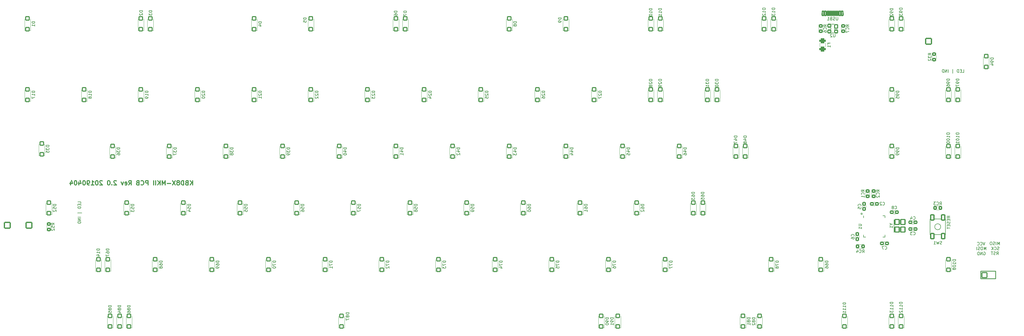
<source format=gbo>
G04 #@! TF.GenerationSoftware,KiCad,Pcbnew,(6.0.1-0)*
G04 #@! TF.CreationDate,2022-01-18T02:05:56+01:00*
G04 #@! TF.ProjectId,KBD8X-MK2,4b424438-582d-44d4-9b32-2e6b69636164,rev?*
G04 #@! TF.SameCoordinates,Original*
G04 #@! TF.FileFunction,Legend,Bot*
G04 #@! TF.FilePolarity,Positive*
%FSLAX46Y46*%
G04 Gerber Fmt 4.6, Leading zero omitted, Abs format (unit mm)*
G04 Created by KiCad (PCBNEW (6.0.1-0)) date 2022-01-18 02:05:56*
%MOMM*%
%LPD*%
G01*
G04 APERTURE LIST*
G04 Aperture macros list*
%AMRoundRect*
0 Rectangle with rounded corners*
0 $1 Rounding radius*
0 $2 $3 $4 $5 $6 $7 $8 $9 X,Y pos of 4 corners*
0 Add a 4 corners polygon primitive as box body*
4,1,4,$2,$3,$4,$5,$6,$7,$8,$9,$2,$3,0*
0 Add four circle primitives for the rounded corners*
1,1,$1+$1,$2,$3*
1,1,$1+$1,$4,$5*
1,1,$1+$1,$6,$7*
1,1,$1+$1,$8,$9*
0 Add four rect primitives between the rounded corners*
20,1,$1+$1,$2,$3,$4,$5,0*
20,1,$1+$1,$4,$5,$6,$7,0*
20,1,$1+$1,$6,$7,$8,$9,0*
20,1,$1+$1,$8,$9,$2,$3,0*%
G04 Aperture macros list end*
%ADD10C,0.300000*%
%ADD11C,0.150000*%
%ADD12C,0.250000*%
%ADD13C,0.120000*%
%ADD14C,0.010000*%
%ADD15C,2.150000*%
%ADD16C,4.387800*%
%ADD17C,2.650000*%
%ADD18C,3.448000*%
%ADD19C,2.305000*%
%ADD20RoundRect,0.200000X-0.952500X-0.952500X0.952500X-0.952500X0.952500X0.952500X-0.952500X0.952500X0*%
%ADD21C,1.797000*%
%ADD22RoundRect,0.200000X-0.500000X0.600000X-0.500000X-0.600000X0.500000X-0.600000X0.500000X0.600000X0*%
%ADD23RoundRect,0.200000X-0.500000X0.450000X-0.500000X-0.450000X0.500000X-0.450000X0.500000X0.450000X0*%
%ADD24C,1.050000*%
%ADD25RoundRect,0.200000X-0.300000X-0.725000X0.300000X-0.725000X0.300000X0.725000X-0.300000X0.725000X0*%
%ADD26RoundRect,0.200000X-0.150000X-0.725000X0.150000X-0.725000X0.150000X0.725000X-0.150000X0.725000X0*%
%ADD27O,1.400000X2.000000*%
%ADD28O,1.400000X2.500000*%
%ADD29C,2.100000*%
%ADD30RoundRect,0.200000X0.850000X0.850000X-0.850000X0.850000X-0.850000X-0.850000X0.850000X-0.850000X0*%
%ADD31RoundRect,0.200000X-0.550000X0.900000X-0.550000X-0.900000X0.550000X-0.900000X0.550000X0.900000X0*%
%ADD32RoundRect,0.200000X0.500000X0.375000X-0.500000X0.375000X-0.500000X-0.375000X0.500000X-0.375000X0*%
%ADD33RoundRect,0.200000X-0.500000X-0.375000X0.500000X-0.375000X0.500000X0.375000X-0.500000X0.375000X0*%
%ADD34RoundRect,0.200000X-0.375000X0.500000X-0.375000X-0.500000X0.375000X-0.500000X0.375000X0.500000X0*%
%ADD35RoundRect,0.200000X0.600000X-0.600000X0.600000X0.600000X-0.600000X0.600000X-0.600000X-0.600000X0*%
%ADD36RoundRect,0.450000X0.625000X-0.375000X0.625000X0.375000X-0.625000X0.375000X-0.625000X-0.375000X0*%
%ADD37RoundRect,0.200000X0.450000X-0.400000X0.450000X0.400000X-0.450000X0.400000X-0.450000X-0.400000X0*%
%ADD38RoundRect,0.200000X-0.450000X0.400000X-0.450000X-0.400000X0.450000X-0.400000X0.450000X0.400000X0*%
%ADD39RoundRect,0.200000X0.400000X0.450000X-0.400000X0.450000X-0.400000X-0.450000X0.400000X-0.450000X0*%
%ADD40RoundRect,0.200000X0.750000X-0.850000X0.750000X0.850000X-0.750000X0.850000X-0.750000X-0.850000X0*%
%ADD41C,5.000000*%
%ADD42O,0.650000X1.400000*%
%ADD43O,1.400000X0.650000*%
G04 APERTURE END LIST*
D10*
X197613928Y-208239571D02*
X197613928Y-206739571D01*
X196756785Y-208239571D02*
X197399642Y-207382428D01*
X196756785Y-206739571D02*
X197613928Y-207596714D01*
X195613928Y-207453857D02*
X195399642Y-207525285D01*
X195328214Y-207596714D01*
X195256785Y-207739571D01*
X195256785Y-207953857D01*
X195328214Y-208096714D01*
X195399642Y-208168142D01*
X195542500Y-208239571D01*
X196113928Y-208239571D01*
X196113928Y-206739571D01*
X195613928Y-206739571D01*
X195471071Y-206811000D01*
X195399642Y-206882428D01*
X195328214Y-207025285D01*
X195328214Y-207168142D01*
X195399642Y-207311000D01*
X195471071Y-207382428D01*
X195613928Y-207453857D01*
X196113928Y-207453857D01*
X194613928Y-208239571D02*
X194613928Y-206739571D01*
X194256785Y-206739571D01*
X194042500Y-206811000D01*
X193899642Y-206953857D01*
X193828214Y-207096714D01*
X193756785Y-207382428D01*
X193756785Y-207596714D01*
X193828214Y-207882428D01*
X193899642Y-208025285D01*
X194042500Y-208168142D01*
X194256785Y-208239571D01*
X194613928Y-208239571D01*
X192899642Y-207382428D02*
X193042500Y-207311000D01*
X193113928Y-207239571D01*
X193185357Y-207096714D01*
X193185357Y-207025285D01*
X193113928Y-206882428D01*
X193042500Y-206811000D01*
X192899642Y-206739571D01*
X192613928Y-206739571D01*
X192471071Y-206811000D01*
X192399642Y-206882428D01*
X192328214Y-207025285D01*
X192328214Y-207096714D01*
X192399642Y-207239571D01*
X192471071Y-207311000D01*
X192613928Y-207382428D01*
X192899642Y-207382428D01*
X193042500Y-207453857D01*
X193113928Y-207525285D01*
X193185357Y-207668142D01*
X193185357Y-207953857D01*
X193113928Y-208096714D01*
X193042500Y-208168142D01*
X192899642Y-208239571D01*
X192613928Y-208239571D01*
X192471071Y-208168142D01*
X192399642Y-208096714D01*
X192328214Y-207953857D01*
X192328214Y-207668142D01*
X192399642Y-207525285D01*
X192471071Y-207453857D01*
X192613928Y-207382428D01*
X191828214Y-206739571D02*
X190828214Y-208239571D01*
X190828214Y-206739571D02*
X191828214Y-208239571D01*
X190256785Y-207668142D02*
X189113928Y-207668142D01*
X188399642Y-208239571D02*
X188399642Y-206739571D01*
X187899642Y-207811000D01*
X187399642Y-206739571D01*
X187399642Y-208239571D01*
X186685357Y-208239571D02*
X186685357Y-206739571D01*
X185828214Y-208239571D02*
X186471071Y-207382428D01*
X185828214Y-206739571D02*
X186685357Y-207596714D01*
X185185357Y-208239571D02*
X185185357Y-206739571D01*
X184471071Y-208239571D02*
X184471071Y-206739571D01*
X182613928Y-208239571D02*
X182613928Y-206739571D01*
X182042500Y-206739571D01*
X181899642Y-206811000D01*
X181828214Y-206882428D01*
X181756785Y-207025285D01*
X181756785Y-207239571D01*
X181828214Y-207382428D01*
X181899642Y-207453857D01*
X182042500Y-207525285D01*
X182613928Y-207525285D01*
X180256785Y-208096714D02*
X180328214Y-208168142D01*
X180542500Y-208239571D01*
X180685357Y-208239571D01*
X180899642Y-208168142D01*
X181042500Y-208025285D01*
X181113928Y-207882428D01*
X181185357Y-207596714D01*
X181185357Y-207382428D01*
X181113928Y-207096714D01*
X181042500Y-206953857D01*
X180899642Y-206811000D01*
X180685357Y-206739571D01*
X180542500Y-206739571D01*
X180328214Y-206811000D01*
X180256785Y-206882428D01*
X179113928Y-207453857D02*
X178899642Y-207525285D01*
X178828214Y-207596714D01*
X178756785Y-207739571D01*
X178756785Y-207953857D01*
X178828214Y-208096714D01*
X178899642Y-208168142D01*
X179042500Y-208239571D01*
X179613928Y-208239571D01*
X179613928Y-206739571D01*
X179113928Y-206739571D01*
X178971071Y-206811000D01*
X178899642Y-206882428D01*
X178828214Y-207025285D01*
X178828214Y-207168142D01*
X178899642Y-207311000D01*
X178971071Y-207382428D01*
X179113928Y-207453857D01*
X179613928Y-207453857D01*
X176113928Y-208239571D02*
X176613928Y-207525285D01*
X176971071Y-208239571D02*
X176971071Y-206739571D01*
X176399642Y-206739571D01*
X176256785Y-206811000D01*
X176185357Y-206882428D01*
X176113928Y-207025285D01*
X176113928Y-207239571D01*
X176185357Y-207382428D01*
X176256785Y-207453857D01*
X176399642Y-207525285D01*
X176971071Y-207525285D01*
X174899642Y-208168142D02*
X175042500Y-208239571D01*
X175328214Y-208239571D01*
X175471071Y-208168142D01*
X175542500Y-208025285D01*
X175542500Y-207453857D01*
X175471071Y-207311000D01*
X175328214Y-207239571D01*
X175042500Y-207239571D01*
X174899642Y-207311000D01*
X174828214Y-207453857D01*
X174828214Y-207596714D01*
X175542500Y-207739571D01*
X174328214Y-207239571D02*
X173971071Y-208239571D01*
X173613928Y-207239571D01*
X171971071Y-206882428D02*
X171899642Y-206811000D01*
X171756785Y-206739571D01*
X171399642Y-206739571D01*
X171256785Y-206811000D01*
X171185357Y-206882428D01*
X171113928Y-207025285D01*
X171113928Y-207168142D01*
X171185357Y-207382428D01*
X172042500Y-208239571D01*
X171113928Y-208239571D01*
X170471071Y-208096714D02*
X170399642Y-208168142D01*
X170471071Y-208239571D01*
X170542500Y-208168142D01*
X170471071Y-208096714D01*
X170471071Y-208239571D01*
X169471071Y-206739571D02*
X169328214Y-206739571D01*
X169185357Y-206811000D01*
X169113928Y-206882428D01*
X169042500Y-207025285D01*
X168971071Y-207311000D01*
X168971071Y-207668142D01*
X169042500Y-207953857D01*
X169113928Y-208096714D01*
X169185357Y-208168142D01*
X169328214Y-208239571D01*
X169471071Y-208239571D01*
X169613928Y-208168142D01*
X169685357Y-208096714D01*
X169756785Y-207953857D01*
X169828214Y-207668142D01*
X169828214Y-207311000D01*
X169756785Y-207025285D01*
X169685357Y-206882428D01*
X169613928Y-206811000D01*
X169471071Y-206739571D01*
X167256785Y-206882428D02*
X167185357Y-206811000D01*
X167042500Y-206739571D01*
X166685357Y-206739571D01*
X166542500Y-206811000D01*
X166471071Y-206882428D01*
X166399642Y-207025285D01*
X166399642Y-207168142D01*
X166471071Y-207382428D01*
X167328214Y-208239571D01*
X166399642Y-208239571D01*
X165471071Y-206739571D02*
X165328214Y-206739571D01*
X165185357Y-206811000D01*
X165113928Y-206882428D01*
X165042500Y-207025285D01*
X164971071Y-207311000D01*
X164971071Y-207668142D01*
X165042500Y-207953857D01*
X165113928Y-208096714D01*
X165185357Y-208168142D01*
X165328214Y-208239571D01*
X165471071Y-208239571D01*
X165613928Y-208168142D01*
X165685357Y-208096714D01*
X165756785Y-207953857D01*
X165828214Y-207668142D01*
X165828214Y-207311000D01*
X165756785Y-207025285D01*
X165685357Y-206882428D01*
X165613928Y-206811000D01*
X165471071Y-206739571D01*
X163542500Y-208239571D02*
X164399642Y-208239571D01*
X163971071Y-208239571D02*
X163971071Y-206739571D01*
X164113928Y-206953857D01*
X164256785Y-207096714D01*
X164399642Y-207168142D01*
X162828214Y-208239571D02*
X162542500Y-208239571D01*
X162399642Y-208168142D01*
X162328214Y-208096714D01*
X162185357Y-207882428D01*
X162113928Y-207596714D01*
X162113928Y-207025285D01*
X162185357Y-206882428D01*
X162256785Y-206811000D01*
X162399642Y-206739571D01*
X162685357Y-206739571D01*
X162828214Y-206811000D01*
X162899642Y-206882428D01*
X162971071Y-207025285D01*
X162971071Y-207382428D01*
X162899642Y-207525285D01*
X162828214Y-207596714D01*
X162685357Y-207668142D01*
X162399642Y-207668142D01*
X162256785Y-207596714D01*
X162185357Y-207525285D01*
X162113928Y-207382428D01*
X161185357Y-206739571D02*
X161042500Y-206739571D01*
X160899642Y-206811000D01*
X160828214Y-206882428D01*
X160756785Y-207025285D01*
X160685357Y-207311000D01*
X160685357Y-207668142D01*
X160756785Y-207953857D01*
X160828214Y-208096714D01*
X160899642Y-208168142D01*
X161042500Y-208239571D01*
X161185357Y-208239571D01*
X161328214Y-208168142D01*
X161399642Y-208096714D01*
X161471071Y-207953857D01*
X161542500Y-207668142D01*
X161542500Y-207311000D01*
X161471071Y-207025285D01*
X161399642Y-206882428D01*
X161328214Y-206811000D01*
X161185357Y-206739571D01*
X159399642Y-207239571D02*
X159399642Y-208239571D01*
X159756785Y-206668142D02*
X160113928Y-207739571D01*
X159185357Y-207739571D01*
X158328214Y-206739571D02*
X158185357Y-206739571D01*
X158042500Y-206811000D01*
X157971071Y-206882428D01*
X157899642Y-207025285D01*
X157828214Y-207311000D01*
X157828214Y-207668142D01*
X157899642Y-207953857D01*
X157971071Y-208096714D01*
X158042500Y-208168142D01*
X158185357Y-208239571D01*
X158328214Y-208239571D01*
X158471071Y-208168142D01*
X158542500Y-208096714D01*
X158613928Y-207953857D01*
X158685357Y-207668142D01*
X158685357Y-207311000D01*
X158613928Y-207025285D01*
X158542500Y-206882428D01*
X158471071Y-206811000D01*
X158328214Y-206739571D01*
X156542500Y-207239571D02*
X156542500Y-208239571D01*
X156899642Y-206668142D02*
X157256785Y-207739571D01*
X156328214Y-207739571D01*
D11*
X160032380Y-214355892D02*
X160032380Y-213879702D01*
X159032380Y-213879702D01*
X159508571Y-214689226D02*
X159508571Y-215022559D01*
X160032380Y-215165416D02*
X160032380Y-214689226D01*
X159032380Y-214689226D01*
X159032380Y-215165416D01*
X160032380Y-215593988D02*
X159032380Y-215593988D01*
X159032380Y-215832083D01*
X159080000Y-215974940D01*
X159175238Y-216070178D01*
X159270476Y-216117797D01*
X159460952Y-216165416D01*
X159603809Y-216165416D01*
X159794285Y-216117797D01*
X159889523Y-216070178D01*
X159984761Y-215974940D01*
X160032380Y-215832083D01*
X160032380Y-215593988D01*
X160365714Y-217593988D02*
X158937142Y-217593988D01*
X160032380Y-219070178D02*
X159032380Y-219070178D01*
X160032380Y-219546369D02*
X159032380Y-219546369D01*
X160032380Y-220117797D01*
X159032380Y-220117797D01*
X160032380Y-220593988D02*
X159032380Y-220593988D01*
X159032380Y-220832083D01*
X159080000Y-220974940D01*
X159175238Y-221070178D01*
X159270476Y-221117797D01*
X159460952Y-221165416D01*
X159603809Y-221165416D01*
X159794285Y-221117797D01*
X159889523Y-221070178D01*
X159984761Y-220974940D01*
X160032380Y-220832083D01*
X160032380Y-220593988D01*
X452259380Y-219316619D02*
X451783190Y-218983285D01*
X452259380Y-218745190D02*
X451259380Y-218745190D01*
X451259380Y-219126142D01*
X451307000Y-219221380D01*
X451354619Y-219269000D01*
X451449857Y-219316619D01*
X451592714Y-219316619D01*
X451687952Y-219269000D01*
X451735571Y-219221380D01*
X451783190Y-219126142D01*
X451783190Y-218745190D01*
X451735571Y-219745190D02*
X451735571Y-220078523D01*
X452259380Y-220221380D02*
X452259380Y-219745190D01*
X451259380Y-219745190D01*
X451259380Y-220221380D01*
X452211761Y-220602333D02*
X452259380Y-220745190D01*
X452259380Y-220983285D01*
X452211761Y-221078523D01*
X452164142Y-221126142D01*
X452068904Y-221173761D01*
X451973666Y-221173761D01*
X451878428Y-221126142D01*
X451830809Y-221078523D01*
X451783190Y-220983285D01*
X451735571Y-220792809D01*
X451687952Y-220697571D01*
X451640333Y-220649952D01*
X451545095Y-220602333D01*
X451449857Y-220602333D01*
X451354619Y-220649952D01*
X451307000Y-220697571D01*
X451259380Y-220792809D01*
X451259380Y-221030904D01*
X451307000Y-221173761D01*
X451735571Y-221602333D02*
X451735571Y-221935666D01*
X452259380Y-222078523D02*
X452259380Y-221602333D01*
X451259380Y-221602333D01*
X451259380Y-222078523D01*
X451259380Y-222364238D02*
X451259380Y-222935666D01*
X452259380Y-222649952D02*
X451259380Y-222649952D01*
X456410357Y-170326130D02*
X456886547Y-170326130D01*
X456886547Y-169326130D01*
X456077023Y-169802321D02*
X455743690Y-169802321D01*
X455600833Y-170326130D02*
X456077023Y-170326130D01*
X456077023Y-169326130D01*
X455600833Y-169326130D01*
X455172261Y-170326130D02*
X455172261Y-169326130D01*
X454934166Y-169326130D01*
X454791309Y-169373750D01*
X454696071Y-169468988D01*
X454648452Y-169564226D01*
X454600833Y-169754702D01*
X454600833Y-169897559D01*
X454648452Y-170088035D01*
X454696071Y-170183273D01*
X454791309Y-170278511D01*
X454934166Y-170326130D01*
X455172261Y-170326130D01*
X453172261Y-170659464D02*
X453172261Y-169230892D01*
X451696071Y-170326130D02*
X451696071Y-169326130D01*
X451219880Y-170326130D02*
X451219880Y-169326130D01*
X450648452Y-170326130D01*
X450648452Y-169326130D01*
X450172261Y-170326130D02*
X450172261Y-169326130D01*
X449934166Y-169326130D01*
X449791309Y-169373750D01*
X449696071Y-169468988D01*
X449648452Y-169564226D01*
X449600833Y-169754702D01*
X449600833Y-169897559D01*
X449648452Y-170088035D01*
X449696071Y-170183273D01*
X449791309Y-170278511D01*
X449934166Y-170326130D01*
X450172261Y-170326130D01*
X413579904Y-157451630D02*
X413579904Y-158261154D01*
X413532285Y-158356392D01*
X413484666Y-158404011D01*
X413389428Y-158451630D01*
X413198952Y-158451630D01*
X413103714Y-158404011D01*
X413056095Y-158356392D01*
X413008476Y-158261154D01*
X413008476Y-157451630D01*
X412579904Y-157546869D02*
X412532285Y-157499250D01*
X412437047Y-157451630D01*
X412198952Y-157451630D01*
X412103714Y-157499250D01*
X412056095Y-157546869D01*
X412008476Y-157642107D01*
X412008476Y-157737345D01*
X412056095Y-157880202D01*
X412627523Y-158451630D01*
X412008476Y-158451630D01*
X414524345Y-151769505D02*
X414524345Y-152579029D01*
X414476726Y-152674267D01*
X414429107Y-152721886D01*
X414333869Y-152769505D01*
X414143392Y-152769505D01*
X414048154Y-152721886D01*
X414000535Y-152674267D01*
X413952916Y-152579029D01*
X413952916Y-151769505D01*
X413524345Y-152721886D02*
X413381488Y-152769505D01*
X413143392Y-152769505D01*
X413048154Y-152721886D01*
X413000535Y-152674267D01*
X412952916Y-152579029D01*
X412952916Y-152483791D01*
X413000535Y-152388553D01*
X413048154Y-152340934D01*
X413143392Y-152293315D01*
X413333869Y-152245696D01*
X413429107Y-152198077D01*
X413476726Y-152150458D01*
X413524345Y-152055220D01*
X413524345Y-151959982D01*
X413476726Y-151864744D01*
X413429107Y-151817125D01*
X413333869Y-151769505D01*
X413095773Y-151769505D01*
X412952916Y-151817125D01*
X412191011Y-152245696D02*
X412048154Y-152293315D01*
X412000535Y-152340934D01*
X411952916Y-152436172D01*
X411952916Y-152579029D01*
X412000535Y-152674267D01*
X412048154Y-152721886D01*
X412143392Y-152769505D01*
X412524345Y-152769505D01*
X412524345Y-151769505D01*
X412191011Y-151769505D01*
X412095773Y-151817125D01*
X412048154Y-151864744D01*
X412000535Y-151959982D01*
X412000535Y-152055220D01*
X412048154Y-152150458D01*
X412095773Y-152198077D01*
X412191011Y-152245696D01*
X412524345Y-152245696D01*
X411000535Y-152769505D02*
X411571964Y-152769505D01*
X411286250Y-152769505D02*
X411286250Y-151769505D01*
X411381488Y-151912363D01*
X411476726Y-152007601D01*
X411571964Y-152055220D01*
X468897053Y-228356130D02*
X468897053Y-227356130D01*
X468563720Y-228070416D01*
X468230386Y-227356130D01*
X468230386Y-228356130D01*
X467754196Y-228356130D02*
X467754196Y-227356130D01*
X467325625Y-228308511D02*
X467182767Y-228356130D01*
X466944672Y-228356130D01*
X466849434Y-228308511D01*
X466801815Y-228260892D01*
X466754196Y-228165654D01*
X466754196Y-228070416D01*
X466801815Y-227975178D01*
X466849434Y-227927559D01*
X466944672Y-227879940D01*
X467135148Y-227832321D01*
X467230386Y-227784702D01*
X467278005Y-227737083D01*
X467325625Y-227641845D01*
X467325625Y-227546607D01*
X467278005Y-227451369D01*
X467230386Y-227403750D01*
X467135148Y-227356130D01*
X466897053Y-227356130D01*
X466754196Y-227403750D01*
X466135148Y-227356130D02*
X465944672Y-227356130D01*
X465849434Y-227403750D01*
X465754196Y-227498988D01*
X465706577Y-227689464D01*
X465706577Y-228022797D01*
X465754196Y-228213273D01*
X465849434Y-228308511D01*
X465944672Y-228356130D01*
X466135148Y-228356130D01*
X466230386Y-228308511D01*
X466325625Y-228213273D01*
X466373244Y-228022797D01*
X466373244Y-227689464D01*
X466325625Y-227498988D01*
X466230386Y-227403750D01*
X466135148Y-227356130D01*
X467873244Y-231649880D02*
X468206577Y-231173690D01*
X468444672Y-231649880D02*
X468444672Y-230649880D01*
X468063720Y-230649880D01*
X467968482Y-230697500D01*
X467920863Y-230745119D01*
X467873244Y-230840357D01*
X467873244Y-230983214D01*
X467920863Y-231078452D01*
X467968482Y-231126071D01*
X468063720Y-231173690D01*
X468444672Y-231173690D01*
X467492291Y-231602261D02*
X467349434Y-231649880D01*
X467111339Y-231649880D01*
X467016101Y-231602261D01*
X466968482Y-231554642D01*
X466920863Y-231459404D01*
X466920863Y-231364166D01*
X466968482Y-231268928D01*
X467016101Y-231221309D01*
X467111339Y-231173690D01*
X467301815Y-231126071D01*
X467397053Y-231078452D01*
X467444672Y-231030833D01*
X467492291Y-230935595D01*
X467492291Y-230840357D01*
X467444672Y-230745119D01*
X467397053Y-230697500D01*
X467301815Y-230649880D01*
X467063720Y-230649880D01*
X466920863Y-230697500D01*
X466635148Y-230649880D02*
X466063720Y-230649880D01*
X466349434Y-231649880D02*
X466349434Y-230649880D01*
X463556279Y-230816250D02*
X463651517Y-230768630D01*
X463794375Y-230768630D01*
X463937232Y-230816250D01*
X464032470Y-230911488D01*
X464080089Y-231006726D01*
X464127708Y-231197202D01*
X464127708Y-231340059D01*
X464080089Y-231530535D01*
X464032470Y-231625773D01*
X463937232Y-231721011D01*
X463794375Y-231768630D01*
X463699136Y-231768630D01*
X463556279Y-231721011D01*
X463508660Y-231673392D01*
X463508660Y-231340059D01*
X463699136Y-231340059D01*
X463080089Y-231768630D02*
X463080089Y-230768630D01*
X462508660Y-231768630D01*
X462508660Y-230768630D01*
X462032470Y-231768630D02*
X462032470Y-230768630D01*
X461794375Y-230768630D01*
X461651517Y-230816250D01*
X461556279Y-230911488D01*
X461508660Y-231006726D01*
X461461041Y-231197202D01*
X461461041Y-231340059D01*
X461508660Y-231530535D01*
X461556279Y-231625773D01*
X461651517Y-231721011D01*
X461794375Y-231768630D01*
X462032470Y-231768630D01*
X464365803Y-230062380D02*
X464365803Y-229062380D01*
X464032470Y-229776666D01*
X463699136Y-229062380D01*
X463699136Y-230062380D01*
X463032470Y-229062380D02*
X462841994Y-229062380D01*
X462746755Y-229110000D01*
X462651517Y-229205238D01*
X462603898Y-229395714D01*
X462603898Y-229729047D01*
X462651517Y-229919523D01*
X462746755Y-230014761D01*
X462841994Y-230062380D01*
X463032470Y-230062380D01*
X463127708Y-230014761D01*
X463222946Y-229919523D01*
X463270565Y-229729047D01*
X463270565Y-229395714D01*
X463222946Y-229205238D01*
X463127708Y-229110000D01*
X463032470Y-229062380D01*
X462222946Y-230014761D02*
X462080089Y-230062380D01*
X461841994Y-230062380D01*
X461746755Y-230014761D01*
X461699136Y-229967142D01*
X461651517Y-229871904D01*
X461651517Y-229776666D01*
X461699136Y-229681428D01*
X461746755Y-229633809D01*
X461841994Y-229586190D01*
X462032470Y-229538571D01*
X462127708Y-229490952D01*
X462175327Y-229443333D01*
X462222946Y-229348095D01*
X462222946Y-229252857D01*
X462175327Y-229157619D01*
X462127708Y-229110000D01*
X462032470Y-229062380D01*
X461794375Y-229062380D01*
X461651517Y-229110000D01*
X461222946Y-230062380D02*
X461222946Y-229062380D01*
X464012083Y-227474880D02*
X463678750Y-228474880D01*
X463345416Y-227474880D01*
X462440654Y-228379642D02*
X462488273Y-228427261D01*
X462631130Y-228474880D01*
X462726369Y-228474880D01*
X462869226Y-228427261D01*
X462964464Y-228332023D01*
X463012083Y-228236785D01*
X463059702Y-228046309D01*
X463059702Y-227903452D01*
X463012083Y-227712976D01*
X462964464Y-227617738D01*
X462869226Y-227522500D01*
X462726369Y-227474880D01*
X462631130Y-227474880D01*
X462488273Y-227522500D01*
X462440654Y-227570119D01*
X461440654Y-228379642D02*
X461488273Y-228427261D01*
X461631130Y-228474880D01*
X461726369Y-228474880D01*
X461869226Y-228427261D01*
X461964464Y-228332023D01*
X462012083Y-228236785D01*
X462059702Y-228046309D01*
X462059702Y-227903452D01*
X462012083Y-227712976D01*
X461964464Y-227617738D01*
X461869226Y-227522500D01*
X461726369Y-227474880D01*
X461631130Y-227474880D01*
X461488273Y-227522500D01*
X461440654Y-227570119D01*
X468726964Y-230014761D02*
X468584107Y-230062380D01*
X468346011Y-230062380D01*
X468250773Y-230014761D01*
X468203154Y-229967142D01*
X468155535Y-229871904D01*
X468155535Y-229776666D01*
X468203154Y-229681428D01*
X468250773Y-229633809D01*
X468346011Y-229586190D01*
X468536488Y-229538571D01*
X468631726Y-229490952D01*
X468679345Y-229443333D01*
X468726964Y-229348095D01*
X468726964Y-229252857D01*
X468679345Y-229157619D01*
X468631726Y-229110000D01*
X468536488Y-229062380D01*
X468298392Y-229062380D01*
X468155535Y-229110000D01*
X467155535Y-229967142D02*
X467203154Y-230014761D01*
X467346011Y-230062380D01*
X467441250Y-230062380D01*
X467584107Y-230014761D01*
X467679345Y-229919523D01*
X467726964Y-229824285D01*
X467774583Y-229633809D01*
X467774583Y-229490952D01*
X467726964Y-229300476D01*
X467679345Y-229205238D01*
X467584107Y-229110000D01*
X467441250Y-229062380D01*
X467346011Y-229062380D01*
X467203154Y-229110000D01*
X467155535Y-229157619D01*
X466726964Y-230062380D02*
X466726964Y-229062380D01*
X466155535Y-230062380D02*
X466584107Y-229490952D01*
X466155535Y-229062380D02*
X466726964Y-229633809D01*
X449457333Y-228095261D02*
X449314476Y-228142880D01*
X449076380Y-228142880D01*
X448981142Y-228095261D01*
X448933523Y-228047642D01*
X448885904Y-227952404D01*
X448885904Y-227857166D01*
X448933523Y-227761928D01*
X448981142Y-227714309D01*
X449076380Y-227666690D01*
X449266857Y-227619071D01*
X449362095Y-227571452D01*
X449409714Y-227523833D01*
X449457333Y-227428595D01*
X449457333Y-227333357D01*
X449409714Y-227238119D01*
X449362095Y-227190500D01*
X449266857Y-227142880D01*
X449028761Y-227142880D01*
X448885904Y-227190500D01*
X448552571Y-227142880D02*
X448314476Y-228142880D01*
X448124000Y-227428595D01*
X447933523Y-228142880D01*
X447695428Y-227142880D01*
X446790666Y-228142880D02*
X447362095Y-228142880D01*
X447076380Y-228142880D02*
X447076380Y-227142880D01*
X447171619Y-227285738D01*
X447266857Y-227380976D01*
X447362095Y-227428595D01*
X429621666Y-214903142D02*
X429669285Y-214950761D01*
X429812142Y-214998380D01*
X429907380Y-214998380D01*
X430050238Y-214950761D01*
X430145476Y-214855523D01*
X430193095Y-214760285D01*
X430240714Y-214569809D01*
X430240714Y-214426952D01*
X430193095Y-214236476D01*
X430145476Y-214141238D01*
X430050238Y-214046000D01*
X429907380Y-213998380D01*
X429812142Y-213998380D01*
X429669285Y-214046000D01*
X429621666Y-214093619D01*
X429240714Y-214093619D02*
X429193095Y-214046000D01*
X429097857Y-213998380D01*
X428859761Y-213998380D01*
X428764523Y-214046000D01*
X428716904Y-214093619D01*
X428669285Y-214188857D01*
X428669285Y-214284095D01*
X428716904Y-214426952D01*
X429288333Y-214998380D01*
X428669285Y-214998380D01*
X439908666Y-219729142D02*
X439956285Y-219776761D01*
X440099142Y-219824380D01*
X440194380Y-219824380D01*
X440337238Y-219776761D01*
X440432476Y-219681523D01*
X440480095Y-219586285D01*
X440527714Y-219395809D01*
X440527714Y-219252952D01*
X440480095Y-219062476D01*
X440432476Y-218967238D01*
X440337238Y-218872000D01*
X440194380Y-218824380D01*
X440099142Y-218824380D01*
X439956285Y-218872000D01*
X439908666Y-218919619D01*
X439051523Y-219157714D02*
X439051523Y-219824380D01*
X439289619Y-218776761D02*
X439527714Y-219491047D01*
X438908666Y-219491047D01*
X422216142Y-215268333D02*
X422263761Y-215220714D01*
X422311380Y-215077857D01*
X422311380Y-214982619D01*
X422263761Y-214839761D01*
X422168523Y-214744523D01*
X422073285Y-214696904D01*
X421882809Y-214649285D01*
X421739952Y-214649285D01*
X421549476Y-214696904D01*
X421454238Y-214744523D01*
X421359000Y-214839761D01*
X421311380Y-214982619D01*
X421311380Y-215077857D01*
X421359000Y-215220714D01*
X421406619Y-215268333D01*
X421311380Y-216173095D02*
X421311380Y-215696904D01*
X421787571Y-215649285D01*
X421739952Y-215696904D01*
X421692333Y-215792142D01*
X421692333Y-216030238D01*
X421739952Y-216125476D01*
X421787571Y-216173095D01*
X421882809Y-216220714D01*
X422120904Y-216220714D01*
X422216142Y-216173095D01*
X422263761Y-216125476D01*
X422311380Y-216030238D01*
X422311380Y-215792142D01*
X422263761Y-215696904D01*
X422216142Y-215649285D01*
X419930142Y-225428333D02*
X419977761Y-225380714D01*
X420025380Y-225237857D01*
X420025380Y-225142619D01*
X419977761Y-224999761D01*
X419882523Y-224904523D01*
X419787285Y-224856904D01*
X419596809Y-224809285D01*
X419453952Y-224809285D01*
X419263476Y-224856904D01*
X419168238Y-224904523D01*
X419073000Y-224999761D01*
X419025380Y-225142619D01*
X419025380Y-225237857D01*
X419073000Y-225380714D01*
X419120619Y-225428333D01*
X419025380Y-226285476D02*
X419025380Y-226095000D01*
X419073000Y-225999761D01*
X419120619Y-225952142D01*
X419263476Y-225856904D01*
X419453952Y-225809285D01*
X419834904Y-225809285D01*
X419930142Y-225856904D01*
X419977761Y-225904523D01*
X420025380Y-225999761D01*
X420025380Y-226190238D01*
X419977761Y-226285476D01*
X419930142Y-226333095D01*
X419834904Y-226380714D01*
X419596809Y-226380714D01*
X419501571Y-226333095D01*
X419453952Y-226285476D01*
X419406333Y-226190238D01*
X419406333Y-225999761D01*
X419453952Y-225904523D01*
X419501571Y-225856904D01*
X419596809Y-225809285D01*
X433685666Y-216197142D02*
X433733285Y-216244761D01*
X433876142Y-216292380D01*
X433971380Y-216292380D01*
X434114238Y-216244761D01*
X434209476Y-216149523D01*
X434257095Y-216054285D01*
X434304714Y-215863809D01*
X434304714Y-215720952D01*
X434257095Y-215530476D01*
X434209476Y-215435238D01*
X434114238Y-215340000D01*
X433971380Y-215292380D01*
X433876142Y-215292380D01*
X433733285Y-215340000D01*
X433685666Y-215387619D01*
X433114238Y-215720952D02*
X433209476Y-215673333D01*
X433257095Y-215625714D01*
X433304714Y-215530476D01*
X433304714Y-215482857D01*
X433257095Y-215387619D01*
X433209476Y-215340000D01*
X433114238Y-215292380D01*
X432923761Y-215292380D01*
X432828523Y-215340000D01*
X432780904Y-215387619D01*
X432733285Y-215482857D01*
X432733285Y-215530476D01*
X432780904Y-215625714D01*
X432828523Y-215673333D01*
X432923761Y-215720952D01*
X433114238Y-215720952D01*
X433209476Y-215768571D01*
X433257095Y-215816190D01*
X433304714Y-215911428D01*
X433304714Y-216101904D01*
X433257095Y-216197142D01*
X433209476Y-216244761D01*
X433114238Y-216292380D01*
X432923761Y-216292380D01*
X432828523Y-216244761D01*
X432780904Y-216197142D01*
X432733285Y-216101904D01*
X432733285Y-215911428D01*
X432780904Y-215816190D01*
X432828523Y-215768571D01*
X432923761Y-215720952D01*
X144569880Y-153260654D02*
X143569880Y-153260654D01*
X143569880Y-153498750D01*
X143617500Y-153641607D01*
X143712738Y-153736845D01*
X143807976Y-153784464D01*
X143998452Y-153832083D01*
X144141309Y-153832083D01*
X144331785Y-153784464D01*
X144427023Y-153736845D01*
X144522261Y-153641607D01*
X144569880Y-153498750D01*
X144569880Y-153260654D01*
X144569880Y-154784464D02*
X144569880Y-154213035D01*
X144569880Y-154498750D02*
X143569880Y-154498750D01*
X143712738Y-154403511D01*
X143807976Y-154308273D01*
X143855595Y-154213035D01*
X180764880Y-149577654D02*
X179764880Y-149577654D01*
X179764880Y-149815750D01*
X179812500Y-149958607D01*
X179907738Y-150053845D01*
X180002976Y-150101464D01*
X180193452Y-150149083D01*
X180336309Y-150149083D01*
X180526785Y-150101464D01*
X180622023Y-150053845D01*
X180717261Y-149958607D01*
X180764880Y-149815750D01*
X180764880Y-149577654D01*
X179860119Y-150530035D02*
X179812500Y-150577654D01*
X179764880Y-150672892D01*
X179764880Y-150910988D01*
X179812500Y-151006226D01*
X179860119Y-151053845D01*
X179955357Y-151101464D01*
X180050595Y-151101464D01*
X180193452Y-151053845D01*
X180764880Y-150482416D01*
X180764880Y-151101464D01*
X183939880Y-149577654D02*
X182939880Y-149577654D01*
X182939880Y-149815750D01*
X182987500Y-149958607D01*
X183082738Y-150053845D01*
X183177976Y-150101464D01*
X183368452Y-150149083D01*
X183511309Y-150149083D01*
X183701785Y-150101464D01*
X183797023Y-150053845D01*
X183892261Y-149958607D01*
X183939880Y-149815750D01*
X183939880Y-149577654D01*
X182939880Y-150482416D02*
X182939880Y-151101464D01*
X183320833Y-150768130D01*
X183320833Y-150910988D01*
X183368452Y-151006226D01*
X183416071Y-151053845D01*
X183511309Y-151101464D01*
X183749404Y-151101464D01*
X183844642Y-151053845D01*
X183892261Y-151006226D01*
X183939880Y-150910988D01*
X183939880Y-150625273D01*
X183892261Y-150530035D01*
X183844642Y-150482416D01*
X220769880Y-153260654D02*
X219769880Y-153260654D01*
X219769880Y-153498750D01*
X219817500Y-153641607D01*
X219912738Y-153736845D01*
X220007976Y-153784464D01*
X220198452Y-153832083D01*
X220341309Y-153832083D01*
X220531785Y-153784464D01*
X220627023Y-153736845D01*
X220722261Y-153641607D01*
X220769880Y-153498750D01*
X220769880Y-153260654D01*
X220103214Y-154689226D02*
X220769880Y-154689226D01*
X219722261Y-154451130D02*
X220436547Y-154213035D01*
X220436547Y-154832083D01*
X266362880Y-149704654D02*
X265362880Y-149704654D01*
X265362880Y-149942750D01*
X265410500Y-150085607D01*
X265505738Y-150180845D01*
X265600976Y-150228464D01*
X265791452Y-150276083D01*
X265934309Y-150276083D01*
X266124785Y-150228464D01*
X266220023Y-150180845D01*
X266315261Y-150085607D01*
X266362880Y-149942750D01*
X266362880Y-149704654D01*
X265362880Y-151133226D02*
X265362880Y-150942750D01*
X265410500Y-150847511D01*
X265458119Y-150799892D01*
X265600976Y-150704654D01*
X265791452Y-150657035D01*
X266172404Y-150657035D01*
X266267642Y-150704654D01*
X266315261Y-150752273D01*
X266362880Y-150847511D01*
X266362880Y-151037988D01*
X266315261Y-151133226D01*
X266267642Y-151180845D01*
X266172404Y-151228464D01*
X265934309Y-151228464D01*
X265839071Y-151180845D01*
X265791452Y-151133226D01*
X265743833Y-151037988D01*
X265743833Y-150847511D01*
X265791452Y-150752273D01*
X265839071Y-150704654D01*
X265934309Y-150657035D01*
X269537880Y-149704654D02*
X268537880Y-149704654D01*
X268537880Y-149942750D01*
X268585500Y-150085607D01*
X268680738Y-150180845D01*
X268775976Y-150228464D01*
X268966452Y-150276083D01*
X269109309Y-150276083D01*
X269299785Y-150228464D01*
X269395023Y-150180845D01*
X269490261Y-150085607D01*
X269537880Y-149942750D01*
X269537880Y-149704654D01*
X268537880Y-150609416D02*
X268537880Y-151276083D01*
X269537880Y-150847511D01*
X306494880Y-153260654D02*
X305494880Y-153260654D01*
X305494880Y-153498750D01*
X305542500Y-153641607D01*
X305637738Y-153736845D01*
X305732976Y-153784464D01*
X305923452Y-153832083D01*
X306066309Y-153832083D01*
X306256785Y-153784464D01*
X306352023Y-153736845D01*
X306447261Y-153641607D01*
X306494880Y-153498750D01*
X306494880Y-153260654D01*
X305923452Y-154403511D02*
X305875833Y-154308273D01*
X305828214Y-154260654D01*
X305732976Y-154213035D01*
X305685357Y-154213035D01*
X305590119Y-154260654D01*
X305542500Y-154308273D01*
X305494880Y-154403511D01*
X305494880Y-154593988D01*
X305542500Y-154689226D01*
X305590119Y-154736845D01*
X305685357Y-154784464D01*
X305732976Y-154784464D01*
X305828214Y-154736845D01*
X305875833Y-154689226D01*
X305923452Y-154593988D01*
X305923452Y-154403511D01*
X305971071Y-154308273D01*
X306018690Y-154260654D01*
X306113928Y-154213035D01*
X306304404Y-154213035D01*
X306399642Y-154260654D01*
X306447261Y-154308273D01*
X306494880Y-154403511D01*
X306494880Y-154593988D01*
X306447261Y-154689226D01*
X306399642Y-154736845D01*
X306304404Y-154784464D01*
X306113928Y-154784464D01*
X306018690Y-154736845D01*
X305971071Y-154689226D01*
X305923452Y-154593988D01*
X321576380Y-151958904D02*
X320576380Y-151958904D01*
X320576380Y-152197000D01*
X320624000Y-152339857D01*
X320719238Y-152435095D01*
X320814476Y-152482714D01*
X321004952Y-152530333D01*
X321147809Y-152530333D01*
X321338285Y-152482714D01*
X321433523Y-152435095D01*
X321528761Y-152339857D01*
X321576380Y-152197000D01*
X321576380Y-151958904D01*
X321576380Y-153006523D02*
X321576380Y-153197000D01*
X321528761Y-153292238D01*
X321481142Y-153339857D01*
X321338285Y-153435095D01*
X321147809Y-153482714D01*
X320766857Y-153482714D01*
X320671619Y-153435095D01*
X320624000Y-153387476D01*
X320576380Y-153292238D01*
X320576380Y-153101761D01*
X320624000Y-153006523D01*
X320671619Y-152958904D01*
X320766857Y-152911285D01*
X321004952Y-152911285D01*
X321100190Y-152958904D01*
X321147809Y-153006523D01*
X321195428Y-153101761D01*
X321195428Y-153292238D01*
X321147809Y-153387476D01*
X321100190Y-153435095D01*
X321004952Y-153482714D01*
X352087880Y-148847464D02*
X351087880Y-148847464D01*
X351087880Y-149085559D01*
X351135500Y-149228416D01*
X351230738Y-149323654D01*
X351325976Y-149371273D01*
X351516452Y-149418892D01*
X351659309Y-149418892D01*
X351849785Y-149371273D01*
X351945023Y-149323654D01*
X352040261Y-149228416D01*
X352087880Y-149085559D01*
X352087880Y-148847464D01*
X352087880Y-150371273D02*
X352087880Y-149799845D01*
X352087880Y-150085559D02*
X351087880Y-150085559D01*
X351230738Y-149990321D01*
X351325976Y-149895083D01*
X351373595Y-149799845D01*
X351087880Y-150990321D02*
X351087880Y-151085559D01*
X351135500Y-151180797D01*
X351183119Y-151228416D01*
X351278357Y-151276035D01*
X351468833Y-151323654D01*
X351706928Y-151323654D01*
X351897404Y-151276035D01*
X351992642Y-151228416D01*
X352040261Y-151180797D01*
X352087880Y-151085559D01*
X352087880Y-150990321D01*
X352040261Y-150895083D01*
X351992642Y-150847464D01*
X351897404Y-150799845D01*
X351706928Y-150752226D01*
X351468833Y-150752226D01*
X351278357Y-150799845D01*
X351183119Y-150847464D01*
X351135500Y-150895083D01*
X351087880Y-150990321D01*
X355262880Y-148847464D02*
X354262880Y-148847464D01*
X354262880Y-149085559D01*
X354310500Y-149228416D01*
X354405738Y-149323654D01*
X354500976Y-149371273D01*
X354691452Y-149418892D01*
X354834309Y-149418892D01*
X355024785Y-149371273D01*
X355120023Y-149323654D01*
X355215261Y-149228416D01*
X355262880Y-149085559D01*
X355262880Y-148847464D01*
X355262880Y-150371273D02*
X355262880Y-149799845D01*
X355262880Y-150085559D02*
X354262880Y-150085559D01*
X354405738Y-149990321D01*
X354500976Y-149895083D01*
X354548595Y-149799845D01*
X355262880Y-151323654D02*
X355262880Y-150752226D01*
X355262880Y-151037940D02*
X354262880Y-151037940D01*
X354405738Y-150942702D01*
X354500976Y-150847464D01*
X354548595Y-150752226D01*
X390187880Y-148720464D02*
X389187880Y-148720464D01*
X389187880Y-148958559D01*
X389235500Y-149101416D01*
X389330738Y-149196654D01*
X389425976Y-149244273D01*
X389616452Y-149291892D01*
X389759309Y-149291892D01*
X389949785Y-149244273D01*
X390045023Y-149196654D01*
X390140261Y-149101416D01*
X390187880Y-148958559D01*
X390187880Y-148720464D01*
X390187880Y-150244273D02*
X390187880Y-149672845D01*
X390187880Y-149958559D02*
X389187880Y-149958559D01*
X389330738Y-149863321D01*
X389425976Y-149768083D01*
X389473595Y-149672845D01*
X389283119Y-150625226D02*
X389235500Y-150672845D01*
X389187880Y-150768083D01*
X389187880Y-151006178D01*
X389235500Y-151101416D01*
X389283119Y-151149035D01*
X389378357Y-151196654D01*
X389473595Y-151196654D01*
X389616452Y-151149035D01*
X390187880Y-150577607D01*
X390187880Y-151196654D01*
X393362880Y-148720464D02*
X392362880Y-148720464D01*
X392362880Y-148958559D01*
X392410500Y-149101416D01*
X392505738Y-149196654D01*
X392600976Y-149244273D01*
X392791452Y-149291892D01*
X392934309Y-149291892D01*
X393124785Y-149244273D01*
X393220023Y-149196654D01*
X393315261Y-149101416D01*
X393362880Y-148958559D01*
X393362880Y-148720464D01*
X393362880Y-150244273D02*
X393362880Y-149672845D01*
X393362880Y-149958559D02*
X392362880Y-149958559D01*
X392505738Y-149863321D01*
X392600976Y-149768083D01*
X392648595Y-149672845D01*
X392362880Y-150577607D02*
X392362880Y-151196654D01*
X392743833Y-150863321D01*
X392743833Y-151006178D01*
X392791452Y-151101416D01*
X392839071Y-151149035D01*
X392934309Y-151196654D01*
X393172404Y-151196654D01*
X393267642Y-151149035D01*
X393315261Y-151101416D01*
X393362880Y-151006178D01*
X393362880Y-150720464D01*
X393315261Y-150625226D01*
X393267642Y-150577607D01*
X166350380Y-229682964D02*
X165350380Y-229682964D01*
X165350380Y-229921059D01*
X165398000Y-230063916D01*
X165493238Y-230159154D01*
X165588476Y-230206773D01*
X165778952Y-230254392D01*
X165921809Y-230254392D01*
X166112285Y-230206773D01*
X166207523Y-230159154D01*
X166302761Y-230063916D01*
X166350380Y-229921059D01*
X166350380Y-229682964D01*
X166350380Y-231206773D02*
X166350380Y-230635345D01*
X166350380Y-230921059D02*
X165350380Y-230921059D01*
X165493238Y-230825821D01*
X165588476Y-230730583D01*
X165636095Y-230635345D01*
X165683714Y-232063916D02*
X166350380Y-232063916D01*
X165302761Y-231825821D02*
X166017047Y-231587726D01*
X166017047Y-232206773D01*
X144569880Y-176596964D02*
X143569880Y-176596964D01*
X143569880Y-176835059D01*
X143617500Y-176977916D01*
X143712738Y-177073154D01*
X143807976Y-177120773D01*
X143998452Y-177168392D01*
X144141309Y-177168392D01*
X144331785Y-177120773D01*
X144427023Y-177073154D01*
X144522261Y-176977916D01*
X144569880Y-176835059D01*
X144569880Y-176596964D01*
X144569880Y-178120773D02*
X144569880Y-177549345D01*
X144569880Y-177835059D02*
X143569880Y-177835059D01*
X143712738Y-177739821D01*
X143807976Y-177644583D01*
X143855595Y-177549345D01*
X143569880Y-178454107D02*
X143569880Y-179120773D01*
X144569880Y-178692202D01*
X163619880Y-176596964D02*
X162619880Y-176596964D01*
X162619880Y-176835059D01*
X162667500Y-176977916D01*
X162762738Y-177073154D01*
X162857976Y-177120773D01*
X163048452Y-177168392D01*
X163191309Y-177168392D01*
X163381785Y-177120773D01*
X163477023Y-177073154D01*
X163572261Y-176977916D01*
X163619880Y-176835059D01*
X163619880Y-176596964D01*
X163619880Y-178120773D02*
X163619880Y-177549345D01*
X163619880Y-177835059D02*
X162619880Y-177835059D01*
X162762738Y-177739821D01*
X162857976Y-177644583D01*
X162905595Y-177549345D01*
X163048452Y-178692202D02*
X163000833Y-178596964D01*
X162953214Y-178549345D01*
X162857976Y-178501726D01*
X162810357Y-178501726D01*
X162715119Y-178549345D01*
X162667500Y-178596964D01*
X162619880Y-178692202D01*
X162619880Y-178882678D01*
X162667500Y-178977916D01*
X162715119Y-179025535D01*
X162810357Y-179073154D01*
X162857976Y-179073154D01*
X162953214Y-179025535D01*
X163000833Y-178977916D01*
X163048452Y-178882678D01*
X163048452Y-178692202D01*
X163096071Y-178596964D01*
X163143690Y-178549345D01*
X163238928Y-178501726D01*
X163429404Y-178501726D01*
X163524642Y-178549345D01*
X163572261Y-178596964D01*
X163619880Y-178692202D01*
X163619880Y-178882678D01*
X163572261Y-178977916D01*
X163524642Y-179025535D01*
X163429404Y-179073154D01*
X163238928Y-179073154D01*
X163143690Y-179025535D01*
X163096071Y-178977916D01*
X163048452Y-178882678D01*
X182669880Y-176596964D02*
X181669880Y-176596964D01*
X181669880Y-176835059D01*
X181717500Y-176977916D01*
X181812738Y-177073154D01*
X181907976Y-177120773D01*
X182098452Y-177168392D01*
X182241309Y-177168392D01*
X182431785Y-177120773D01*
X182527023Y-177073154D01*
X182622261Y-176977916D01*
X182669880Y-176835059D01*
X182669880Y-176596964D01*
X182669880Y-178120773D02*
X182669880Y-177549345D01*
X182669880Y-177835059D02*
X181669880Y-177835059D01*
X181812738Y-177739821D01*
X181907976Y-177644583D01*
X181955595Y-177549345D01*
X182669880Y-178596964D02*
X182669880Y-178787440D01*
X182622261Y-178882678D01*
X182574642Y-178930297D01*
X182431785Y-179025535D01*
X182241309Y-179073154D01*
X181860357Y-179073154D01*
X181765119Y-179025535D01*
X181717500Y-178977916D01*
X181669880Y-178882678D01*
X181669880Y-178692202D01*
X181717500Y-178596964D01*
X181765119Y-178549345D01*
X181860357Y-178501726D01*
X182098452Y-178501726D01*
X182193690Y-178549345D01*
X182241309Y-178596964D01*
X182288928Y-178692202D01*
X182288928Y-178882678D01*
X182241309Y-178977916D01*
X182193690Y-179025535D01*
X182098452Y-179073154D01*
X201719880Y-176596964D02*
X200719880Y-176596964D01*
X200719880Y-176835059D01*
X200767500Y-176977916D01*
X200862738Y-177073154D01*
X200957976Y-177120773D01*
X201148452Y-177168392D01*
X201291309Y-177168392D01*
X201481785Y-177120773D01*
X201577023Y-177073154D01*
X201672261Y-176977916D01*
X201719880Y-176835059D01*
X201719880Y-176596964D01*
X200815119Y-177549345D02*
X200767500Y-177596964D01*
X200719880Y-177692202D01*
X200719880Y-177930297D01*
X200767500Y-178025535D01*
X200815119Y-178073154D01*
X200910357Y-178120773D01*
X201005595Y-178120773D01*
X201148452Y-178073154D01*
X201719880Y-177501726D01*
X201719880Y-178120773D01*
X200719880Y-178739821D02*
X200719880Y-178835059D01*
X200767500Y-178930297D01*
X200815119Y-178977916D01*
X200910357Y-179025535D01*
X201100833Y-179073154D01*
X201338928Y-179073154D01*
X201529404Y-179025535D01*
X201624642Y-178977916D01*
X201672261Y-178930297D01*
X201719880Y-178835059D01*
X201719880Y-178739821D01*
X201672261Y-178644583D01*
X201624642Y-178596964D01*
X201529404Y-178549345D01*
X201338928Y-178501726D01*
X201100833Y-178501726D01*
X200910357Y-178549345D01*
X200815119Y-178596964D01*
X200767500Y-178644583D01*
X200719880Y-178739821D01*
X220769880Y-176596964D02*
X219769880Y-176596964D01*
X219769880Y-176835059D01*
X219817500Y-176977916D01*
X219912738Y-177073154D01*
X220007976Y-177120773D01*
X220198452Y-177168392D01*
X220341309Y-177168392D01*
X220531785Y-177120773D01*
X220627023Y-177073154D01*
X220722261Y-176977916D01*
X220769880Y-176835059D01*
X220769880Y-176596964D01*
X219865119Y-177549345D02*
X219817500Y-177596964D01*
X219769880Y-177692202D01*
X219769880Y-177930297D01*
X219817500Y-178025535D01*
X219865119Y-178073154D01*
X219960357Y-178120773D01*
X220055595Y-178120773D01*
X220198452Y-178073154D01*
X220769880Y-177501726D01*
X220769880Y-178120773D01*
X220769880Y-179073154D02*
X220769880Y-178501726D01*
X220769880Y-178787440D02*
X219769880Y-178787440D01*
X219912738Y-178692202D01*
X220007976Y-178596964D01*
X220055595Y-178501726D01*
X239819880Y-176596964D02*
X238819880Y-176596964D01*
X238819880Y-176835059D01*
X238867500Y-176977916D01*
X238962738Y-177073154D01*
X239057976Y-177120773D01*
X239248452Y-177168392D01*
X239391309Y-177168392D01*
X239581785Y-177120773D01*
X239677023Y-177073154D01*
X239772261Y-176977916D01*
X239819880Y-176835059D01*
X239819880Y-176596964D01*
X238915119Y-177549345D02*
X238867500Y-177596964D01*
X238819880Y-177692202D01*
X238819880Y-177930297D01*
X238867500Y-178025535D01*
X238915119Y-178073154D01*
X239010357Y-178120773D01*
X239105595Y-178120773D01*
X239248452Y-178073154D01*
X239819880Y-177501726D01*
X239819880Y-178120773D01*
X238915119Y-178501726D02*
X238867500Y-178549345D01*
X238819880Y-178644583D01*
X238819880Y-178882678D01*
X238867500Y-178977916D01*
X238915119Y-179025535D01*
X239010357Y-179073154D01*
X239105595Y-179073154D01*
X239248452Y-179025535D01*
X239819880Y-178454107D01*
X239819880Y-179073154D01*
X258869880Y-176596964D02*
X257869880Y-176596964D01*
X257869880Y-176835059D01*
X257917500Y-176977916D01*
X258012738Y-177073154D01*
X258107976Y-177120773D01*
X258298452Y-177168392D01*
X258441309Y-177168392D01*
X258631785Y-177120773D01*
X258727023Y-177073154D01*
X258822261Y-176977916D01*
X258869880Y-176835059D01*
X258869880Y-176596964D01*
X257965119Y-177549345D02*
X257917500Y-177596964D01*
X257869880Y-177692202D01*
X257869880Y-177930297D01*
X257917500Y-178025535D01*
X257965119Y-178073154D01*
X258060357Y-178120773D01*
X258155595Y-178120773D01*
X258298452Y-178073154D01*
X258869880Y-177501726D01*
X258869880Y-178120773D01*
X257869880Y-178454107D02*
X257869880Y-179073154D01*
X258250833Y-178739821D01*
X258250833Y-178882678D01*
X258298452Y-178977916D01*
X258346071Y-179025535D01*
X258441309Y-179073154D01*
X258679404Y-179073154D01*
X258774642Y-179025535D01*
X258822261Y-178977916D01*
X258869880Y-178882678D01*
X258869880Y-178596964D01*
X258822261Y-178501726D01*
X258774642Y-178454107D01*
X277919880Y-176596964D02*
X276919880Y-176596964D01*
X276919880Y-176835059D01*
X276967500Y-176977916D01*
X277062738Y-177073154D01*
X277157976Y-177120773D01*
X277348452Y-177168392D01*
X277491309Y-177168392D01*
X277681785Y-177120773D01*
X277777023Y-177073154D01*
X277872261Y-176977916D01*
X277919880Y-176835059D01*
X277919880Y-176596964D01*
X277015119Y-177549345D02*
X276967500Y-177596964D01*
X276919880Y-177692202D01*
X276919880Y-177930297D01*
X276967500Y-178025535D01*
X277015119Y-178073154D01*
X277110357Y-178120773D01*
X277205595Y-178120773D01*
X277348452Y-178073154D01*
X277919880Y-177501726D01*
X277919880Y-178120773D01*
X277253214Y-178977916D02*
X277919880Y-178977916D01*
X276872261Y-178739821D02*
X277586547Y-178501726D01*
X277586547Y-179120773D01*
X296969880Y-176596964D02*
X295969880Y-176596964D01*
X295969880Y-176835059D01*
X296017500Y-176977916D01*
X296112738Y-177073154D01*
X296207976Y-177120773D01*
X296398452Y-177168392D01*
X296541309Y-177168392D01*
X296731785Y-177120773D01*
X296827023Y-177073154D01*
X296922261Y-176977916D01*
X296969880Y-176835059D01*
X296969880Y-176596964D01*
X296065119Y-177549345D02*
X296017500Y-177596964D01*
X295969880Y-177692202D01*
X295969880Y-177930297D01*
X296017500Y-178025535D01*
X296065119Y-178073154D01*
X296160357Y-178120773D01*
X296255595Y-178120773D01*
X296398452Y-178073154D01*
X296969880Y-177501726D01*
X296969880Y-178120773D01*
X295969880Y-179025535D02*
X295969880Y-178549345D01*
X296446071Y-178501726D01*
X296398452Y-178549345D01*
X296350833Y-178644583D01*
X296350833Y-178882678D01*
X296398452Y-178977916D01*
X296446071Y-179025535D01*
X296541309Y-179073154D01*
X296779404Y-179073154D01*
X296874642Y-179025535D01*
X296922261Y-178977916D01*
X296969880Y-178882678D01*
X296969880Y-178644583D01*
X296922261Y-178549345D01*
X296874642Y-178501726D01*
X316019880Y-176596964D02*
X315019880Y-176596964D01*
X315019880Y-176835059D01*
X315067500Y-176977916D01*
X315162738Y-177073154D01*
X315257976Y-177120773D01*
X315448452Y-177168392D01*
X315591309Y-177168392D01*
X315781785Y-177120773D01*
X315877023Y-177073154D01*
X315972261Y-176977916D01*
X316019880Y-176835059D01*
X316019880Y-176596964D01*
X315115119Y-177549345D02*
X315067500Y-177596964D01*
X315019880Y-177692202D01*
X315019880Y-177930297D01*
X315067500Y-178025535D01*
X315115119Y-178073154D01*
X315210357Y-178120773D01*
X315305595Y-178120773D01*
X315448452Y-178073154D01*
X316019880Y-177501726D01*
X316019880Y-178120773D01*
X315019880Y-178977916D02*
X315019880Y-178787440D01*
X315067500Y-178692202D01*
X315115119Y-178644583D01*
X315257976Y-178549345D01*
X315448452Y-178501726D01*
X315829404Y-178501726D01*
X315924642Y-178549345D01*
X315972261Y-178596964D01*
X316019880Y-178692202D01*
X316019880Y-178882678D01*
X315972261Y-178977916D01*
X315924642Y-179025535D01*
X315829404Y-179073154D01*
X315591309Y-179073154D01*
X315496071Y-179025535D01*
X315448452Y-178977916D01*
X315400833Y-178882678D01*
X315400833Y-178692202D01*
X315448452Y-178596964D01*
X315496071Y-178549345D01*
X315591309Y-178501726D01*
X335069880Y-176596964D02*
X334069880Y-176596964D01*
X334069880Y-176835059D01*
X334117500Y-176977916D01*
X334212738Y-177073154D01*
X334307976Y-177120773D01*
X334498452Y-177168392D01*
X334641309Y-177168392D01*
X334831785Y-177120773D01*
X334927023Y-177073154D01*
X335022261Y-176977916D01*
X335069880Y-176835059D01*
X335069880Y-176596964D01*
X334165119Y-177549345D02*
X334117500Y-177596964D01*
X334069880Y-177692202D01*
X334069880Y-177930297D01*
X334117500Y-178025535D01*
X334165119Y-178073154D01*
X334260357Y-178120773D01*
X334355595Y-178120773D01*
X334498452Y-178073154D01*
X335069880Y-177501726D01*
X335069880Y-178120773D01*
X334069880Y-178454107D02*
X334069880Y-179120773D01*
X335069880Y-178692202D01*
X352087880Y-172659964D02*
X351087880Y-172659964D01*
X351087880Y-172898059D01*
X351135500Y-173040916D01*
X351230738Y-173136154D01*
X351325976Y-173183773D01*
X351516452Y-173231392D01*
X351659309Y-173231392D01*
X351849785Y-173183773D01*
X351945023Y-173136154D01*
X352040261Y-173040916D01*
X352087880Y-172898059D01*
X352087880Y-172659964D01*
X351183119Y-173612345D02*
X351135500Y-173659964D01*
X351087880Y-173755202D01*
X351087880Y-173993297D01*
X351135500Y-174088535D01*
X351183119Y-174136154D01*
X351278357Y-174183773D01*
X351373595Y-174183773D01*
X351516452Y-174136154D01*
X352087880Y-173564726D01*
X352087880Y-174183773D01*
X351516452Y-174755202D02*
X351468833Y-174659964D01*
X351421214Y-174612345D01*
X351325976Y-174564726D01*
X351278357Y-174564726D01*
X351183119Y-174612345D01*
X351135500Y-174659964D01*
X351087880Y-174755202D01*
X351087880Y-174945678D01*
X351135500Y-175040916D01*
X351183119Y-175088535D01*
X351278357Y-175136154D01*
X351325976Y-175136154D01*
X351421214Y-175088535D01*
X351468833Y-175040916D01*
X351516452Y-174945678D01*
X351516452Y-174755202D01*
X351564071Y-174659964D01*
X351611690Y-174612345D01*
X351706928Y-174564726D01*
X351897404Y-174564726D01*
X351992642Y-174612345D01*
X352040261Y-174659964D01*
X352087880Y-174755202D01*
X352087880Y-174945678D01*
X352040261Y-175040916D01*
X351992642Y-175088535D01*
X351897404Y-175136154D01*
X351706928Y-175136154D01*
X351611690Y-175088535D01*
X351564071Y-175040916D01*
X351516452Y-174945678D01*
X355262880Y-172659964D02*
X354262880Y-172659964D01*
X354262880Y-172898059D01*
X354310500Y-173040916D01*
X354405738Y-173136154D01*
X354500976Y-173183773D01*
X354691452Y-173231392D01*
X354834309Y-173231392D01*
X355024785Y-173183773D01*
X355120023Y-173136154D01*
X355215261Y-173040916D01*
X355262880Y-172898059D01*
X355262880Y-172659964D01*
X354358119Y-173612345D02*
X354310500Y-173659964D01*
X354262880Y-173755202D01*
X354262880Y-173993297D01*
X354310500Y-174088535D01*
X354358119Y-174136154D01*
X354453357Y-174183773D01*
X354548595Y-174183773D01*
X354691452Y-174136154D01*
X355262880Y-173564726D01*
X355262880Y-174183773D01*
X355262880Y-174659964D02*
X355262880Y-174850440D01*
X355215261Y-174945678D01*
X355167642Y-174993297D01*
X355024785Y-175088535D01*
X354834309Y-175136154D01*
X354453357Y-175136154D01*
X354358119Y-175088535D01*
X354310500Y-175040916D01*
X354262880Y-174945678D01*
X354262880Y-174755202D01*
X354310500Y-174659964D01*
X354358119Y-174612345D01*
X354453357Y-174564726D01*
X354691452Y-174564726D01*
X354786690Y-174612345D01*
X354834309Y-174659964D01*
X354881928Y-174755202D01*
X354881928Y-174945678D01*
X354834309Y-175040916D01*
X354786690Y-175088535D01*
X354691452Y-175136154D01*
X374312880Y-172659964D02*
X373312880Y-172659964D01*
X373312880Y-172898059D01*
X373360500Y-173040916D01*
X373455738Y-173136154D01*
X373550976Y-173183773D01*
X373741452Y-173231392D01*
X373884309Y-173231392D01*
X374074785Y-173183773D01*
X374170023Y-173136154D01*
X374265261Y-173040916D01*
X374312880Y-172898059D01*
X374312880Y-172659964D01*
X373312880Y-173564726D02*
X373312880Y-174183773D01*
X373693833Y-173850440D01*
X373693833Y-173993297D01*
X373741452Y-174088535D01*
X373789071Y-174136154D01*
X373884309Y-174183773D01*
X374122404Y-174183773D01*
X374217642Y-174136154D01*
X374265261Y-174088535D01*
X374312880Y-173993297D01*
X374312880Y-173707583D01*
X374265261Y-173612345D01*
X374217642Y-173564726D01*
X373312880Y-174802821D02*
X373312880Y-174898059D01*
X373360500Y-174993297D01*
X373408119Y-175040916D01*
X373503357Y-175088535D01*
X373693833Y-175136154D01*
X373931928Y-175136154D01*
X374122404Y-175088535D01*
X374217642Y-175040916D01*
X374265261Y-174993297D01*
X374312880Y-174898059D01*
X374312880Y-174802821D01*
X374265261Y-174707583D01*
X374217642Y-174659964D01*
X374122404Y-174612345D01*
X373931928Y-174564726D01*
X373693833Y-174564726D01*
X373503357Y-174612345D01*
X373408119Y-174659964D01*
X373360500Y-174707583D01*
X373312880Y-174802821D01*
X371137880Y-172659964D02*
X370137880Y-172659964D01*
X370137880Y-172898059D01*
X370185500Y-173040916D01*
X370280738Y-173136154D01*
X370375976Y-173183773D01*
X370566452Y-173231392D01*
X370709309Y-173231392D01*
X370899785Y-173183773D01*
X370995023Y-173136154D01*
X371090261Y-173040916D01*
X371137880Y-172898059D01*
X371137880Y-172659964D01*
X370137880Y-173564726D02*
X370137880Y-174183773D01*
X370518833Y-173850440D01*
X370518833Y-173993297D01*
X370566452Y-174088535D01*
X370614071Y-174136154D01*
X370709309Y-174183773D01*
X370947404Y-174183773D01*
X371042642Y-174136154D01*
X371090261Y-174088535D01*
X371137880Y-173993297D01*
X371137880Y-173707583D01*
X371090261Y-173612345D01*
X371042642Y-173564726D01*
X371137880Y-175136154D02*
X371137880Y-174564726D01*
X371137880Y-174850440D02*
X370137880Y-174850440D01*
X370280738Y-174755202D01*
X370375976Y-174659964D01*
X370423595Y-174564726D01*
X149332380Y-194853214D02*
X148332380Y-194853214D01*
X148332380Y-195091309D01*
X148380000Y-195234166D01*
X148475238Y-195329404D01*
X148570476Y-195377023D01*
X148760952Y-195424642D01*
X148903809Y-195424642D01*
X149094285Y-195377023D01*
X149189523Y-195329404D01*
X149284761Y-195234166D01*
X149332380Y-195091309D01*
X149332380Y-194853214D01*
X148332380Y-195757976D02*
X148332380Y-196377023D01*
X148713333Y-196043690D01*
X148713333Y-196186547D01*
X148760952Y-196281785D01*
X148808571Y-196329404D01*
X148903809Y-196377023D01*
X149141904Y-196377023D01*
X149237142Y-196329404D01*
X149284761Y-196281785D01*
X149332380Y-196186547D01*
X149332380Y-195900833D01*
X149284761Y-195805595D01*
X149237142Y-195757976D01*
X148332380Y-197281785D02*
X148332380Y-196805595D01*
X148808571Y-196757976D01*
X148760952Y-196805595D01*
X148713333Y-196900833D01*
X148713333Y-197138928D01*
X148760952Y-197234166D01*
X148808571Y-197281785D01*
X148903809Y-197329404D01*
X149141904Y-197329404D01*
X149237142Y-197281785D01*
X149284761Y-197234166D01*
X149332380Y-197138928D01*
X149332380Y-196900833D01*
X149284761Y-196805595D01*
X149237142Y-196757976D01*
X173144880Y-195646964D02*
X172144880Y-195646964D01*
X172144880Y-195885059D01*
X172192500Y-196027916D01*
X172287738Y-196123154D01*
X172382976Y-196170773D01*
X172573452Y-196218392D01*
X172716309Y-196218392D01*
X172906785Y-196170773D01*
X173002023Y-196123154D01*
X173097261Y-196027916D01*
X173144880Y-195885059D01*
X173144880Y-195646964D01*
X172144880Y-196551726D02*
X172144880Y-197170773D01*
X172525833Y-196837440D01*
X172525833Y-196980297D01*
X172573452Y-197075535D01*
X172621071Y-197123154D01*
X172716309Y-197170773D01*
X172954404Y-197170773D01*
X173049642Y-197123154D01*
X173097261Y-197075535D01*
X173144880Y-196980297D01*
X173144880Y-196694583D01*
X173097261Y-196599345D01*
X173049642Y-196551726D01*
X172144880Y-198027916D02*
X172144880Y-197837440D01*
X172192500Y-197742202D01*
X172240119Y-197694583D01*
X172382976Y-197599345D01*
X172573452Y-197551726D01*
X172954404Y-197551726D01*
X173049642Y-197599345D01*
X173097261Y-197646964D01*
X173144880Y-197742202D01*
X173144880Y-197932678D01*
X173097261Y-198027916D01*
X173049642Y-198075535D01*
X172954404Y-198123154D01*
X172716309Y-198123154D01*
X172621071Y-198075535D01*
X172573452Y-198027916D01*
X172525833Y-197932678D01*
X172525833Y-197742202D01*
X172573452Y-197646964D01*
X172621071Y-197599345D01*
X172716309Y-197551726D01*
X192194880Y-195646964D02*
X191194880Y-195646964D01*
X191194880Y-195885059D01*
X191242500Y-196027916D01*
X191337738Y-196123154D01*
X191432976Y-196170773D01*
X191623452Y-196218392D01*
X191766309Y-196218392D01*
X191956785Y-196170773D01*
X192052023Y-196123154D01*
X192147261Y-196027916D01*
X192194880Y-195885059D01*
X192194880Y-195646964D01*
X191194880Y-196551726D02*
X191194880Y-197170773D01*
X191575833Y-196837440D01*
X191575833Y-196980297D01*
X191623452Y-197075535D01*
X191671071Y-197123154D01*
X191766309Y-197170773D01*
X192004404Y-197170773D01*
X192099642Y-197123154D01*
X192147261Y-197075535D01*
X192194880Y-196980297D01*
X192194880Y-196694583D01*
X192147261Y-196599345D01*
X192099642Y-196551726D01*
X191194880Y-197504107D02*
X191194880Y-198170773D01*
X192194880Y-197742202D01*
X211244880Y-195646964D02*
X210244880Y-195646964D01*
X210244880Y-195885059D01*
X210292500Y-196027916D01*
X210387738Y-196123154D01*
X210482976Y-196170773D01*
X210673452Y-196218392D01*
X210816309Y-196218392D01*
X211006785Y-196170773D01*
X211102023Y-196123154D01*
X211197261Y-196027916D01*
X211244880Y-195885059D01*
X211244880Y-195646964D01*
X210244880Y-196551726D02*
X210244880Y-197170773D01*
X210625833Y-196837440D01*
X210625833Y-196980297D01*
X210673452Y-197075535D01*
X210721071Y-197123154D01*
X210816309Y-197170773D01*
X211054404Y-197170773D01*
X211149642Y-197123154D01*
X211197261Y-197075535D01*
X211244880Y-196980297D01*
X211244880Y-196694583D01*
X211197261Y-196599345D01*
X211149642Y-196551726D01*
X210673452Y-197742202D02*
X210625833Y-197646964D01*
X210578214Y-197599345D01*
X210482976Y-197551726D01*
X210435357Y-197551726D01*
X210340119Y-197599345D01*
X210292500Y-197646964D01*
X210244880Y-197742202D01*
X210244880Y-197932678D01*
X210292500Y-198027916D01*
X210340119Y-198075535D01*
X210435357Y-198123154D01*
X210482976Y-198123154D01*
X210578214Y-198075535D01*
X210625833Y-198027916D01*
X210673452Y-197932678D01*
X210673452Y-197742202D01*
X210721071Y-197646964D01*
X210768690Y-197599345D01*
X210863928Y-197551726D01*
X211054404Y-197551726D01*
X211149642Y-197599345D01*
X211197261Y-197646964D01*
X211244880Y-197742202D01*
X211244880Y-197932678D01*
X211197261Y-198027916D01*
X211149642Y-198075535D01*
X211054404Y-198123154D01*
X210863928Y-198123154D01*
X210768690Y-198075535D01*
X210721071Y-198027916D01*
X210673452Y-197932678D01*
X230294880Y-195646964D02*
X229294880Y-195646964D01*
X229294880Y-195885059D01*
X229342500Y-196027916D01*
X229437738Y-196123154D01*
X229532976Y-196170773D01*
X229723452Y-196218392D01*
X229866309Y-196218392D01*
X230056785Y-196170773D01*
X230152023Y-196123154D01*
X230247261Y-196027916D01*
X230294880Y-195885059D01*
X230294880Y-195646964D01*
X229294880Y-196551726D02*
X229294880Y-197170773D01*
X229675833Y-196837440D01*
X229675833Y-196980297D01*
X229723452Y-197075535D01*
X229771071Y-197123154D01*
X229866309Y-197170773D01*
X230104404Y-197170773D01*
X230199642Y-197123154D01*
X230247261Y-197075535D01*
X230294880Y-196980297D01*
X230294880Y-196694583D01*
X230247261Y-196599345D01*
X230199642Y-196551726D01*
X230294880Y-197646964D02*
X230294880Y-197837440D01*
X230247261Y-197932678D01*
X230199642Y-197980297D01*
X230056785Y-198075535D01*
X229866309Y-198123154D01*
X229485357Y-198123154D01*
X229390119Y-198075535D01*
X229342500Y-198027916D01*
X229294880Y-197932678D01*
X229294880Y-197742202D01*
X229342500Y-197646964D01*
X229390119Y-197599345D01*
X229485357Y-197551726D01*
X229723452Y-197551726D01*
X229818690Y-197599345D01*
X229866309Y-197646964D01*
X229913928Y-197742202D01*
X229913928Y-197932678D01*
X229866309Y-198027916D01*
X229818690Y-198075535D01*
X229723452Y-198123154D01*
X249344880Y-195646964D02*
X248344880Y-195646964D01*
X248344880Y-195885059D01*
X248392500Y-196027916D01*
X248487738Y-196123154D01*
X248582976Y-196170773D01*
X248773452Y-196218392D01*
X248916309Y-196218392D01*
X249106785Y-196170773D01*
X249202023Y-196123154D01*
X249297261Y-196027916D01*
X249344880Y-195885059D01*
X249344880Y-195646964D01*
X248678214Y-197075535D02*
X249344880Y-197075535D01*
X248297261Y-196837440D02*
X249011547Y-196599345D01*
X249011547Y-197218392D01*
X248344880Y-197789821D02*
X248344880Y-197885059D01*
X248392500Y-197980297D01*
X248440119Y-198027916D01*
X248535357Y-198075535D01*
X248725833Y-198123154D01*
X248963928Y-198123154D01*
X249154404Y-198075535D01*
X249249642Y-198027916D01*
X249297261Y-197980297D01*
X249344880Y-197885059D01*
X249344880Y-197789821D01*
X249297261Y-197694583D01*
X249249642Y-197646964D01*
X249154404Y-197599345D01*
X248963928Y-197551726D01*
X248725833Y-197551726D01*
X248535357Y-197599345D01*
X248440119Y-197646964D01*
X248392500Y-197694583D01*
X248344880Y-197789821D01*
X268394880Y-195646964D02*
X267394880Y-195646964D01*
X267394880Y-195885059D01*
X267442500Y-196027916D01*
X267537738Y-196123154D01*
X267632976Y-196170773D01*
X267823452Y-196218392D01*
X267966309Y-196218392D01*
X268156785Y-196170773D01*
X268252023Y-196123154D01*
X268347261Y-196027916D01*
X268394880Y-195885059D01*
X268394880Y-195646964D01*
X267728214Y-197075535D02*
X268394880Y-197075535D01*
X267347261Y-196837440D02*
X268061547Y-196599345D01*
X268061547Y-197218392D01*
X268394880Y-198123154D02*
X268394880Y-197551726D01*
X268394880Y-197837440D02*
X267394880Y-197837440D01*
X267537738Y-197742202D01*
X267632976Y-197646964D01*
X267680595Y-197551726D01*
X287444880Y-195646964D02*
X286444880Y-195646964D01*
X286444880Y-195885059D01*
X286492500Y-196027916D01*
X286587738Y-196123154D01*
X286682976Y-196170773D01*
X286873452Y-196218392D01*
X287016309Y-196218392D01*
X287206785Y-196170773D01*
X287302023Y-196123154D01*
X287397261Y-196027916D01*
X287444880Y-195885059D01*
X287444880Y-195646964D01*
X286778214Y-197075535D02*
X287444880Y-197075535D01*
X286397261Y-196837440D02*
X287111547Y-196599345D01*
X287111547Y-197218392D01*
X286540119Y-197551726D02*
X286492500Y-197599345D01*
X286444880Y-197694583D01*
X286444880Y-197932678D01*
X286492500Y-198027916D01*
X286540119Y-198075535D01*
X286635357Y-198123154D01*
X286730595Y-198123154D01*
X286873452Y-198075535D01*
X287444880Y-197504107D01*
X287444880Y-198123154D01*
X306494880Y-195646964D02*
X305494880Y-195646964D01*
X305494880Y-195885059D01*
X305542500Y-196027916D01*
X305637738Y-196123154D01*
X305732976Y-196170773D01*
X305923452Y-196218392D01*
X306066309Y-196218392D01*
X306256785Y-196170773D01*
X306352023Y-196123154D01*
X306447261Y-196027916D01*
X306494880Y-195885059D01*
X306494880Y-195646964D01*
X305828214Y-197075535D02*
X306494880Y-197075535D01*
X305447261Y-196837440D02*
X306161547Y-196599345D01*
X306161547Y-197218392D01*
X305494880Y-197504107D02*
X305494880Y-198123154D01*
X305875833Y-197789821D01*
X305875833Y-197932678D01*
X305923452Y-198027916D01*
X305971071Y-198075535D01*
X306066309Y-198123154D01*
X306304404Y-198123154D01*
X306399642Y-198075535D01*
X306447261Y-198027916D01*
X306494880Y-197932678D01*
X306494880Y-197646964D01*
X306447261Y-197551726D01*
X306399642Y-197504107D01*
X325544880Y-195646964D02*
X324544880Y-195646964D01*
X324544880Y-195885059D01*
X324592500Y-196027916D01*
X324687738Y-196123154D01*
X324782976Y-196170773D01*
X324973452Y-196218392D01*
X325116309Y-196218392D01*
X325306785Y-196170773D01*
X325402023Y-196123154D01*
X325497261Y-196027916D01*
X325544880Y-195885059D01*
X325544880Y-195646964D01*
X324878214Y-197075535D02*
X325544880Y-197075535D01*
X324497261Y-196837440D02*
X325211547Y-196599345D01*
X325211547Y-197218392D01*
X324878214Y-198027916D02*
X325544880Y-198027916D01*
X324497261Y-197789821D02*
X325211547Y-197551726D01*
X325211547Y-198170773D01*
X344594880Y-195646964D02*
X343594880Y-195646964D01*
X343594880Y-195885059D01*
X343642500Y-196027916D01*
X343737738Y-196123154D01*
X343832976Y-196170773D01*
X344023452Y-196218392D01*
X344166309Y-196218392D01*
X344356785Y-196170773D01*
X344452023Y-196123154D01*
X344547261Y-196027916D01*
X344594880Y-195885059D01*
X344594880Y-195646964D01*
X343928214Y-197075535D02*
X344594880Y-197075535D01*
X343547261Y-196837440D02*
X344261547Y-196599345D01*
X344261547Y-197218392D01*
X343594880Y-198075535D02*
X343594880Y-197599345D01*
X344071071Y-197551726D01*
X344023452Y-197599345D01*
X343975833Y-197694583D01*
X343975833Y-197932678D01*
X344023452Y-198027916D01*
X344071071Y-198075535D01*
X344166309Y-198123154D01*
X344404404Y-198123154D01*
X344499642Y-198075535D01*
X344547261Y-198027916D01*
X344594880Y-197932678D01*
X344594880Y-197694583D01*
X344547261Y-197599345D01*
X344499642Y-197551726D01*
X363644880Y-195646964D02*
X362644880Y-195646964D01*
X362644880Y-195885059D01*
X362692500Y-196027916D01*
X362787738Y-196123154D01*
X362882976Y-196170773D01*
X363073452Y-196218392D01*
X363216309Y-196218392D01*
X363406785Y-196170773D01*
X363502023Y-196123154D01*
X363597261Y-196027916D01*
X363644880Y-195885059D01*
X363644880Y-195646964D01*
X362978214Y-197075535D02*
X363644880Y-197075535D01*
X362597261Y-196837440D02*
X363311547Y-196599345D01*
X363311547Y-197218392D01*
X362644880Y-198027916D02*
X362644880Y-197837440D01*
X362692500Y-197742202D01*
X362740119Y-197694583D01*
X362882976Y-197599345D01*
X363073452Y-197551726D01*
X363454404Y-197551726D01*
X363549642Y-197599345D01*
X363597261Y-197646964D01*
X363644880Y-197742202D01*
X363644880Y-197932678D01*
X363597261Y-198027916D01*
X363549642Y-198075535D01*
X363454404Y-198123154D01*
X363216309Y-198123154D01*
X363121071Y-198075535D01*
X363073452Y-198027916D01*
X363025833Y-197932678D01*
X363025833Y-197742202D01*
X363073452Y-197646964D01*
X363121071Y-197599345D01*
X363216309Y-197551726D01*
X380662880Y-191709964D02*
X379662880Y-191709964D01*
X379662880Y-191948059D01*
X379710500Y-192090916D01*
X379805738Y-192186154D01*
X379900976Y-192233773D01*
X380091452Y-192281392D01*
X380234309Y-192281392D01*
X380424785Y-192233773D01*
X380520023Y-192186154D01*
X380615261Y-192090916D01*
X380662880Y-191948059D01*
X380662880Y-191709964D01*
X379996214Y-193138535D02*
X380662880Y-193138535D01*
X379615261Y-192900440D02*
X380329547Y-192662345D01*
X380329547Y-193281392D01*
X379662880Y-193567107D02*
X379662880Y-194233773D01*
X380662880Y-193805202D01*
X383837880Y-191709964D02*
X382837880Y-191709964D01*
X382837880Y-191948059D01*
X382885500Y-192090916D01*
X382980738Y-192186154D01*
X383075976Y-192233773D01*
X383266452Y-192281392D01*
X383409309Y-192281392D01*
X383599785Y-192233773D01*
X383695023Y-192186154D01*
X383790261Y-192090916D01*
X383837880Y-191948059D01*
X383837880Y-191709964D01*
X383171214Y-193138535D02*
X383837880Y-193138535D01*
X382790261Y-192900440D02*
X383504547Y-192662345D01*
X383504547Y-193281392D01*
X383266452Y-193805202D02*
X383218833Y-193709964D01*
X383171214Y-193662345D01*
X383075976Y-193614726D01*
X383028357Y-193614726D01*
X382933119Y-193662345D01*
X382885500Y-193709964D01*
X382837880Y-193805202D01*
X382837880Y-193995678D01*
X382885500Y-194090916D01*
X382933119Y-194138535D01*
X383028357Y-194186154D01*
X383075976Y-194186154D01*
X383171214Y-194138535D01*
X383218833Y-194090916D01*
X383266452Y-193995678D01*
X383266452Y-193805202D01*
X383314071Y-193709964D01*
X383361690Y-193662345D01*
X383456928Y-193614726D01*
X383647404Y-193614726D01*
X383742642Y-193662345D01*
X383790261Y-193709964D01*
X383837880Y-193805202D01*
X383837880Y-193995678D01*
X383790261Y-194090916D01*
X383742642Y-194138535D01*
X383647404Y-194186154D01*
X383456928Y-194186154D01*
X383361690Y-194138535D01*
X383314071Y-194090916D01*
X383266452Y-193995678D01*
X151713630Y-214696964D02*
X150713630Y-214696964D01*
X150713630Y-214935059D01*
X150761250Y-215077916D01*
X150856488Y-215173154D01*
X150951726Y-215220773D01*
X151142202Y-215268392D01*
X151285059Y-215268392D01*
X151475535Y-215220773D01*
X151570773Y-215173154D01*
X151666011Y-215077916D01*
X151713630Y-214935059D01*
X151713630Y-214696964D01*
X150713630Y-216173154D02*
X150713630Y-215696964D01*
X151189821Y-215649345D01*
X151142202Y-215696964D01*
X151094583Y-215792202D01*
X151094583Y-216030297D01*
X151142202Y-216125535D01*
X151189821Y-216173154D01*
X151285059Y-216220773D01*
X151523154Y-216220773D01*
X151618392Y-216173154D01*
X151666011Y-216125535D01*
X151713630Y-216030297D01*
X151713630Y-215792202D01*
X151666011Y-215696964D01*
X151618392Y-215649345D01*
X150808869Y-216601726D02*
X150761250Y-216649345D01*
X150713630Y-216744583D01*
X150713630Y-216982678D01*
X150761250Y-217077916D01*
X150808869Y-217125535D01*
X150904107Y-217173154D01*
X150999345Y-217173154D01*
X151142202Y-217125535D01*
X151713630Y-216554107D01*
X151713630Y-217173154D01*
X177907380Y-214696964D02*
X176907380Y-214696964D01*
X176907380Y-214935059D01*
X176955000Y-215077916D01*
X177050238Y-215173154D01*
X177145476Y-215220773D01*
X177335952Y-215268392D01*
X177478809Y-215268392D01*
X177669285Y-215220773D01*
X177764523Y-215173154D01*
X177859761Y-215077916D01*
X177907380Y-214935059D01*
X177907380Y-214696964D01*
X176907380Y-216173154D02*
X176907380Y-215696964D01*
X177383571Y-215649345D01*
X177335952Y-215696964D01*
X177288333Y-215792202D01*
X177288333Y-216030297D01*
X177335952Y-216125535D01*
X177383571Y-216173154D01*
X177478809Y-216220773D01*
X177716904Y-216220773D01*
X177812142Y-216173154D01*
X177859761Y-216125535D01*
X177907380Y-216030297D01*
X177907380Y-215792202D01*
X177859761Y-215696964D01*
X177812142Y-215649345D01*
X176907380Y-216554107D02*
X176907380Y-217173154D01*
X177288333Y-216839821D01*
X177288333Y-216982678D01*
X177335952Y-217077916D01*
X177383571Y-217125535D01*
X177478809Y-217173154D01*
X177716904Y-217173154D01*
X177812142Y-217125535D01*
X177859761Y-217077916D01*
X177907380Y-216982678D01*
X177907380Y-216696964D01*
X177859761Y-216601726D01*
X177812142Y-216554107D01*
X196957380Y-214696964D02*
X195957380Y-214696964D01*
X195957380Y-214935059D01*
X196005000Y-215077916D01*
X196100238Y-215173154D01*
X196195476Y-215220773D01*
X196385952Y-215268392D01*
X196528809Y-215268392D01*
X196719285Y-215220773D01*
X196814523Y-215173154D01*
X196909761Y-215077916D01*
X196957380Y-214935059D01*
X196957380Y-214696964D01*
X195957380Y-216173154D02*
X195957380Y-215696964D01*
X196433571Y-215649345D01*
X196385952Y-215696964D01*
X196338333Y-215792202D01*
X196338333Y-216030297D01*
X196385952Y-216125535D01*
X196433571Y-216173154D01*
X196528809Y-216220773D01*
X196766904Y-216220773D01*
X196862142Y-216173154D01*
X196909761Y-216125535D01*
X196957380Y-216030297D01*
X196957380Y-215792202D01*
X196909761Y-215696964D01*
X196862142Y-215649345D01*
X196290714Y-217077916D02*
X196957380Y-217077916D01*
X195909761Y-216839821D02*
X196624047Y-216601726D01*
X196624047Y-217220773D01*
X216007380Y-214696964D02*
X215007380Y-214696964D01*
X215007380Y-214935059D01*
X215055000Y-215077916D01*
X215150238Y-215173154D01*
X215245476Y-215220773D01*
X215435952Y-215268392D01*
X215578809Y-215268392D01*
X215769285Y-215220773D01*
X215864523Y-215173154D01*
X215959761Y-215077916D01*
X216007380Y-214935059D01*
X216007380Y-214696964D01*
X215007380Y-216173154D02*
X215007380Y-215696964D01*
X215483571Y-215649345D01*
X215435952Y-215696964D01*
X215388333Y-215792202D01*
X215388333Y-216030297D01*
X215435952Y-216125535D01*
X215483571Y-216173154D01*
X215578809Y-216220773D01*
X215816904Y-216220773D01*
X215912142Y-216173154D01*
X215959761Y-216125535D01*
X216007380Y-216030297D01*
X216007380Y-215792202D01*
X215959761Y-215696964D01*
X215912142Y-215649345D01*
X215007380Y-217125535D02*
X215007380Y-216649345D01*
X215483571Y-216601726D01*
X215435952Y-216649345D01*
X215388333Y-216744583D01*
X215388333Y-216982678D01*
X215435952Y-217077916D01*
X215483571Y-217125535D01*
X215578809Y-217173154D01*
X215816904Y-217173154D01*
X215912142Y-217125535D01*
X215959761Y-217077916D01*
X216007380Y-216982678D01*
X216007380Y-216744583D01*
X215959761Y-216649345D01*
X215912142Y-216601726D01*
X235057380Y-214696964D02*
X234057380Y-214696964D01*
X234057380Y-214935059D01*
X234105000Y-215077916D01*
X234200238Y-215173154D01*
X234295476Y-215220773D01*
X234485952Y-215268392D01*
X234628809Y-215268392D01*
X234819285Y-215220773D01*
X234914523Y-215173154D01*
X235009761Y-215077916D01*
X235057380Y-214935059D01*
X235057380Y-214696964D01*
X234057380Y-216173154D02*
X234057380Y-215696964D01*
X234533571Y-215649345D01*
X234485952Y-215696964D01*
X234438333Y-215792202D01*
X234438333Y-216030297D01*
X234485952Y-216125535D01*
X234533571Y-216173154D01*
X234628809Y-216220773D01*
X234866904Y-216220773D01*
X234962142Y-216173154D01*
X235009761Y-216125535D01*
X235057380Y-216030297D01*
X235057380Y-215792202D01*
X235009761Y-215696964D01*
X234962142Y-215649345D01*
X234057380Y-217077916D02*
X234057380Y-216887440D01*
X234105000Y-216792202D01*
X234152619Y-216744583D01*
X234295476Y-216649345D01*
X234485952Y-216601726D01*
X234866904Y-216601726D01*
X234962142Y-216649345D01*
X235009761Y-216696964D01*
X235057380Y-216792202D01*
X235057380Y-216982678D01*
X235009761Y-217077916D01*
X234962142Y-217125535D01*
X234866904Y-217173154D01*
X234628809Y-217173154D01*
X234533571Y-217125535D01*
X234485952Y-217077916D01*
X234438333Y-216982678D01*
X234438333Y-216792202D01*
X234485952Y-216696964D01*
X234533571Y-216649345D01*
X234628809Y-216601726D01*
X254107380Y-214696964D02*
X253107380Y-214696964D01*
X253107380Y-214935059D01*
X253155000Y-215077916D01*
X253250238Y-215173154D01*
X253345476Y-215220773D01*
X253535952Y-215268392D01*
X253678809Y-215268392D01*
X253869285Y-215220773D01*
X253964523Y-215173154D01*
X254059761Y-215077916D01*
X254107380Y-214935059D01*
X254107380Y-214696964D01*
X253107380Y-216173154D02*
X253107380Y-215696964D01*
X253583571Y-215649345D01*
X253535952Y-215696964D01*
X253488333Y-215792202D01*
X253488333Y-216030297D01*
X253535952Y-216125535D01*
X253583571Y-216173154D01*
X253678809Y-216220773D01*
X253916904Y-216220773D01*
X254012142Y-216173154D01*
X254059761Y-216125535D01*
X254107380Y-216030297D01*
X254107380Y-215792202D01*
X254059761Y-215696964D01*
X254012142Y-215649345D01*
X253107380Y-216554107D02*
X253107380Y-217220773D01*
X254107380Y-216792202D01*
X273157380Y-214696964D02*
X272157380Y-214696964D01*
X272157380Y-214935059D01*
X272205000Y-215077916D01*
X272300238Y-215173154D01*
X272395476Y-215220773D01*
X272585952Y-215268392D01*
X272728809Y-215268392D01*
X272919285Y-215220773D01*
X273014523Y-215173154D01*
X273109761Y-215077916D01*
X273157380Y-214935059D01*
X273157380Y-214696964D01*
X272157380Y-216173154D02*
X272157380Y-215696964D01*
X272633571Y-215649345D01*
X272585952Y-215696964D01*
X272538333Y-215792202D01*
X272538333Y-216030297D01*
X272585952Y-216125535D01*
X272633571Y-216173154D01*
X272728809Y-216220773D01*
X272966904Y-216220773D01*
X273062142Y-216173154D01*
X273109761Y-216125535D01*
X273157380Y-216030297D01*
X273157380Y-215792202D01*
X273109761Y-215696964D01*
X273062142Y-215649345D01*
X272585952Y-216792202D02*
X272538333Y-216696964D01*
X272490714Y-216649345D01*
X272395476Y-216601726D01*
X272347857Y-216601726D01*
X272252619Y-216649345D01*
X272205000Y-216696964D01*
X272157380Y-216792202D01*
X272157380Y-216982678D01*
X272205000Y-217077916D01*
X272252619Y-217125535D01*
X272347857Y-217173154D01*
X272395476Y-217173154D01*
X272490714Y-217125535D01*
X272538333Y-217077916D01*
X272585952Y-216982678D01*
X272585952Y-216792202D01*
X272633571Y-216696964D01*
X272681190Y-216649345D01*
X272776428Y-216601726D01*
X272966904Y-216601726D01*
X273062142Y-216649345D01*
X273109761Y-216696964D01*
X273157380Y-216792202D01*
X273157380Y-216982678D01*
X273109761Y-217077916D01*
X273062142Y-217125535D01*
X272966904Y-217173154D01*
X272776428Y-217173154D01*
X272681190Y-217125535D01*
X272633571Y-217077916D01*
X272585952Y-216982678D01*
X292207380Y-214696964D02*
X291207380Y-214696964D01*
X291207380Y-214935059D01*
X291255000Y-215077916D01*
X291350238Y-215173154D01*
X291445476Y-215220773D01*
X291635952Y-215268392D01*
X291778809Y-215268392D01*
X291969285Y-215220773D01*
X292064523Y-215173154D01*
X292159761Y-215077916D01*
X292207380Y-214935059D01*
X292207380Y-214696964D01*
X291207380Y-216173154D02*
X291207380Y-215696964D01*
X291683571Y-215649345D01*
X291635952Y-215696964D01*
X291588333Y-215792202D01*
X291588333Y-216030297D01*
X291635952Y-216125535D01*
X291683571Y-216173154D01*
X291778809Y-216220773D01*
X292016904Y-216220773D01*
X292112142Y-216173154D01*
X292159761Y-216125535D01*
X292207380Y-216030297D01*
X292207380Y-215792202D01*
X292159761Y-215696964D01*
X292112142Y-215649345D01*
X292207380Y-216696964D02*
X292207380Y-216887440D01*
X292159761Y-216982678D01*
X292112142Y-217030297D01*
X291969285Y-217125535D01*
X291778809Y-217173154D01*
X291397857Y-217173154D01*
X291302619Y-217125535D01*
X291255000Y-217077916D01*
X291207380Y-216982678D01*
X291207380Y-216792202D01*
X291255000Y-216696964D01*
X291302619Y-216649345D01*
X291397857Y-216601726D01*
X291635952Y-216601726D01*
X291731190Y-216649345D01*
X291778809Y-216696964D01*
X291826428Y-216792202D01*
X291826428Y-216982678D01*
X291778809Y-217077916D01*
X291731190Y-217125535D01*
X291635952Y-217173154D01*
X311257380Y-214696964D02*
X310257380Y-214696964D01*
X310257380Y-214935059D01*
X310305000Y-215077916D01*
X310400238Y-215173154D01*
X310495476Y-215220773D01*
X310685952Y-215268392D01*
X310828809Y-215268392D01*
X311019285Y-215220773D01*
X311114523Y-215173154D01*
X311209761Y-215077916D01*
X311257380Y-214935059D01*
X311257380Y-214696964D01*
X310257380Y-216125535D02*
X310257380Y-215935059D01*
X310305000Y-215839821D01*
X310352619Y-215792202D01*
X310495476Y-215696964D01*
X310685952Y-215649345D01*
X311066904Y-215649345D01*
X311162142Y-215696964D01*
X311209761Y-215744583D01*
X311257380Y-215839821D01*
X311257380Y-216030297D01*
X311209761Y-216125535D01*
X311162142Y-216173154D01*
X311066904Y-216220773D01*
X310828809Y-216220773D01*
X310733571Y-216173154D01*
X310685952Y-216125535D01*
X310638333Y-216030297D01*
X310638333Y-215839821D01*
X310685952Y-215744583D01*
X310733571Y-215696964D01*
X310828809Y-215649345D01*
X310257380Y-216839821D02*
X310257380Y-216935059D01*
X310305000Y-217030297D01*
X310352619Y-217077916D01*
X310447857Y-217125535D01*
X310638333Y-217173154D01*
X310876428Y-217173154D01*
X311066904Y-217125535D01*
X311162142Y-217077916D01*
X311209761Y-217030297D01*
X311257380Y-216935059D01*
X311257380Y-216839821D01*
X311209761Y-216744583D01*
X311162142Y-216696964D01*
X311066904Y-216649345D01*
X310876428Y-216601726D01*
X310638333Y-216601726D01*
X310447857Y-216649345D01*
X310352619Y-216696964D01*
X310305000Y-216744583D01*
X310257380Y-216839821D01*
X330307380Y-214696964D02*
X329307380Y-214696964D01*
X329307380Y-214935059D01*
X329355000Y-215077916D01*
X329450238Y-215173154D01*
X329545476Y-215220773D01*
X329735952Y-215268392D01*
X329878809Y-215268392D01*
X330069285Y-215220773D01*
X330164523Y-215173154D01*
X330259761Y-215077916D01*
X330307380Y-214935059D01*
X330307380Y-214696964D01*
X329307380Y-216125535D02*
X329307380Y-215935059D01*
X329355000Y-215839821D01*
X329402619Y-215792202D01*
X329545476Y-215696964D01*
X329735952Y-215649345D01*
X330116904Y-215649345D01*
X330212142Y-215696964D01*
X330259761Y-215744583D01*
X330307380Y-215839821D01*
X330307380Y-216030297D01*
X330259761Y-216125535D01*
X330212142Y-216173154D01*
X330116904Y-216220773D01*
X329878809Y-216220773D01*
X329783571Y-216173154D01*
X329735952Y-216125535D01*
X329688333Y-216030297D01*
X329688333Y-215839821D01*
X329735952Y-215744583D01*
X329783571Y-215696964D01*
X329878809Y-215649345D01*
X330307380Y-217173154D02*
X330307380Y-216601726D01*
X330307380Y-216887440D02*
X329307380Y-216887440D01*
X329450238Y-216792202D01*
X329545476Y-216696964D01*
X329593095Y-216601726D01*
X349357380Y-214696964D02*
X348357380Y-214696964D01*
X348357380Y-214935059D01*
X348405000Y-215077916D01*
X348500238Y-215173154D01*
X348595476Y-215220773D01*
X348785952Y-215268392D01*
X348928809Y-215268392D01*
X349119285Y-215220773D01*
X349214523Y-215173154D01*
X349309761Y-215077916D01*
X349357380Y-214935059D01*
X349357380Y-214696964D01*
X348357380Y-216125535D02*
X348357380Y-215935059D01*
X348405000Y-215839821D01*
X348452619Y-215792202D01*
X348595476Y-215696964D01*
X348785952Y-215649345D01*
X349166904Y-215649345D01*
X349262142Y-215696964D01*
X349309761Y-215744583D01*
X349357380Y-215839821D01*
X349357380Y-216030297D01*
X349309761Y-216125535D01*
X349262142Y-216173154D01*
X349166904Y-216220773D01*
X348928809Y-216220773D01*
X348833571Y-216173154D01*
X348785952Y-216125535D01*
X348738333Y-216030297D01*
X348738333Y-215839821D01*
X348785952Y-215744583D01*
X348833571Y-215696964D01*
X348928809Y-215649345D01*
X348452619Y-216601726D02*
X348405000Y-216649345D01*
X348357380Y-216744583D01*
X348357380Y-216982678D01*
X348405000Y-217077916D01*
X348452619Y-217125535D01*
X348547857Y-217173154D01*
X348643095Y-217173154D01*
X348785952Y-217125535D01*
X349357380Y-216554107D01*
X349357380Y-217173154D01*
X366375380Y-210632964D02*
X365375380Y-210632964D01*
X365375380Y-210871059D01*
X365423000Y-211013916D01*
X365518238Y-211109154D01*
X365613476Y-211156773D01*
X365803952Y-211204392D01*
X365946809Y-211204392D01*
X366137285Y-211156773D01*
X366232523Y-211109154D01*
X366327761Y-211013916D01*
X366375380Y-210871059D01*
X366375380Y-210632964D01*
X365375380Y-212061535D02*
X365375380Y-211871059D01*
X365423000Y-211775821D01*
X365470619Y-211728202D01*
X365613476Y-211632964D01*
X365803952Y-211585345D01*
X366184904Y-211585345D01*
X366280142Y-211632964D01*
X366327761Y-211680583D01*
X366375380Y-211775821D01*
X366375380Y-211966297D01*
X366327761Y-212061535D01*
X366280142Y-212109154D01*
X366184904Y-212156773D01*
X365946809Y-212156773D01*
X365851571Y-212109154D01*
X365803952Y-212061535D01*
X365756333Y-211966297D01*
X365756333Y-211775821D01*
X365803952Y-211680583D01*
X365851571Y-211632964D01*
X365946809Y-211585345D01*
X365375380Y-212490107D02*
X365375380Y-213109154D01*
X365756333Y-212775821D01*
X365756333Y-212918678D01*
X365803952Y-213013916D01*
X365851571Y-213061535D01*
X365946809Y-213109154D01*
X366184904Y-213109154D01*
X366280142Y-213061535D01*
X366327761Y-213013916D01*
X366375380Y-212918678D01*
X366375380Y-212632964D01*
X366327761Y-212537726D01*
X366280142Y-212490107D01*
X369550380Y-210632964D02*
X368550380Y-210632964D01*
X368550380Y-210871059D01*
X368598000Y-211013916D01*
X368693238Y-211109154D01*
X368788476Y-211156773D01*
X368978952Y-211204392D01*
X369121809Y-211204392D01*
X369312285Y-211156773D01*
X369407523Y-211109154D01*
X369502761Y-211013916D01*
X369550380Y-210871059D01*
X369550380Y-210632964D01*
X368550380Y-212061535D02*
X368550380Y-211871059D01*
X368598000Y-211775821D01*
X368645619Y-211728202D01*
X368788476Y-211632964D01*
X368978952Y-211585345D01*
X369359904Y-211585345D01*
X369455142Y-211632964D01*
X369502761Y-211680583D01*
X369550380Y-211775821D01*
X369550380Y-211966297D01*
X369502761Y-212061535D01*
X369455142Y-212109154D01*
X369359904Y-212156773D01*
X369121809Y-212156773D01*
X369026571Y-212109154D01*
X368978952Y-212061535D01*
X368931333Y-211966297D01*
X368931333Y-211775821D01*
X368978952Y-211680583D01*
X369026571Y-211632964D01*
X369121809Y-211585345D01*
X368550380Y-213061535D02*
X368550380Y-212585345D01*
X369026571Y-212537726D01*
X368978952Y-212585345D01*
X368931333Y-212680583D01*
X368931333Y-212918678D01*
X368978952Y-213013916D01*
X369026571Y-213061535D01*
X369121809Y-213109154D01*
X369359904Y-213109154D01*
X369455142Y-213061535D01*
X369502761Y-213013916D01*
X369550380Y-212918678D01*
X369550380Y-212680583D01*
X369502761Y-212585345D01*
X369455142Y-212537726D01*
X411269880Y-233746964D02*
X410269880Y-233746964D01*
X410269880Y-233985059D01*
X410317500Y-234127916D01*
X410412738Y-234223154D01*
X410507976Y-234270773D01*
X410698452Y-234318392D01*
X410841309Y-234318392D01*
X411031785Y-234270773D01*
X411127023Y-234223154D01*
X411222261Y-234127916D01*
X411269880Y-233985059D01*
X411269880Y-233746964D01*
X410269880Y-235175535D02*
X410269880Y-234985059D01*
X410317500Y-234889821D01*
X410365119Y-234842202D01*
X410507976Y-234746964D01*
X410698452Y-234699345D01*
X411079404Y-234699345D01*
X411174642Y-234746964D01*
X411222261Y-234794583D01*
X411269880Y-234889821D01*
X411269880Y-235080297D01*
X411222261Y-235175535D01*
X411174642Y-235223154D01*
X411079404Y-235270773D01*
X410841309Y-235270773D01*
X410746071Y-235223154D01*
X410698452Y-235175535D01*
X410650833Y-235080297D01*
X410650833Y-234889821D01*
X410698452Y-234794583D01*
X410746071Y-234746964D01*
X410841309Y-234699345D01*
X410269880Y-236127916D02*
X410269880Y-235937440D01*
X410317500Y-235842202D01*
X410365119Y-235794583D01*
X410507976Y-235699345D01*
X410698452Y-235651726D01*
X411079404Y-235651726D01*
X411174642Y-235699345D01*
X411222261Y-235746964D01*
X411269880Y-235842202D01*
X411269880Y-236032678D01*
X411222261Y-236127916D01*
X411174642Y-236175535D01*
X411079404Y-236223154D01*
X410841309Y-236223154D01*
X410746071Y-236175535D01*
X410698452Y-236127916D01*
X410650833Y-236032678D01*
X410650833Y-235842202D01*
X410698452Y-235746964D01*
X410746071Y-235699345D01*
X410841309Y-235651726D01*
X169525380Y-229682964D02*
X168525380Y-229682964D01*
X168525380Y-229921059D01*
X168573000Y-230063916D01*
X168668238Y-230159154D01*
X168763476Y-230206773D01*
X168953952Y-230254392D01*
X169096809Y-230254392D01*
X169287285Y-230206773D01*
X169382523Y-230159154D01*
X169477761Y-230063916D01*
X169525380Y-229921059D01*
X169525380Y-229682964D01*
X168525380Y-231111535D02*
X168525380Y-230921059D01*
X168573000Y-230825821D01*
X168620619Y-230778202D01*
X168763476Y-230682964D01*
X168953952Y-230635345D01*
X169334904Y-230635345D01*
X169430142Y-230682964D01*
X169477761Y-230730583D01*
X169525380Y-230825821D01*
X169525380Y-231016297D01*
X169477761Y-231111535D01*
X169430142Y-231159154D01*
X169334904Y-231206773D01*
X169096809Y-231206773D01*
X169001571Y-231159154D01*
X168953952Y-231111535D01*
X168906333Y-231016297D01*
X168906333Y-230825821D01*
X168953952Y-230730583D01*
X169001571Y-230682964D01*
X169096809Y-230635345D01*
X168525380Y-231540107D02*
X168525380Y-232206773D01*
X169525380Y-231778202D01*
X187432380Y-233746964D02*
X186432380Y-233746964D01*
X186432380Y-233985059D01*
X186480000Y-234127916D01*
X186575238Y-234223154D01*
X186670476Y-234270773D01*
X186860952Y-234318392D01*
X187003809Y-234318392D01*
X187194285Y-234270773D01*
X187289523Y-234223154D01*
X187384761Y-234127916D01*
X187432380Y-233985059D01*
X187432380Y-233746964D01*
X186432380Y-235175535D02*
X186432380Y-234985059D01*
X186480000Y-234889821D01*
X186527619Y-234842202D01*
X186670476Y-234746964D01*
X186860952Y-234699345D01*
X187241904Y-234699345D01*
X187337142Y-234746964D01*
X187384761Y-234794583D01*
X187432380Y-234889821D01*
X187432380Y-235080297D01*
X187384761Y-235175535D01*
X187337142Y-235223154D01*
X187241904Y-235270773D01*
X187003809Y-235270773D01*
X186908571Y-235223154D01*
X186860952Y-235175535D01*
X186813333Y-235080297D01*
X186813333Y-234889821D01*
X186860952Y-234794583D01*
X186908571Y-234746964D01*
X187003809Y-234699345D01*
X186860952Y-235842202D02*
X186813333Y-235746964D01*
X186765714Y-235699345D01*
X186670476Y-235651726D01*
X186622857Y-235651726D01*
X186527619Y-235699345D01*
X186480000Y-235746964D01*
X186432380Y-235842202D01*
X186432380Y-236032678D01*
X186480000Y-236127916D01*
X186527619Y-236175535D01*
X186622857Y-236223154D01*
X186670476Y-236223154D01*
X186765714Y-236175535D01*
X186813333Y-236127916D01*
X186860952Y-236032678D01*
X186860952Y-235842202D01*
X186908571Y-235746964D01*
X186956190Y-235699345D01*
X187051428Y-235651726D01*
X187241904Y-235651726D01*
X187337142Y-235699345D01*
X187384761Y-235746964D01*
X187432380Y-235842202D01*
X187432380Y-236032678D01*
X187384761Y-236127916D01*
X187337142Y-236175535D01*
X187241904Y-236223154D01*
X187051428Y-236223154D01*
X186956190Y-236175535D01*
X186908571Y-236127916D01*
X186860952Y-236032678D01*
X206482380Y-233746964D02*
X205482380Y-233746964D01*
X205482380Y-233985059D01*
X205530000Y-234127916D01*
X205625238Y-234223154D01*
X205720476Y-234270773D01*
X205910952Y-234318392D01*
X206053809Y-234318392D01*
X206244285Y-234270773D01*
X206339523Y-234223154D01*
X206434761Y-234127916D01*
X206482380Y-233985059D01*
X206482380Y-233746964D01*
X205482380Y-235175535D02*
X205482380Y-234985059D01*
X205530000Y-234889821D01*
X205577619Y-234842202D01*
X205720476Y-234746964D01*
X205910952Y-234699345D01*
X206291904Y-234699345D01*
X206387142Y-234746964D01*
X206434761Y-234794583D01*
X206482380Y-234889821D01*
X206482380Y-235080297D01*
X206434761Y-235175535D01*
X206387142Y-235223154D01*
X206291904Y-235270773D01*
X206053809Y-235270773D01*
X205958571Y-235223154D01*
X205910952Y-235175535D01*
X205863333Y-235080297D01*
X205863333Y-234889821D01*
X205910952Y-234794583D01*
X205958571Y-234746964D01*
X206053809Y-234699345D01*
X206482380Y-235746964D02*
X206482380Y-235937440D01*
X206434761Y-236032678D01*
X206387142Y-236080297D01*
X206244285Y-236175535D01*
X206053809Y-236223154D01*
X205672857Y-236223154D01*
X205577619Y-236175535D01*
X205530000Y-236127916D01*
X205482380Y-236032678D01*
X205482380Y-235842202D01*
X205530000Y-235746964D01*
X205577619Y-235699345D01*
X205672857Y-235651726D01*
X205910952Y-235651726D01*
X206006190Y-235699345D01*
X206053809Y-235746964D01*
X206101428Y-235842202D01*
X206101428Y-236032678D01*
X206053809Y-236127916D01*
X206006190Y-236175535D01*
X205910952Y-236223154D01*
X225532380Y-233746964D02*
X224532380Y-233746964D01*
X224532380Y-233985059D01*
X224580000Y-234127916D01*
X224675238Y-234223154D01*
X224770476Y-234270773D01*
X224960952Y-234318392D01*
X225103809Y-234318392D01*
X225294285Y-234270773D01*
X225389523Y-234223154D01*
X225484761Y-234127916D01*
X225532380Y-233985059D01*
X225532380Y-233746964D01*
X224532380Y-234651726D02*
X224532380Y-235318392D01*
X225532380Y-234889821D01*
X224532380Y-235889821D02*
X224532380Y-235985059D01*
X224580000Y-236080297D01*
X224627619Y-236127916D01*
X224722857Y-236175535D01*
X224913333Y-236223154D01*
X225151428Y-236223154D01*
X225341904Y-236175535D01*
X225437142Y-236127916D01*
X225484761Y-236080297D01*
X225532380Y-235985059D01*
X225532380Y-235889821D01*
X225484761Y-235794583D01*
X225437142Y-235746964D01*
X225341904Y-235699345D01*
X225151428Y-235651726D01*
X224913333Y-235651726D01*
X224722857Y-235699345D01*
X224627619Y-235746964D01*
X224580000Y-235794583D01*
X224532380Y-235889821D01*
X244582380Y-233746964D02*
X243582380Y-233746964D01*
X243582380Y-233985059D01*
X243630000Y-234127916D01*
X243725238Y-234223154D01*
X243820476Y-234270773D01*
X244010952Y-234318392D01*
X244153809Y-234318392D01*
X244344285Y-234270773D01*
X244439523Y-234223154D01*
X244534761Y-234127916D01*
X244582380Y-233985059D01*
X244582380Y-233746964D01*
X243582380Y-234651726D02*
X243582380Y-235318392D01*
X244582380Y-234889821D01*
X244582380Y-236223154D02*
X244582380Y-235651726D01*
X244582380Y-235937440D02*
X243582380Y-235937440D01*
X243725238Y-235842202D01*
X243820476Y-235746964D01*
X243868095Y-235651726D01*
X263632380Y-233746964D02*
X262632380Y-233746964D01*
X262632380Y-233985059D01*
X262680000Y-234127916D01*
X262775238Y-234223154D01*
X262870476Y-234270773D01*
X263060952Y-234318392D01*
X263203809Y-234318392D01*
X263394285Y-234270773D01*
X263489523Y-234223154D01*
X263584761Y-234127916D01*
X263632380Y-233985059D01*
X263632380Y-233746964D01*
X262632380Y-234651726D02*
X262632380Y-235318392D01*
X263632380Y-234889821D01*
X262727619Y-235651726D02*
X262680000Y-235699345D01*
X262632380Y-235794583D01*
X262632380Y-236032678D01*
X262680000Y-236127916D01*
X262727619Y-236175535D01*
X262822857Y-236223154D01*
X262918095Y-236223154D01*
X263060952Y-236175535D01*
X263632380Y-235604107D01*
X263632380Y-236223154D01*
X282682380Y-233746964D02*
X281682380Y-233746964D01*
X281682380Y-233985059D01*
X281730000Y-234127916D01*
X281825238Y-234223154D01*
X281920476Y-234270773D01*
X282110952Y-234318392D01*
X282253809Y-234318392D01*
X282444285Y-234270773D01*
X282539523Y-234223154D01*
X282634761Y-234127916D01*
X282682380Y-233985059D01*
X282682380Y-233746964D01*
X281682380Y-234651726D02*
X281682380Y-235318392D01*
X282682380Y-234889821D01*
X281682380Y-235604107D02*
X281682380Y-236223154D01*
X282063333Y-235889821D01*
X282063333Y-236032678D01*
X282110952Y-236127916D01*
X282158571Y-236175535D01*
X282253809Y-236223154D01*
X282491904Y-236223154D01*
X282587142Y-236175535D01*
X282634761Y-236127916D01*
X282682380Y-236032678D01*
X282682380Y-235746964D01*
X282634761Y-235651726D01*
X282587142Y-235604107D01*
X301732380Y-233746964D02*
X300732380Y-233746964D01*
X300732380Y-233985059D01*
X300780000Y-234127916D01*
X300875238Y-234223154D01*
X300970476Y-234270773D01*
X301160952Y-234318392D01*
X301303809Y-234318392D01*
X301494285Y-234270773D01*
X301589523Y-234223154D01*
X301684761Y-234127916D01*
X301732380Y-233985059D01*
X301732380Y-233746964D01*
X300732380Y-234651726D02*
X300732380Y-235318392D01*
X301732380Y-234889821D01*
X301065714Y-236127916D02*
X301732380Y-236127916D01*
X300684761Y-235889821D02*
X301399047Y-235651726D01*
X301399047Y-236270773D01*
X320782380Y-233746964D02*
X319782380Y-233746964D01*
X319782380Y-233985059D01*
X319830000Y-234127916D01*
X319925238Y-234223154D01*
X320020476Y-234270773D01*
X320210952Y-234318392D01*
X320353809Y-234318392D01*
X320544285Y-234270773D01*
X320639523Y-234223154D01*
X320734761Y-234127916D01*
X320782380Y-233985059D01*
X320782380Y-233746964D01*
X319782380Y-234651726D02*
X319782380Y-235318392D01*
X320782380Y-234889821D01*
X319782380Y-236175535D02*
X319782380Y-235699345D01*
X320258571Y-235651726D01*
X320210952Y-235699345D01*
X320163333Y-235794583D01*
X320163333Y-236032678D01*
X320210952Y-236127916D01*
X320258571Y-236175535D01*
X320353809Y-236223154D01*
X320591904Y-236223154D01*
X320687142Y-236175535D01*
X320734761Y-236127916D01*
X320782380Y-236032678D01*
X320782380Y-235794583D01*
X320734761Y-235699345D01*
X320687142Y-235651726D01*
X339832380Y-233746964D02*
X338832380Y-233746964D01*
X338832380Y-233985059D01*
X338880000Y-234127916D01*
X338975238Y-234223154D01*
X339070476Y-234270773D01*
X339260952Y-234318392D01*
X339403809Y-234318392D01*
X339594285Y-234270773D01*
X339689523Y-234223154D01*
X339784761Y-234127916D01*
X339832380Y-233985059D01*
X339832380Y-233746964D01*
X338832380Y-234651726D02*
X338832380Y-235318392D01*
X339832380Y-234889821D01*
X338832380Y-236127916D02*
X338832380Y-235937440D01*
X338880000Y-235842202D01*
X338927619Y-235794583D01*
X339070476Y-235699345D01*
X339260952Y-235651726D01*
X339641904Y-235651726D01*
X339737142Y-235699345D01*
X339784761Y-235746964D01*
X339832380Y-235842202D01*
X339832380Y-236032678D01*
X339784761Y-236127916D01*
X339737142Y-236175535D01*
X339641904Y-236223154D01*
X339403809Y-236223154D01*
X339308571Y-236175535D01*
X339260952Y-236127916D01*
X339213333Y-236032678D01*
X339213333Y-235842202D01*
X339260952Y-235746964D01*
X339308571Y-235699345D01*
X339403809Y-235651726D01*
X358882380Y-233746964D02*
X357882380Y-233746964D01*
X357882380Y-233985059D01*
X357930000Y-234127916D01*
X358025238Y-234223154D01*
X358120476Y-234270773D01*
X358310952Y-234318392D01*
X358453809Y-234318392D01*
X358644285Y-234270773D01*
X358739523Y-234223154D01*
X358834761Y-234127916D01*
X358882380Y-233985059D01*
X358882380Y-233746964D01*
X357882380Y-234651726D02*
X357882380Y-235318392D01*
X358882380Y-234889821D01*
X357882380Y-235604107D02*
X357882380Y-236270773D01*
X358882380Y-235842202D01*
X394601130Y-233746964D02*
X393601130Y-233746964D01*
X393601130Y-233985059D01*
X393648750Y-234127916D01*
X393743988Y-234223154D01*
X393839226Y-234270773D01*
X394029702Y-234318392D01*
X394172559Y-234318392D01*
X394363035Y-234270773D01*
X394458273Y-234223154D01*
X394553511Y-234127916D01*
X394601130Y-233985059D01*
X394601130Y-233746964D01*
X393601130Y-234651726D02*
X393601130Y-235318392D01*
X394601130Y-234889821D01*
X394029702Y-235842202D02*
X393982083Y-235746964D01*
X393934464Y-235699345D01*
X393839226Y-235651726D01*
X393791607Y-235651726D01*
X393696369Y-235699345D01*
X393648750Y-235746964D01*
X393601130Y-235842202D01*
X393601130Y-236032678D01*
X393648750Y-236127916D01*
X393696369Y-236175535D01*
X393791607Y-236223154D01*
X393839226Y-236223154D01*
X393934464Y-236175535D01*
X393982083Y-236127916D01*
X394029702Y-236032678D01*
X394029702Y-235842202D01*
X394077321Y-235746964D01*
X394124940Y-235699345D01*
X394220178Y-235651726D01*
X394410654Y-235651726D01*
X394505892Y-235699345D01*
X394553511Y-235746964D01*
X394601130Y-235842202D01*
X394601130Y-236032678D01*
X394553511Y-236127916D01*
X394505892Y-236175535D01*
X394410654Y-236223154D01*
X394220178Y-236223154D01*
X394124940Y-236175535D01*
X394077321Y-236127916D01*
X394029702Y-236032678D01*
X385076130Y-252796964D02*
X384076130Y-252796964D01*
X384076130Y-253035059D01*
X384123750Y-253177916D01*
X384218988Y-253273154D01*
X384314226Y-253320773D01*
X384504702Y-253368392D01*
X384647559Y-253368392D01*
X384838035Y-253320773D01*
X384933273Y-253273154D01*
X385028511Y-253177916D01*
X385076130Y-253035059D01*
X385076130Y-252796964D01*
X384504702Y-253939821D02*
X384457083Y-253844583D01*
X384409464Y-253796964D01*
X384314226Y-253749345D01*
X384266607Y-253749345D01*
X384171369Y-253796964D01*
X384123750Y-253844583D01*
X384076130Y-253939821D01*
X384076130Y-254130297D01*
X384123750Y-254225535D01*
X384171369Y-254273154D01*
X384266607Y-254320773D01*
X384314226Y-254320773D01*
X384409464Y-254273154D01*
X384457083Y-254225535D01*
X384504702Y-254130297D01*
X384504702Y-253939821D01*
X384552321Y-253844583D01*
X384599940Y-253796964D01*
X384695178Y-253749345D01*
X384885654Y-253749345D01*
X384980892Y-253796964D01*
X385028511Y-253844583D01*
X385076130Y-253939821D01*
X385076130Y-254130297D01*
X385028511Y-254225535D01*
X384980892Y-254273154D01*
X384885654Y-254320773D01*
X384695178Y-254320773D01*
X384599940Y-254273154D01*
X384552321Y-254225535D01*
X384504702Y-254130297D01*
X385076130Y-255273154D02*
X385076130Y-254701726D01*
X385076130Y-254987440D02*
X384076130Y-254987440D01*
X384218988Y-254892202D01*
X384314226Y-254796964D01*
X384361845Y-254701726D01*
X386727380Y-252828714D02*
X385727380Y-252828714D01*
X385727380Y-253066809D01*
X385775000Y-253209666D01*
X385870238Y-253304904D01*
X385965476Y-253352523D01*
X386155952Y-253400142D01*
X386298809Y-253400142D01*
X386489285Y-253352523D01*
X386584523Y-253304904D01*
X386679761Y-253209666D01*
X386727380Y-253066809D01*
X386727380Y-252828714D01*
X386155952Y-253971571D02*
X386108333Y-253876333D01*
X386060714Y-253828714D01*
X385965476Y-253781095D01*
X385917857Y-253781095D01*
X385822619Y-253828714D01*
X385775000Y-253876333D01*
X385727380Y-253971571D01*
X385727380Y-254162047D01*
X385775000Y-254257285D01*
X385822619Y-254304904D01*
X385917857Y-254352523D01*
X385965476Y-254352523D01*
X386060714Y-254304904D01*
X386108333Y-254257285D01*
X386155952Y-254162047D01*
X386155952Y-253971571D01*
X386203571Y-253876333D01*
X386251190Y-253828714D01*
X386346428Y-253781095D01*
X386536904Y-253781095D01*
X386632142Y-253828714D01*
X386679761Y-253876333D01*
X386727380Y-253971571D01*
X386727380Y-254162047D01*
X386679761Y-254257285D01*
X386632142Y-254304904D01*
X386536904Y-254352523D01*
X386346428Y-254352523D01*
X386251190Y-254304904D01*
X386203571Y-254257285D01*
X386155952Y-254162047D01*
X385822619Y-254733476D02*
X385775000Y-254781095D01*
X385727380Y-254876333D01*
X385727380Y-255114428D01*
X385775000Y-255209666D01*
X385822619Y-255257285D01*
X385917857Y-255304904D01*
X386013095Y-255304904D01*
X386155952Y-255257285D01*
X386727380Y-254685857D01*
X386727380Y-255304904D01*
X173494130Y-248732964D02*
X172494130Y-248732964D01*
X172494130Y-248971059D01*
X172541750Y-249113916D01*
X172636988Y-249209154D01*
X172732226Y-249256773D01*
X172922702Y-249304392D01*
X173065559Y-249304392D01*
X173256035Y-249256773D01*
X173351273Y-249209154D01*
X173446511Y-249113916D01*
X173494130Y-248971059D01*
X173494130Y-248732964D01*
X172922702Y-249875821D02*
X172875083Y-249780583D01*
X172827464Y-249732964D01*
X172732226Y-249685345D01*
X172684607Y-249685345D01*
X172589369Y-249732964D01*
X172541750Y-249780583D01*
X172494130Y-249875821D01*
X172494130Y-250066297D01*
X172541750Y-250161535D01*
X172589369Y-250209154D01*
X172684607Y-250256773D01*
X172732226Y-250256773D01*
X172827464Y-250209154D01*
X172875083Y-250161535D01*
X172922702Y-250066297D01*
X172922702Y-249875821D01*
X172970321Y-249780583D01*
X173017940Y-249732964D01*
X173113178Y-249685345D01*
X173303654Y-249685345D01*
X173398892Y-249732964D01*
X173446511Y-249780583D01*
X173494130Y-249875821D01*
X173494130Y-250066297D01*
X173446511Y-250161535D01*
X173398892Y-250209154D01*
X173303654Y-250256773D01*
X173113178Y-250256773D01*
X173017940Y-250209154D01*
X172970321Y-250161535D01*
X172922702Y-250066297D01*
X172827464Y-251113916D02*
X173494130Y-251113916D01*
X172446511Y-250875821D02*
X173160797Y-250637726D01*
X173160797Y-251256773D01*
X170319130Y-248732964D02*
X169319130Y-248732964D01*
X169319130Y-248971059D01*
X169366750Y-249113916D01*
X169461988Y-249209154D01*
X169557226Y-249256773D01*
X169747702Y-249304392D01*
X169890559Y-249304392D01*
X170081035Y-249256773D01*
X170176273Y-249209154D01*
X170271511Y-249113916D01*
X170319130Y-248971059D01*
X170319130Y-248732964D01*
X169747702Y-249875821D02*
X169700083Y-249780583D01*
X169652464Y-249732964D01*
X169557226Y-249685345D01*
X169509607Y-249685345D01*
X169414369Y-249732964D01*
X169366750Y-249780583D01*
X169319130Y-249875821D01*
X169319130Y-250066297D01*
X169366750Y-250161535D01*
X169414369Y-250209154D01*
X169509607Y-250256773D01*
X169557226Y-250256773D01*
X169652464Y-250209154D01*
X169700083Y-250161535D01*
X169747702Y-250066297D01*
X169747702Y-249875821D01*
X169795321Y-249780583D01*
X169842940Y-249732964D01*
X169938178Y-249685345D01*
X170128654Y-249685345D01*
X170223892Y-249732964D01*
X170271511Y-249780583D01*
X170319130Y-249875821D01*
X170319130Y-250066297D01*
X170271511Y-250161535D01*
X170223892Y-250209154D01*
X170128654Y-250256773D01*
X169938178Y-250256773D01*
X169842940Y-250209154D01*
X169795321Y-250161535D01*
X169747702Y-250066297D01*
X169319130Y-251161535D02*
X169319130Y-250685345D01*
X169795321Y-250637726D01*
X169747702Y-250685345D01*
X169700083Y-250780583D01*
X169700083Y-251018678D01*
X169747702Y-251113916D01*
X169795321Y-251161535D01*
X169890559Y-251209154D01*
X170128654Y-251209154D01*
X170223892Y-251161535D01*
X170271511Y-251113916D01*
X170319130Y-251018678D01*
X170319130Y-250780583D01*
X170271511Y-250685345D01*
X170223892Y-250637726D01*
X176669130Y-248732964D02*
X175669130Y-248732964D01*
X175669130Y-248971059D01*
X175716750Y-249113916D01*
X175811988Y-249209154D01*
X175907226Y-249256773D01*
X176097702Y-249304392D01*
X176240559Y-249304392D01*
X176431035Y-249256773D01*
X176526273Y-249209154D01*
X176621511Y-249113916D01*
X176669130Y-248971059D01*
X176669130Y-248732964D01*
X176097702Y-249875821D02*
X176050083Y-249780583D01*
X176002464Y-249732964D01*
X175907226Y-249685345D01*
X175859607Y-249685345D01*
X175764369Y-249732964D01*
X175716750Y-249780583D01*
X175669130Y-249875821D01*
X175669130Y-250066297D01*
X175716750Y-250161535D01*
X175764369Y-250209154D01*
X175859607Y-250256773D01*
X175907226Y-250256773D01*
X176002464Y-250209154D01*
X176050083Y-250161535D01*
X176097702Y-250066297D01*
X176097702Y-249875821D01*
X176145321Y-249780583D01*
X176192940Y-249732964D01*
X176288178Y-249685345D01*
X176478654Y-249685345D01*
X176573892Y-249732964D01*
X176621511Y-249780583D01*
X176669130Y-249875821D01*
X176669130Y-250066297D01*
X176621511Y-250161535D01*
X176573892Y-250209154D01*
X176478654Y-250256773D01*
X176288178Y-250256773D01*
X176192940Y-250209154D01*
X176145321Y-250161535D01*
X176097702Y-250066297D01*
X175669130Y-251113916D02*
X175669130Y-250923440D01*
X175716750Y-250828202D01*
X175764369Y-250780583D01*
X175907226Y-250685345D01*
X176097702Y-250637726D01*
X176478654Y-250637726D01*
X176573892Y-250685345D01*
X176621511Y-250732964D01*
X176669130Y-250828202D01*
X176669130Y-251018678D01*
X176621511Y-251113916D01*
X176573892Y-251161535D01*
X176478654Y-251209154D01*
X176240559Y-251209154D01*
X176145321Y-251161535D01*
X176097702Y-251113916D01*
X176050083Y-251018678D01*
X176050083Y-250828202D01*
X176097702Y-250732964D01*
X176145321Y-250685345D01*
X176240559Y-250637726D01*
X250202380Y-251177714D02*
X249202380Y-251177714D01*
X249202380Y-251415809D01*
X249250000Y-251558666D01*
X249345238Y-251653904D01*
X249440476Y-251701523D01*
X249630952Y-251749142D01*
X249773809Y-251749142D01*
X249964285Y-251701523D01*
X250059523Y-251653904D01*
X250154761Y-251558666D01*
X250202380Y-251415809D01*
X250202380Y-251177714D01*
X249630952Y-252320571D02*
X249583333Y-252225333D01*
X249535714Y-252177714D01*
X249440476Y-252130095D01*
X249392857Y-252130095D01*
X249297619Y-252177714D01*
X249250000Y-252225333D01*
X249202380Y-252320571D01*
X249202380Y-252511047D01*
X249250000Y-252606285D01*
X249297619Y-252653904D01*
X249392857Y-252701523D01*
X249440476Y-252701523D01*
X249535714Y-252653904D01*
X249583333Y-252606285D01*
X249630952Y-252511047D01*
X249630952Y-252320571D01*
X249678571Y-252225333D01*
X249726190Y-252177714D01*
X249821428Y-252130095D01*
X250011904Y-252130095D01*
X250107142Y-252177714D01*
X250154761Y-252225333D01*
X250202380Y-252320571D01*
X250202380Y-252511047D01*
X250154761Y-252606285D01*
X250107142Y-252653904D01*
X250011904Y-252701523D01*
X249821428Y-252701523D01*
X249726190Y-252653904D01*
X249678571Y-252606285D01*
X249630952Y-252511047D01*
X249202380Y-253034857D02*
X249202380Y-253701523D01*
X250202380Y-253272952D01*
X337451130Y-252796964D02*
X336451130Y-252796964D01*
X336451130Y-253035059D01*
X336498750Y-253177916D01*
X336593988Y-253273154D01*
X336689226Y-253320773D01*
X336879702Y-253368392D01*
X337022559Y-253368392D01*
X337213035Y-253320773D01*
X337308273Y-253273154D01*
X337403511Y-253177916D01*
X337451130Y-253035059D01*
X337451130Y-252796964D01*
X337451130Y-253844583D02*
X337451130Y-254035059D01*
X337403511Y-254130297D01*
X337355892Y-254177916D01*
X337213035Y-254273154D01*
X337022559Y-254320773D01*
X336641607Y-254320773D01*
X336546369Y-254273154D01*
X336498750Y-254225535D01*
X336451130Y-254130297D01*
X336451130Y-253939821D01*
X336498750Y-253844583D01*
X336546369Y-253796964D01*
X336641607Y-253749345D01*
X336879702Y-253749345D01*
X336974940Y-253796964D01*
X337022559Y-253844583D01*
X337070178Y-253939821D01*
X337070178Y-254130297D01*
X337022559Y-254225535D01*
X336974940Y-254273154D01*
X336879702Y-254320773D01*
X336451130Y-254939821D02*
X336451130Y-255035059D01*
X336498750Y-255130297D01*
X336546369Y-255177916D01*
X336641607Y-255225535D01*
X336832083Y-255273154D01*
X337070178Y-255273154D01*
X337260654Y-255225535D01*
X337355892Y-255177916D01*
X337403511Y-255130297D01*
X337451130Y-255035059D01*
X337451130Y-254939821D01*
X337403511Y-254844583D01*
X337355892Y-254796964D01*
X337260654Y-254749345D01*
X337070178Y-254701726D01*
X336832083Y-254701726D01*
X336641607Y-254749345D01*
X336546369Y-254796964D01*
X336498750Y-254844583D01*
X336451130Y-254939821D01*
X339102380Y-252828714D02*
X338102380Y-252828714D01*
X338102380Y-253066809D01*
X338150000Y-253209666D01*
X338245238Y-253304904D01*
X338340476Y-253352523D01*
X338530952Y-253400142D01*
X338673809Y-253400142D01*
X338864285Y-253352523D01*
X338959523Y-253304904D01*
X339054761Y-253209666D01*
X339102380Y-253066809D01*
X339102380Y-252828714D01*
X339102380Y-253876333D02*
X339102380Y-254066809D01*
X339054761Y-254162047D01*
X339007142Y-254209666D01*
X338864285Y-254304904D01*
X338673809Y-254352523D01*
X338292857Y-254352523D01*
X338197619Y-254304904D01*
X338150000Y-254257285D01*
X338102380Y-254162047D01*
X338102380Y-253971571D01*
X338150000Y-253876333D01*
X338197619Y-253828714D01*
X338292857Y-253781095D01*
X338530952Y-253781095D01*
X338626190Y-253828714D01*
X338673809Y-253876333D01*
X338721428Y-253971571D01*
X338721428Y-254162047D01*
X338673809Y-254257285D01*
X338626190Y-254304904D01*
X338530952Y-254352523D01*
X339102380Y-255304904D02*
X339102380Y-254733476D01*
X339102380Y-255019190D02*
X338102380Y-255019190D01*
X338245238Y-254923952D01*
X338340476Y-254828714D01*
X338388095Y-254733476D01*
X433082380Y-148847464D02*
X432082380Y-148847464D01*
X432082380Y-149085559D01*
X432130000Y-149228416D01*
X432225238Y-149323654D01*
X432320476Y-149371273D01*
X432510952Y-149418892D01*
X432653809Y-149418892D01*
X432844285Y-149371273D01*
X432939523Y-149323654D01*
X433034761Y-149228416D01*
X433082380Y-149085559D01*
X433082380Y-148847464D01*
X433082380Y-149895083D02*
X433082380Y-150085559D01*
X433034761Y-150180797D01*
X432987142Y-150228416D01*
X432844285Y-150323654D01*
X432653809Y-150371273D01*
X432272857Y-150371273D01*
X432177619Y-150323654D01*
X432130000Y-150276035D01*
X432082380Y-150180797D01*
X432082380Y-149990321D01*
X432130000Y-149895083D01*
X432177619Y-149847464D01*
X432272857Y-149799845D01*
X432510952Y-149799845D01*
X432606190Y-149847464D01*
X432653809Y-149895083D01*
X432701428Y-149990321D01*
X432701428Y-150180797D01*
X432653809Y-150276035D01*
X432606190Y-150323654D01*
X432510952Y-150371273D01*
X432177619Y-150752226D02*
X432130000Y-150799845D01*
X432082380Y-150895083D01*
X432082380Y-151133178D01*
X432130000Y-151228416D01*
X432177619Y-151276035D01*
X432272857Y-151323654D01*
X432368095Y-151323654D01*
X432510952Y-151276035D01*
X433082380Y-150704607D01*
X433082380Y-151323654D01*
X436225380Y-148720464D02*
X435225380Y-148720464D01*
X435225380Y-148958559D01*
X435273000Y-149101416D01*
X435368238Y-149196654D01*
X435463476Y-149244273D01*
X435653952Y-149291892D01*
X435796809Y-149291892D01*
X435987285Y-149244273D01*
X436082523Y-149196654D01*
X436177761Y-149101416D01*
X436225380Y-148958559D01*
X436225380Y-148720464D01*
X436225380Y-149768083D02*
X436225380Y-149958559D01*
X436177761Y-150053797D01*
X436130142Y-150101416D01*
X435987285Y-150196654D01*
X435796809Y-150244273D01*
X435415857Y-150244273D01*
X435320619Y-150196654D01*
X435273000Y-150149035D01*
X435225380Y-150053797D01*
X435225380Y-149863321D01*
X435273000Y-149768083D01*
X435320619Y-149720464D01*
X435415857Y-149672845D01*
X435653952Y-149672845D01*
X435749190Y-149720464D01*
X435796809Y-149768083D01*
X435844428Y-149863321D01*
X435844428Y-150053797D01*
X435796809Y-150149035D01*
X435749190Y-150196654D01*
X435653952Y-150244273D01*
X435225380Y-150577607D02*
X435225380Y-151196654D01*
X435606333Y-150863321D01*
X435606333Y-151006178D01*
X435653952Y-151101416D01*
X435701571Y-151149035D01*
X435796809Y-151196654D01*
X436034904Y-151196654D01*
X436130142Y-151149035D01*
X436177761Y-151101416D01*
X436225380Y-151006178D01*
X436225380Y-150720464D01*
X436177761Y-150625226D01*
X436130142Y-150577607D01*
X466864380Y-165452714D02*
X465864380Y-165452714D01*
X465864380Y-165690809D01*
X465912000Y-165833666D01*
X466007238Y-165928904D01*
X466102476Y-165976523D01*
X466292952Y-166024142D01*
X466435809Y-166024142D01*
X466626285Y-165976523D01*
X466721523Y-165928904D01*
X466816761Y-165833666D01*
X466864380Y-165690809D01*
X466864380Y-165452714D01*
X466864380Y-166500333D02*
X466864380Y-166690809D01*
X466816761Y-166786047D01*
X466769142Y-166833666D01*
X466626285Y-166928904D01*
X466435809Y-166976523D01*
X466054857Y-166976523D01*
X465959619Y-166928904D01*
X465912000Y-166881285D01*
X465864380Y-166786047D01*
X465864380Y-166595571D01*
X465912000Y-166500333D01*
X465959619Y-166452714D01*
X466054857Y-166405095D01*
X466292952Y-166405095D01*
X466388190Y-166452714D01*
X466435809Y-166500333D01*
X466483428Y-166595571D01*
X466483428Y-166786047D01*
X466435809Y-166881285D01*
X466388190Y-166928904D01*
X466292952Y-166976523D01*
X466197714Y-167833666D02*
X466864380Y-167833666D01*
X465816761Y-167595571D02*
X466531047Y-167357476D01*
X466531047Y-167976523D01*
X435082380Y-176596964D02*
X434082380Y-176596964D01*
X434082380Y-176835059D01*
X434130000Y-176977916D01*
X434225238Y-177073154D01*
X434320476Y-177120773D01*
X434510952Y-177168392D01*
X434653809Y-177168392D01*
X434844285Y-177120773D01*
X434939523Y-177073154D01*
X435034761Y-176977916D01*
X435082380Y-176835059D01*
X435082380Y-176596964D01*
X435082380Y-177644583D02*
X435082380Y-177835059D01*
X435034761Y-177930297D01*
X434987142Y-177977916D01*
X434844285Y-178073154D01*
X434653809Y-178120773D01*
X434272857Y-178120773D01*
X434177619Y-178073154D01*
X434130000Y-178025535D01*
X434082380Y-177930297D01*
X434082380Y-177739821D01*
X434130000Y-177644583D01*
X434177619Y-177596964D01*
X434272857Y-177549345D01*
X434510952Y-177549345D01*
X434606190Y-177596964D01*
X434653809Y-177644583D01*
X434701428Y-177739821D01*
X434701428Y-177930297D01*
X434653809Y-178025535D01*
X434606190Y-178073154D01*
X434510952Y-178120773D01*
X434082380Y-179025535D02*
X434082380Y-178549345D01*
X434558571Y-178501726D01*
X434510952Y-178549345D01*
X434463333Y-178644583D01*
X434463333Y-178882678D01*
X434510952Y-178977916D01*
X434558571Y-179025535D01*
X434653809Y-179073154D01*
X434891904Y-179073154D01*
X434987142Y-179025535D01*
X435034761Y-178977916D01*
X435082380Y-178882678D01*
X435082380Y-178644583D01*
X435034761Y-178549345D01*
X434987142Y-178501726D01*
X452100380Y-172532964D02*
X451100380Y-172532964D01*
X451100380Y-172771059D01*
X451148000Y-172913916D01*
X451243238Y-173009154D01*
X451338476Y-173056773D01*
X451528952Y-173104392D01*
X451671809Y-173104392D01*
X451862285Y-173056773D01*
X451957523Y-173009154D01*
X452052761Y-172913916D01*
X452100380Y-172771059D01*
X452100380Y-172532964D01*
X452100380Y-173580583D02*
X452100380Y-173771059D01*
X452052761Y-173866297D01*
X452005142Y-173913916D01*
X451862285Y-174009154D01*
X451671809Y-174056773D01*
X451290857Y-174056773D01*
X451195619Y-174009154D01*
X451148000Y-173961535D01*
X451100380Y-173866297D01*
X451100380Y-173675821D01*
X451148000Y-173580583D01*
X451195619Y-173532964D01*
X451290857Y-173485345D01*
X451528952Y-173485345D01*
X451624190Y-173532964D01*
X451671809Y-173580583D01*
X451719428Y-173675821D01*
X451719428Y-173866297D01*
X451671809Y-173961535D01*
X451624190Y-174009154D01*
X451528952Y-174056773D01*
X451100380Y-174913916D02*
X451100380Y-174723440D01*
X451148000Y-174628202D01*
X451195619Y-174580583D01*
X451338476Y-174485345D01*
X451528952Y-174437726D01*
X451909904Y-174437726D01*
X452005142Y-174485345D01*
X452052761Y-174532964D01*
X452100380Y-174628202D01*
X452100380Y-174818678D01*
X452052761Y-174913916D01*
X452005142Y-174961535D01*
X451909904Y-175009154D01*
X451671809Y-175009154D01*
X451576571Y-174961535D01*
X451528952Y-174913916D01*
X451481333Y-174818678D01*
X451481333Y-174628202D01*
X451528952Y-174532964D01*
X451576571Y-174485345D01*
X451671809Y-174437726D01*
X455275380Y-172532964D02*
X454275380Y-172532964D01*
X454275380Y-172771059D01*
X454323000Y-172913916D01*
X454418238Y-173009154D01*
X454513476Y-173056773D01*
X454703952Y-173104392D01*
X454846809Y-173104392D01*
X455037285Y-173056773D01*
X455132523Y-173009154D01*
X455227761Y-172913916D01*
X455275380Y-172771059D01*
X455275380Y-172532964D01*
X455275380Y-173580583D02*
X455275380Y-173771059D01*
X455227761Y-173866297D01*
X455180142Y-173913916D01*
X455037285Y-174009154D01*
X454846809Y-174056773D01*
X454465857Y-174056773D01*
X454370619Y-174009154D01*
X454323000Y-173961535D01*
X454275380Y-173866297D01*
X454275380Y-173675821D01*
X454323000Y-173580583D01*
X454370619Y-173532964D01*
X454465857Y-173485345D01*
X454703952Y-173485345D01*
X454799190Y-173532964D01*
X454846809Y-173580583D01*
X454894428Y-173675821D01*
X454894428Y-173866297D01*
X454846809Y-173961535D01*
X454799190Y-174009154D01*
X454703952Y-174056773D01*
X454275380Y-174390107D02*
X454275380Y-175056773D01*
X455275380Y-174628202D01*
X435082380Y-195646964D02*
X434082380Y-195646964D01*
X434082380Y-195885059D01*
X434130000Y-196027916D01*
X434225238Y-196123154D01*
X434320476Y-196170773D01*
X434510952Y-196218392D01*
X434653809Y-196218392D01*
X434844285Y-196170773D01*
X434939523Y-196123154D01*
X435034761Y-196027916D01*
X435082380Y-195885059D01*
X435082380Y-195646964D01*
X435082380Y-196694583D02*
X435082380Y-196885059D01*
X435034761Y-196980297D01*
X434987142Y-197027916D01*
X434844285Y-197123154D01*
X434653809Y-197170773D01*
X434272857Y-197170773D01*
X434177619Y-197123154D01*
X434130000Y-197075535D01*
X434082380Y-196980297D01*
X434082380Y-196789821D01*
X434130000Y-196694583D01*
X434177619Y-196646964D01*
X434272857Y-196599345D01*
X434510952Y-196599345D01*
X434606190Y-196646964D01*
X434653809Y-196694583D01*
X434701428Y-196789821D01*
X434701428Y-196980297D01*
X434653809Y-197075535D01*
X434606190Y-197123154D01*
X434510952Y-197170773D01*
X435082380Y-197646964D02*
X435082380Y-197837440D01*
X435034761Y-197932678D01*
X434987142Y-197980297D01*
X434844285Y-198075535D01*
X434653809Y-198123154D01*
X434272857Y-198123154D01*
X434177619Y-198075535D01*
X434130000Y-198027916D01*
X434082380Y-197932678D01*
X434082380Y-197742202D01*
X434130000Y-197646964D01*
X434177619Y-197599345D01*
X434272857Y-197551726D01*
X434510952Y-197551726D01*
X434606190Y-197599345D01*
X434653809Y-197646964D01*
X434701428Y-197742202D01*
X434701428Y-197932678D01*
X434653809Y-198027916D01*
X434606190Y-198075535D01*
X434510952Y-198123154D01*
X452100380Y-190725773D02*
X451100380Y-190725773D01*
X451100380Y-190963869D01*
X451148000Y-191106726D01*
X451243238Y-191201964D01*
X451338476Y-191249583D01*
X451528952Y-191297202D01*
X451671809Y-191297202D01*
X451862285Y-191249583D01*
X451957523Y-191201964D01*
X452052761Y-191106726D01*
X452100380Y-190963869D01*
X452100380Y-190725773D01*
X452100380Y-192249583D02*
X452100380Y-191678154D01*
X452100380Y-191963869D02*
X451100380Y-191963869D01*
X451243238Y-191868630D01*
X451338476Y-191773392D01*
X451386095Y-191678154D01*
X451100380Y-192868630D02*
X451100380Y-192963869D01*
X451148000Y-193059107D01*
X451195619Y-193106726D01*
X451290857Y-193154345D01*
X451481333Y-193201964D01*
X451719428Y-193201964D01*
X451909904Y-193154345D01*
X452005142Y-193106726D01*
X452052761Y-193059107D01*
X452100380Y-192963869D01*
X452100380Y-192868630D01*
X452052761Y-192773392D01*
X452005142Y-192725773D01*
X451909904Y-192678154D01*
X451719428Y-192630535D01*
X451481333Y-192630535D01*
X451290857Y-192678154D01*
X451195619Y-192725773D01*
X451148000Y-192773392D01*
X451100380Y-192868630D01*
X451100380Y-193821011D02*
X451100380Y-193916250D01*
X451148000Y-194011488D01*
X451195619Y-194059107D01*
X451290857Y-194106726D01*
X451481333Y-194154345D01*
X451719428Y-194154345D01*
X451909904Y-194106726D01*
X452005142Y-194059107D01*
X452052761Y-194011488D01*
X452100380Y-193916250D01*
X452100380Y-193821011D01*
X452052761Y-193725773D01*
X452005142Y-193678154D01*
X451909904Y-193630535D01*
X451719428Y-193582916D01*
X451481333Y-193582916D01*
X451290857Y-193630535D01*
X451195619Y-193678154D01*
X451148000Y-193725773D01*
X451100380Y-193821011D01*
X455275380Y-190725773D02*
X454275380Y-190725773D01*
X454275380Y-190963869D01*
X454323000Y-191106726D01*
X454418238Y-191201964D01*
X454513476Y-191249583D01*
X454703952Y-191297202D01*
X454846809Y-191297202D01*
X455037285Y-191249583D01*
X455132523Y-191201964D01*
X455227761Y-191106726D01*
X455275380Y-190963869D01*
X455275380Y-190725773D01*
X455275380Y-192249583D02*
X455275380Y-191678154D01*
X455275380Y-191963869D02*
X454275380Y-191963869D01*
X454418238Y-191868630D01*
X454513476Y-191773392D01*
X454561095Y-191678154D01*
X454275380Y-192868630D02*
X454275380Y-192963869D01*
X454323000Y-193059107D01*
X454370619Y-193106726D01*
X454465857Y-193154345D01*
X454656333Y-193201964D01*
X454894428Y-193201964D01*
X455084904Y-193154345D01*
X455180142Y-193106726D01*
X455227761Y-193059107D01*
X455275380Y-192963869D01*
X455275380Y-192868630D01*
X455227761Y-192773392D01*
X455180142Y-192725773D01*
X455084904Y-192678154D01*
X454894428Y-192630535D01*
X454656333Y-192630535D01*
X454465857Y-192678154D01*
X454370619Y-192725773D01*
X454323000Y-192773392D01*
X454275380Y-192868630D01*
X455275380Y-194154345D02*
X455275380Y-193582916D01*
X455275380Y-193868630D02*
X454275380Y-193868630D01*
X454418238Y-193773392D01*
X454513476Y-193678154D01*
X454561095Y-193582916D01*
X454132380Y-233270773D02*
X453132380Y-233270773D01*
X453132380Y-233508869D01*
X453180000Y-233651726D01*
X453275238Y-233746964D01*
X453370476Y-233794583D01*
X453560952Y-233842202D01*
X453703809Y-233842202D01*
X453894285Y-233794583D01*
X453989523Y-233746964D01*
X454084761Y-233651726D01*
X454132380Y-233508869D01*
X454132380Y-233270773D01*
X454132380Y-234794583D02*
X454132380Y-234223154D01*
X454132380Y-234508869D02*
X453132380Y-234508869D01*
X453275238Y-234413630D01*
X453370476Y-234318392D01*
X453418095Y-234223154D01*
X453132380Y-235413630D02*
X453132380Y-235508869D01*
X453180000Y-235604107D01*
X453227619Y-235651726D01*
X453322857Y-235699345D01*
X453513333Y-235746964D01*
X453751428Y-235746964D01*
X453941904Y-235699345D01*
X454037142Y-235651726D01*
X454084761Y-235604107D01*
X454132380Y-235508869D01*
X454132380Y-235413630D01*
X454084761Y-235318392D01*
X454037142Y-235270773D01*
X453941904Y-235223154D01*
X453751428Y-235175535D01*
X453513333Y-235175535D01*
X453322857Y-235223154D01*
X453227619Y-235270773D01*
X453180000Y-235318392D01*
X453132380Y-235413630D01*
X453560952Y-236318392D02*
X453513333Y-236223154D01*
X453465714Y-236175535D01*
X453370476Y-236127916D01*
X453322857Y-236127916D01*
X453227619Y-236175535D01*
X453180000Y-236223154D01*
X453132380Y-236318392D01*
X453132380Y-236508869D01*
X453180000Y-236604107D01*
X453227619Y-236651726D01*
X453322857Y-236699345D01*
X453370476Y-236699345D01*
X453465714Y-236651726D01*
X453513333Y-236604107D01*
X453560952Y-236508869D01*
X453560952Y-236318392D01*
X453608571Y-236223154D01*
X453656190Y-236175535D01*
X453751428Y-236127916D01*
X453941904Y-236127916D01*
X454037142Y-236175535D01*
X454084761Y-236223154D01*
X454132380Y-236318392D01*
X454132380Y-236508869D01*
X454084761Y-236604107D01*
X454037142Y-236651726D01*
X453941904Y-236699345D01*
X453751428Y-236699345D01*
X453656190Y-236651726D01*
X453608571Y-236604107D01*
X453560952Y-236508869D01*
X417207380Y-247812273D02*
X416207380Y-247812273D01*
X416207380Y-248050369D01*
X416255000Y-248193226D01*
X416350238Y-248288464D01*
X416445476Y-248336083D01*
X416635952Y-248383702D01*
X416778809Y-248383702D01*
X416969285Y-248336083D01*
X417064523Y-248288464D01*
X417159761Y-248193226D01*
X417207380Y-248050369D01*
X417207380Y-247812273D01*
X417207380Y-249336083D02*
X417207380Y-248764654D01*
X417207380Y-249050369D02*
X416207380Y-249050369D01*
X416350238Y-248955130D01*
X416445476Y-248859892D01*
X416493095Y-248764654D01*
X417207380Y-250288464D02*
X417207380Y-249717035D01*
X417207380Y-250002750D02*
X416207380Y-250002750D01*
X416350238Y-249907511D01*
X416445476Y-249812273D01*
X416493095Y-249717035D01*
X417207380Y-251240845D02*
X417207380Y-250669416D01*
X417207380Y-250955130D02*
X416207380Y-250955130D01*
X416350238Y-250859892D01*
X416445476Y-250764654D01*
X416493095Y-250669416D01*
X436225380Y-247653523D02*
X435225380Y-247653523D01*
X435225380Y-247891619D01*
X435273000Y-248034476D01*
X435368238Y-248129714D01*
X435463476Y-248177333D01*
X435653952Y-248224952D01*
X435796809Y-248224952D01*
X435987285Y-248177333D01*
X436082523Y-248129714D01*
X436177761Y-248034476D01*
X436225380Y-247891619D01*
X436225380Y-247653523D01*
X436225380Y-249177333D02*
X436225380Y-248605904D01*
X436225380Y-248891619D02*
X435225380Y-248891619D01*
X435368238Y-248796380D01*
X435463476Y-248701142D01*
X435511095Y-248605904D01*
X436225380Y-250129714D02*
X436225380Y-249558285D01*
X436225380Y-249844000D02*
X435225380Y-249844000D01*
X435368238Y-249748761D01*
X435463476Y-249653523D01*
X435511095Y-249558285D01*
X435320619Y-250510666D02*
X435273000Y-250558285D01*
X435225380Y-250653523D01*
X435225380Y-250891619D01*
X435273000Y-250986857D01*
X435320619Y-251034476D01*
X435415857Y-251082095D01*
X435511095Y-251082095D01*
X435653952Y-251034476D01*
X436225380Y-250463047D01*
X436225380Y-251082095D01*
X433082380Y-247653523D02*
X432082380Y-247653523D01*
X432082380Y-247891619D01*
X432130000Y-248034476D01*
X432225238Y-248129714D01*
X432320476Y-248177333D01*
X432510952Y-248224952D01*
X432653809Y-248224952D01*
X432844285Y-248177333D01*
X432939523Y-248129714D01*
X433034761Y-248034476D01*
X433082380Y-247891619D01*
X433082380Y-247653523D01*
X433082380Y-249177333D02*
X433082380Y-248605904D01*
X433082380Y-248891619D02*
X432082380Y-248891619D01*
X432225238Y-248796380D01*
X432320476Y-248701142D01*
X432368095Y-248605904D01*
X433082380Y-250129714D02*
X433082380Y-249558285D01*
X433082380Y-249844000D02*
X432082380Y-249844000D01*
X432225238Y-249748761D01*
X432320476Y-249653523D01*
X432368095Y-249558285D01*
X432082380Y-250463047D02*
X432082380Y-251082095D01*
X432463333Y-250748761D01*
X432463333Y-250891619D01*
X432510952Y-250986857D01*
X432558571Y-251034476D01*
X432653809Y-251082095D01*
X432891904Y-251082095D01*
X432987142Y-251034476D01*
X433034761Y-250986857D01*
X433082380Y-250891619D01*
X433082380Y-250605904D01*
X433034761Y-250510666D01*
X432987142Y-250463047D01*
X411517571Y-160795666D02*
X411517571Y-160462333D01*
X412041380Y-160462333D02*
X411041380Y-160462333D01*
X411041380Y-160938523D01*
X412041380Y-161843285D02*
X412041380Y-161271857D01*
X412041380Y-161557571D02*
X411041380Y-161557571D01*
X411184238Y-161462333D01*
X411279476Y-161367095D01*
X411327095Y-161271857D01*
X445909380Y-164468392D02*
X445433190Y-164135059D01*
X445909380Y-163896964D02*
X444909380Y-163896964D01*
X444909380Y-164277916D01*
X444957000Y-164373154D01*
X445004619Y-164420773D01*
X445099857Y-164468392D01*
X445242714Y-164468392D01*
X445337952Y-164420773D01*
X445385571Y-164373154D01*
X445433190Y-164277916D01*
X445433190Y-163896964D01*
X444909380Y-164801726D02*
X444909380Y-165420773D01*
X445290333Y-165087440D01*
X445290333Y-165230297D01*
X445337952Y-165325535D01*
X445385571Y-165373154D01*
X445480809Y-165420773D01*
X445718904Y-165420773D01*
X445814142Y-165373154D01*
X445861761Y-165325535D01*
X445909380Y-165230297D01*
X445909380Y-164944583D01*
X445861761Y-164849345D01*
X445814142Y-164801726D01*
X445004619Y-165801726D02*
X444957000Y-165849345D01*
X444909380Y-165944583D01*
X444909380Y-166182678D01*
X444957000Y-166277916D01*
X445004619Y-166325535D01*
X445099857Y-166373154D01*
X445195095Y-166373154D01*
X445337952Y-166325535D01*
X445909380Y-165754107D01*
X445909380Y-166373154D01*
X151163630Y-221618392D02*
X150687440Y-221285059D01*
X151163630Y-221046964D02*
X150163630Y-221046964D01*
X150163630Y-221427916D01*
X150211250Y-221523154D01*
X150258869Y-221570773D01*
X150354107Y-221618392D01*
X150496964Y-221618392D01*
X150592202Y-221570773D01*
X150639821Y-221523154D01*
X150687440Y-221427916D01*
X150687440Y-221046964D01*
X150163630Y-222523154D02*
X150163630Y-222046964D01*
X150639821Y-221999345D01*
X150592202Y-222046964D01*
X150544583Y-222142202D01*
X150544583Y-222380297D01*
X150592202Y-222475535D01*
X150639821Y-222523154D01*
X150735059Y-222570773D01*
X150973154Y-222570773D01*
X151068392Y-222523154D01*
X151116011Y-222475535D01*
X151163630Y-222380297D01*
X151163630Y-222142202D01*
X151116011Y-222046964D01*
X151068392Y-221999345D01*
X150258869Y-222951726D02*
X150211250Y-222999345D01*
X150163630Y-223094583D01*
X150163630Y-223332678D01*
X150211250Y-223427916D01*
X150258869Y-223475535D01*
X150354107Y-223523154D01*
X150449345Y-223523154D01*
X150592202Y-223475535D01*
X151163630Y-222904107D01*
X151163630Y-223523154D01*
X423430380Y-210450333D02*
X422954190Y-210117000D01*
X423430380Y-209878904D02*
X422430380Y-209878904D01*
X422430380Y-210259857D01*
X422478000Y-210355095D01*
X422525619Y-210402714D01*
X422620857Y-210450333D01*
X422763714Y-210450333D01*
X422858952Y-210402714D01*
X422906571Y-210355095D01*
X422954190Y-210259857D01*
X422954190Y-209878904D01*
X423335142Y-211450333D02*
X423382761Y-211402714D01*
X423430380Y-211259857D01*
X423430380Y-211164619D01*
X423382761Y-211021761D01*
X423287523Y-210926523D01*
X423192285Y-210878904D01*
X423001809Y-210831285D01*
X422858952Y-210831285D01*
X422668476Y-210878904D01*
X422573238Y-210926523D01*
X422478000Y-211021761D01*
X422430380Y-211164619D01*
X422430380Y-211259857D01*
X422478000Y-211402714D01*
X422525619Y-211450333D01*
X423430380Y-212402714D02*
X423430380Y-211831285D01*
X423430380Y-212117000D02*
X422430380Y-212117000D01*
X422573238Y-212021761D01*
X422668476Y-211926523D01*
X422716095Y-211831285D01*
X428510380Y-210450333D02*
X428034190Y-210117000D01*
X428510380Y-209878904D02*
X427510380Y-209878904D01*
X427510380Y-210259857D01*
X427558000Y-210355095D01*
X427605619Y-210402714D01*
X427700857Y-210450333D01*
X427843714Y-210450333D01*
X427938952Y-210402714D01*
X427986571Y-210355095D01*
X428034190Y-210259857D01*
X428034190Y-209878904D01*
X428415142Y-211450333D02*
X428462761Y-211402714D01*
X428510380Y-211259857D01*
X428510380Y-211164619D01*
X428462761Y-211021761D01*
X428367523Y-210926523D01*
X428272285Y-210878904D01*
X428081809Y-210831285D01*
X427938952Y-210831285D01*
X427748476Y-210878904D01*
X427653238Y-210926523D01*
X427558000Y-211021761D01*
X427510380Y-211164619D01*
X427510380Y-211259857D01*
X427558000Y-211402714D01*
X427605619Y-211450333D01*
X427605619Y-211831285D02*
X427558000Y-211878904D01*
X427510380Y-211974142D01*
X427510380Y-212212238D01*
X427558000Y-212307476D01*
X427605619Y-212355095D01*
X427700857Y-212402714D01*
X427796095Y-212402714D01*
X427938952Y-212355095D01*
X428510380Y-211783666D01*
X428510380Y-212402714D01*
X448774791Y-214913630D02*
X449108125Y-214437440D01*
X449346220Y-214913630D02*
X449346220Y-213913630D01*
X448965267Y-213913630D01*
X448870029Y-213961250D01*
X448822410Y-214008869D01*
X448774791Y-214104107D01*
X448774791Y-214246964D01*
X448822410Y-214342202D01*
X448870029Y-214389821D01*
X448965267Y-214437440D01*
X449346220Y-214437440D01*
X447774791Y-214818392D02*
X447822410Y-214866011D01*
X447965267Y-214913630D01*
X448060505Y-214913630D01*
X448203363Y-214866011D01*
X448298601Y-214770773D01*
X448346220Y-214675535D01*
X448393839Y-214485059D01*
X448393839Y-214342202D01*
X448346220Y-214151726D01*
X448298601Y-214056488D01*
X448203363Y-213961250D01*
X448060505Y-213913630D01*
X447965267Y-213913630D01*
X447822410Y-213961250D01*
X447774791Y-214008869D01*
X447441458Y-213913630D02*
X446822410Y-213913630D01*
X447155744Y-214294583D01*
X447012886Y-214294583D01*
X446917648Y-214342202D01*
X446870029Y-214389821D01*
X446822410Y-214485059D01*
X446822410Y-214723154D01*
X446870029Y-214818392D01*
X446917648Y-214866011D01*
X447012886Y-214913630D01*
X447298601Y-214913630D01*
X447393839Y-214866011D01*
X447441458Y-214818392D01*
X422755666Y-231000380D02*
X423089000Y-230524190D01*
X423327095Y-231000380D02*
X423327095Y-230000380D01*
X422946142Y-230000380D01*
X422850904Y-230048000D01*
X422803285Y-230095619D01*
X422755666Y-230190857D01*
X422755666Y-230333714D01*
X422803285Y-230428952D01*
X422850904Y-230476571D01*
X422946142Y-230524190D01*
X423327095Y-230524190D01*
X421755666Y-230905142D02*
X421803285Y-230952761D01*
X421946142Y-231000380D01*
X422041380Y-231000380D01*
X422184238Y-230952761D01*
X422279476Y-230857523D01*
X422327095Y-230762285D01*
X422374714Y-230571809D01*
X422374714Y-230428952D01*
X422327095Y-230238476D01*
X422279476Y-230143238D01*
X422184238Y-230048000D01*
X422041380Y-230000380D01*
X421946142Y-230000380D01*
X421803285Y-230048000D01*
X421755666Y-230095619D01*
X420898523Y-230333714D02*
X420898523Y-231000380D01*
X421136619Y-229952761D02*
X421374714Y-230667047D01*
X420755666Y-230667047D01*
X418260505Y-154919583D02*
X417784315Y-154586250D01*
X418260505Y-154348154D02*
X417260505Y-154348154D01*
X417260505Y-154729107D01*
X417308125Y-154824345D01*
X417355744Y-154871964D01*
X417450982Y-154919583D01*
X417593839Y-154919583D01*
X417689077Y-154871964D01*
X417736696Y-154824345D01*
X417784315Y-154729107D01*
X417784315Y-154348154D01*
X418165267Y-155919583D02*
X418212886Y-155871964D01*
X418260505Y-155729107D01*
X418260505Y-155633869D01*
X418212886Y-155491011D01*
X418117648Y-155395773D01*
X418022410Y-155348154D01*
X417831934Y-155300535D01*
X417689077Y-155300535D01*
X417498601Y-155348154D01*
X417403363Y-155395773D01*
X417308125Y-155491011D01*
X417260505Y-155633869D01*
X417260505Y-155729107D01*
X417308125Y-155871964D01*
X417355744Y-155919583D01*
X417260505Y-156252916D02*
X417260505Y-156919583D01*
X418260505Y-156491011D01*
X432479190Y-221435809D02*
X432955380Y-221435809D01*
X431955380Y-221102476D02*
X432479190Y-221435809D01*
X431955380Y-221769142D01*
X432955380Y-222626285D02*
X432955380Y-222054857D01*
X432955380Y-222340571D02*
X431955380Y-222340571D01*
X432098238Y-222245333D01*
X432193476Y-222150095D01*
X432241095Y-222054857D01*
X439908666Y-224912142D02*
X439956285Y-224959761D01*
X440099142Y-225007380D01*
X440194380Y-225007380D01*
X440337238Y-224959761D01*
X440432476Y-224864523D01*
X440480095Y-224769285D01*
X440527714Y-224578809D01*
X440527714Y-224435952D01*
X440480095Y-224245476D01*
X440432476Y-224150238D01*
X440337238Y-224055000D01*
X440194380Y-224007380D01*
X440099142Y-224007380D01*
X439956285Y-224055000D01*
X439908666Y-224102619D01*
X439575333Y-224007380D02*
X438956285Y-224007380D01*
X439289619Y-224388333D01*
X439146761Y-224388333D01*
X439051523Y-224435952D01*
X439003904Y-224483571D01*
X438956285Y-224578809D01*
X438956285Y-224816904D01*
X439003904Y-224912142D01*
X439051523Y-224959761D01*
X439146761Y-225007380D01*
X439432476Y-225007380D01*
X439527714Y-224959761D01*
X439575333Y-224912142D01*
X421474505Y-221388220D02*
X422284029Y-221388220D01*
X422379267Y-221435839D01*
X422426886Y-221483458D01*
X422474505Y-221578696D01*
X422474505Y-221769172D01*
X422426886Y-221864410D01*
X422379267Y-221912029D01*
X422284029Y-221959648D01*
X421474505Y-221959648D01*
X422474505Y-222959648D02*
X422474505Y-222388220D01*
X422474505Y-222673934D02*
X421474505Y-222673934D01*
X421617363Y-222578696D01*
X421712601Y-222483458D01*
X421760220Y-222388220D01*
X235851380Y-151958904D02*
X234851380Y-151958904D01*
X234851380Y-152197000D01*
X234899000Y-152339857D01*
X234994238Y-152435095D01*
X235089476Y-152482714D01*
X235279952Y-152530333D01*
X235422809Y-152530333D01*
X235613285Y-152482714D01*
X235708523Y-152435095D01*
X235803761Y-152339857D01*
X235851380Y-152197000D01*
X235851380Y-151958904D01*
X234851380Y-153435095D02*
X234851380Y-152958904D01*
X235327571Y-152911285D01*
X235279952Y-152958904D01*
X235232333Y-153054142D01*
X235232333Y-153292238D01*
X235279952Y-153387476D01*
X235327571Y-153435095D01*
X235422809Y-153482714D01*
X235660904Y-153482714D01*
X235756142Y-153435095D01*
X235803761Y-153387476D01*
X235851380Y-153292238D01*
X235851380Y-153054142D01*
X235803761Y-152958904D01*
X235756142Y-152911285D01*
X430383666Y-229762142D02*
X430431285Y-229809761D01*
X430574142Y-229857380D01*
X430669380Y-229857380D01*
X430812238Y-229809761D01*
X430907476Y-229714523D01*
X430955095Y-229619285D01*
X431002714Y-229428809D01*
X431002714Y-229285952D01*
X430955095Y-229095476D01*
X430907476Y-229000238D01*
X430812238Y-228905000D01*
X430669380Y-228857380D01*
X430574142Y-228857380D01*
X430431285Y-228905000D01*
X430383666Y-228952619D01*
X430050333Y-228857380D02*
X429383666Y-228857380D01*
X429812238Y-229857380D01*
X410719880Y-154919583D02*
X410243690Y-154586250D01*
X410719880Y-154348154D02*
X409719880Y-154348154D01*
X409719880Y-154729107D01*
X409767500Y-154824345D01*
X409815119Y-154871964D01*
X409910357Y-154919583D01*
X410053214Y-154919583D01*
X410148452Y-154871964D01*
X410196071Y-154824345D01*
X410243690Y-154729107D01*
X410243690Y-154348154D01*
X410624642Y-155919583D02*
X410672261Y-155871964D01*
X410719880Y-155729107D01*
X410719880Y-155633869D01*
X410672261Y-155491011D01*
X410577023Y-155395773D01*
X410481785Y-155348154D01*
X410291309Y-155300535D01*
X410148452Y-155300535D01*
X409957976Y-155348154D01*
X409862738Y-155395773D01*
X409767500Y-155491011D01*
X409719880Y-155633869D01*
X409719880Y-155729107D01*
X409767500Y-155871964D01*
X409815119Y-155919583D01*
X409719880Y-156776726D02*
X409719880Y-156586250D01*
X409767500Y-156491011D01*
X409815119Y-156443392D01*
X409957976Y-156348154D01*
X410148452Y-156300535D01*
X410529404Y-156300535D01*
X410624642Y-156348154D01*
X410672261Y-156395773D01*
X410719880Y-156491011D01*
X410719880Y-156681488D01*
X410672261Y-156776726D01*
X410624642Y-156824345D01*
X410529404Y-156871964D01*
X410291309Y-156871964D01*
X410196071Y-156824345D01*
X410148452Y-156776726D01*
X410100833Y-156681488D01*
X410100833Y-156491011D01*
X410148452Y-156395773D01*
X410196071Y-156348154D01*
X410291309Y-156300535D01*
X413468000Y-154136250D02*
X413468000Y-157036250D01*
X412168000Y-154136250D02*
X412168000Y-157036250D01*
X412168000Y-154136250D02*
X413468000Y-154136250D01*
X413468000Y-157036250D02*
X412168000Y-157036250D01*
D12*
X462560000Y-237210000D02*
X462560000Y-239710000D01*
X467560000Y-239710000D02*
X467560000Y-237210000D01*
X467560000Y-237210000D02*
X462560000Y-237210000D01*
X462560000Y-239710000D02*
X467560000Y-239710000D01*
D11*
X450708125Y-219661250D02*
X445508125Y-219661250D01*
X445508125Y-224861250D02*
X450708125Y-224861250D01*
X450708125Y-224861250D02*
X450708125Y-219661250D01*
X445508125Y-219661250D02*
X445508125Y-224861250D01*
X449108125Y-222261250D02*
G75*
G03*
X449108125Y-222261250I-1000000J0D01*
G01*
D13*
X427138000Y-213946000D02*
X426438000Y-213946000D01*
X426438000Y-215146000D02*
X427138000Y-215146000D01*
X440092000Y-220169000D02*
X439392000Y-220169000D01*
X439392000Y-221369000D02*
X440092000Y-221369000D01*
X422759000Y-215085000D02*
X422759000Y-215785000D01*
X423959000Y-215785000D02*
X423959000Y-215085000D01*
X421673000Y-225945000D02*
X421673000Y-225245000D01*
X420473000Y-225245000D02*
X420473000Y-225945000D01*
X433869000Y-216740000D02*
X433169000Y-216740000D01*
X433169000Y-217940000D02*
X433869000Y-217940000D01*
X143117500Y-156248750D02*
X143117500Y-152348750D01*
X141117500Y-156248750D02*
X141117500Y-152348750D01*
X143117500Y-156248750D02*
X141117500Y-156248750D01*
X181217500Y-156248750D02*
X181217500Y-152348750D01*
X181217500Y-156248750D02*
X179217500Y-156248750D01*
X179217500Y-156248750D02*
X179217500Y-152348750D01*
X182392500Y-156248750D02*
X182392500Y-152348750D01*
X184392500Y-156248750D02*
X182392500Y-156248750D01*
X184392500Y-156248750D02*
X184392500Y-152348750D01*
X219317500Y-156248750D02*
X219317500Y-152348750D01*
X217317500Y-156248750D02*
X217317500Y-152348750D01*
X219317500Y-156248750D02*
X217317500Y-156248750D01*
X264942500Y-156248750D02*
X264942500Y-152348750D01*
X266942500Y-156248750D02*
X266942500Y-152348750D01*
X266942500Y-156248750D02*
X264942500Y-156248750D01*
X270117500Y-156248750D02*
X268117500Y-156248750D01*
X270117500Y-156248750D02*
X270117500Y-152348750D01*
X268117500Y-156248750D02*
X268117500Y-152348750D01*
X305042500Y-156248750D02*
X303042500Y-156248750D01*
X305042500Y-156248750D02*
X305042500Y-152348750D01*
X303042500Y-156248750D02*
X303042500Y-152348750D01*
X324092500Y-156248750D02*
X324092500Y-152348750D01*
X322092500Y-156248750D02*
X322092500Y-152348750D01*
X324092500Y-156248750D02*
X322092500Y-156248750D01*
X350667500Y-156248750D02*
X350667500Y-152348750D01*
X352667500Y-156248750D02*
X350667500Y-156248750D01*
X352667500Y-156248750D02*
X352667500Y-152348750D01*
X355842500Y-156248750D02*
X355842500Y-152348750D01*
X355842500Y-156248750D02*
X353842500Y-156248750D01*
X353842500Y-156248750D02*
X353842500Y-152348750D01*
X388767500Y-156248750D02*
X388767500Y-152348750D01*
X390767500Y-156248750D02*
X390767500Y-152348750D01*
X390767500Y-156248750D02*
X388767500Y-156248750D01*
X393942500Y-156248750D02*
X391942500Y-156248750D01*
X393942500Y-156248750D02*
X393942500Y-152348750D01*
X391942500Y-156248750D02*
X391942500Y-152348750D01*
X166930000Y-237211250D02*
X166930000Y-233311250D01*
X166930000Y-237211250D02*
X164930000Y-237211250D01*
X164930000Y-237211250D02*
X164930000Y-233311250D01*
X141117500Y-180061250D02*
X141117500Y-176161250D01*
X143117500Y-180061250D02*
X143117500Y-176161250D01*
X143117500Y-180061250D02*
X141117500Y-180061250D01*
X160167500Y-180061250D02*
X160167500Y-176161250D01*
X162167500Y-180061250D02*
X160167500Y-180061250D01*
X162167500Y-180061250D02*
X162167500Y-176161250D01*
X181217500Y-180061250D02*
X179217500Y-180061250D01*
X181217500Y-180061250D02*
X181217500Y-176161250D01*
X179217500Y-180061250D02*
X179217500Y-176161250D01*
X200267500Y-180061250D02*
X198267500Y-180061250D01*
X198267500Y-180061250D02*
X198267500Y-176161250D01*
X200267500Y-180061250D02*
X200267500Y-176161250D01*
X219317500Y-180061250D02*
X219317500Y-176161250D01*
X217317500Y-180061250D02*
X217317500Y-176161250D01*
X219317500Y-180061250D02*
X217317500Y-180061250D01*
X238367500Y-180061250D02*
X238367500Y-176161250D01*
X238367500Y-180061250D02*
X236367500Y-180061250D01*
X236367500Y-180061250D02*
X236367500Y-176161250D01*
X255417500Y-180061250D02*
X255417500Y-176161250D01*
X257417500Y-180061250D02*
X255417500Y-180061250D01*
X257417500Y-180061250D02*
X257417500Y-176161250D01*
X276467500Y-180061250D02*
X274467500Y-180061250D01*
X276467500Y-180061250D02*
X276467500Y-176161250D01*
X274467500Y-180061250D02*
X274467500Y-176161250D01*
X295517500Y-180061250D02*
X293517500Y-180061250D01*
X293517500Y-180061250D02*
X293517500Y-176161250D01*
X295517500Y-180061250D02*
X295517500Y-176161250D01*
X314567500Y-180061250D02*
X314567500Y-176161250D01*
X314567500Y-180061250D02*
X312567500Y-180061250D01*
X312567500Y-180061250D02*
X312567500Y-176161250D01*
X333617500Y-180061250D02*
X333617500Y-176161250D01*
X333617500Y-180061250D02*
X331617500Y-180061250D01*
X331617500Y-180061250D02*
X331617500Y-176161250D01*
X352667500Y-180061250D02*
X352667500Y-176161250D01*
X352667500Y-180061250D02*
X350667500Y-180061250D01*
X350667500Y-180061250D02*
X350667500Y-176161250D01*
X353842500Y-180061250D02*
X353842500Y-176161250D01*
X355842500Y-180061250D02*
X353842500Y-180061250D01*
X355842500Y-180061250D02*
X355842500Y-176161250D01*
X374892500Y-180061250D02*
X374892500Y-176161250D01*
X374892500Y-180061250D02*
X372892500Y-180061250D01*
X372892500Y-180061250D02*
X372892500Y-176161250D01*
X369717500Y-180061250D02*
X369717500Y-176161250D01*
X371717500Y-180061250D02*
X369717500Y-180061250D01*
X371717500Y-180061250D02*
X371717500Y-176161250D01*
X147880000Y-198317500D02*
X145880000Y-198317500D01*
X147880000Y-198317500D02*
X147880000Y-194417500D01*
X145880000Y-198317500D02*
X145880000Y-194417500D01*
X169692500Y-199111250D02*
X169692500Y-195211250D01*
X171692500Y-199111250D02*
X171692500Y-195211250D01*
X171692500Y-199111250D02*
X169692500Y-199111250D01*
X188742500Y-199111250D02*
X188742500Y-195211250D01*
X190742500Y-199111250D02*
X188742500Y-199111250D01*
X190742500Y-199111250D02*
X190742500Y-195211250D01*
X209792500Y-199111250D02*
X209792500Y-195211250D01*
X209792500Y-199111250D02*
X207792500Y-199111250D01*
X207792500Y-199111250D02*
X207792500Y-195211250D01*
X228842500Y-199111250D02*
X226842500Y-199111250D01*
X228842500Y-199111250D02*
X228842500Y-195211250D01*
X226842500Y-199111250D02*
X226842500Y-195211250D01*
X247892500Y-199111250D02*
X245892500Y-199111250D01*
X247892500Y-199111250D02*
X247892500Y-195211250D01*
X245892500Y-199111250D02*
X245892500Y-195211250D01*
X264942500Y-199111250D02*
X264942500Y-195211250D01*
X266942500Y-199111250D02*
X266942500Y-195211250D01*
X266942500Y-199111250D02*
X264942500Y-199111250D01*
X283992500Y-199111250D02*
X283992500Y-195211250D01*
X285992500Y-199111250D02*
X283992500Y-199111250D01*
X285992500Y-199111250D02*
X285992500Y-195211250D01*
X303042500Y-199111250D02*
X303042500Y-195211250D01*
X305042500Y-199111250D02*
X303042500Y-199111250D01*
X305042500Y-199111250D02*
X305042500Y-195211250D01*
X324092500Y-199111250D02*
X322092500Y-199111250D01*
X322092500Y-199111250D02*
X322092500Y-195211250D01*
X324092500Y-199111250D02*
X324092500Y-195211250D01*
X343142500Y-199111250D02*
X341142500Y-199111250D01*
X341142500Y-199111250D02*
X341142500Y-195211250D01*
X343142500Y-199111250D02*
X343142500Y-195211250D01*
X360192500Y-199111250D02*
X360192500Y-195211250D01*
X362192500Y-199111250D02*
X360192500Y-199111250D01*
X362192500Y-199111250D02*
X362192500Y-195211250D01*
X381242500Y-199111250D02*
X379242500Y-199111250D01*
X381242500Y-199111250D02*
X381242500Y-195211250D01*
X379242500Y-199111250D02*
X379242500Y-195211250D01*
X382417500Y-199111250D02*
X382417500Y-195211250D01*
X384417500Y-199111250D02*
X384417500Y-195211250D01*
X384417500Y-199111250D02*
X382417500Y-199111250D01*
X148261250Y-218161250D02*
X148261250Y-214261250D01*
X150261250Y-218161250D02*
X148261250Y-218161250D01*
X150261250Y-218161250D02*
X150261250Y-214261250D01*
X176455000Y-218161250D02*
X176455000Y-214261250D01*
X176455000Y-218161250D02*
X174455000Y-218161250D01*
X174455000Y-218161250D02*
X174455000Y-214261250D01*
X193505000Y-218161250D02*
X193505000Y-214261250D01*
X195505000Y-218161250D02*
X195505000Y-214261250D01*
X195505000Y-218161250D02*
X193505000Y-218161250D01*
X214555000Y-218161250D02*
X214555000Y-214261250D01*
X212555000Y-218161250D02*
X212555000Y-214261250D01*
X214555000Y-218161250D02*
X212555000Y-218161250D01*
X233605000Y-218161250D02*
X233605000Y-214261250D01*
X233605000Y-218161250D02*
X231605000Y-218161250D01*
X231605000Y-218161250D02*
X231605000Y-214261250D01*
X252655000Y-218161250D02*
X252655000Y-214261250D01*
X252655000Y-218161250D02*
X250655000Y-218161250D01*
X250655000Y-218161250D02*
X250655000Y-214261250D01*
X271705000Y-218161250D02*
X269705000Y-218161250D01*
X269705000Y-218161250D02*
X269705000Y-214261250D01*
X271705000Y-218161250D02*
X271705000Y-214261250D01*
X290755000Y-218161250D02*
X288755000Y-218161250D01*
X288755000Y-218161250D02*
X288755000Y-214261250D01*
X290755000Y-218161250D02*
X290755000Y-214261250D01*
X309805000Y-218161250D02*
X309805000Y-214261250D01*
X309805000Y-218161250D02*
X307805000Y-218161250D01*
X307805000Y-218161250D02*
X307805000Y-214261250D01*
X326855000Y-218161250D02*
X326855000Y-214261250D01*
X328855000Y-218161250D02*
X326855000Y-218161250D01*
X328855000Y-218161250D02*
X328855000Y-214261250D01*
X347905000Y-218161250D02*
X347905000Y-214261250D01*
X345905000Y-218161250D02*
X345905000Y-214261250D01*
X347905000Y-218161250D02*
X345905000Y-218161250D01*
X364955000Y-218161250D02*
X364955000Y-214261250D01*
X366955000Y-218161250D02*
X364955000Y-218161250D01*
X366955000Y-218161250D02*
X366955000Y-214261250D01*
X368130000Y-218161250D02*
X368130000Y-214261250D01*
X370130000Y-218161250D02*
X368130000Y-218161250D01*
X370130000Y-218161250D02*
X370130000Y-214261250D01*
X407817500Y-237211250D02*
X407817500Y-233311250D01*
X409817500Y-237211250D02*
X409817500Y-233311250D01*
X409817500Y-237211250D02*
X407817500Y-237211250D01*
X170105000Y-237211250D02*
X168105000Y-237211250D01*
X168105000Y-237211250D02*
X168105000Y-233311250D01*
X170105000Y-237211250D02*
X170105000Y-233311250D01*
X183980000Y-237211250D02*
X183980000Y-233311250D01*
X185980000Y-237211250D02*
X185980000Y-233311250D01*
X185980000Y-237211250D02*
X183980000Y-237211250D01*
X205030000Y-237211250D02*
X205030000Y-233311250D01*
X205030000Y-237211250D02*
X203030000Y-237211250D01*
X203030000Y-237211250D02*
X203030000Y-233311250D01*
X222080000Y-237211250D02*
X222080000Y-233311250D01*
X224080000Y-237211250D02*
X222080000Y-237211250D01*
X224080000Y-237211250D02*
X224080000Y-233311250D01*
X243130000Y-237211250D02*
X241130000Y-237211250D01*
X243130000Y-237211250D02*
X243130000Y-233311250D01*
X241130000Y-237211250D02*
X241130000Y-233311250D01*
X262180000Y-237211250D02*
X260180000Y-237211250D01*
X260180000Y-237211250D02*
X260180000Y-233311250D01*
X262180000Y-237211250D02*
X262180000Y-233311250D01*
X281230000Y-237211250D02*
X279230000Y-237211250D01*
X279230000Y-237211250D02*
X279230000Y-233311250D01*
X281230000Y-237211250D02*
X281230000Y-233311250D01*
X300280000Y-237211250D02*
X300280000Y-233311250D01*
X298280000Y-237211250D02*
X298280000Y-233311250D01*
X300280000Y-237211250D02*
X298280000Y-237211250D01*
X319330000Y-237211250D02*
X317330000Y-237211250D01*
X317330000Y-237211250D02*
X317330000Y-233311250D01*
X319330000Y-237211250D02*
X319330000Y-233311250D01*
X336380000Y-237211250D02*
X336380000Y-233311250D01*
X338380000Y-237211250D02*
X336380000Y-237211250D01*
X338380000Y-237211250D02*
X338380000Y-233311250D01*
X357430000Y-237211250D02*
X355430000Y-237211250D01*
X357430000Y-237211250D02*
X357430000Y-233311250D01*
X355430000Y-237211250D02*
X355430000Y-233311250D01*
X391148750Y-237211250D02*
X391148750Y-233311250D01*
X393148750Y-237211250D02*
X391148750Y-237211250D01*
X393148750Y-237211250D02*
X393148750Y-233311250D01*
X383623750Y-256261250D02*
X383623750Y-252361250D01*
X383623750Y-256261250D02*
X381623750Y-256261250D01*
X381623750Y-256261250D02*
X381623750Y-252361250D01*
X389180000Y-256261250D02*
X387180000Y-256261250D01*
X387180000Y-256261250D02*
X387180000Y-252361250D01*
X389180000Y-256261250D02*
X389180000Y-252361250D01*
X174073750Y-256261250D02*
X174073750Y-252361250D01*
X174073750Y-256261250D02*
X172073750Y-256261250D01*
X172073750Y-256261250D02*
X172073750Y-252361250D01*
X170898750Y-256261250D02*
X168898750Y-256261250D01*
X168898750Y-256261250D02*
X168898750Y-252361250D01*
X170898750Y-256261250D02*
X170898750Y-252361250D01*
X177248750Y-256261250D02*
X177248750Y-252361250D01*
X177248750Y-256261250D02*
X175248750Y-256261250D01*
X175248750Y-256261250D02*
X175248750Y-252361250D01*
X246686250Y-256261250D02*
X246686250Y-252361250D01*
X248686250Y-256261250D02*
X248686250Y-252361250D01*
X248686250Y-256261250D02*
X246686250Y-256261250D01*
X335998750Y-256261250D02*
X333998750Y-256261250D01*
X335998750Y-256261250D02*
X335998750Y-252361250D01*
X333998750Y-256261250D02*
X333998750Y-252361250D01*
X341555000Y-256261250D02*
X341555000Y-252361250D01*
X341555000Y-256261250D02*
X339555000Y-256261250D01*
X339555000Y-256261250D02*
X339555000Y-252361250D01*
X431630000Y-156248750D02*
X431630000Y-152348750D01*
X433630000Y-156248750D02*
X433630000Y-152348750D01*
X433630000Y-156248750D02*
X431630000Y-156248750D01*
X434805000Y-156248750D02*
X434805000Y-152348750D01*
X436805000Y-156248750D02*
X434805000Y-156248750D01*
X436805000Y-156248750D02*
X436805000Y-152348750D01*
X463380000Y-168948750D02*
X463380000Y-165048750D01*
X465380000Y-168948750D02*
X465380000Y-165048750D01*
X465380000Y-168948750D02*
X463380000Y-168948750D01*
X431630000Y-180061250D02*
X431630000Y-176161250D01*
X433630000Y-180061250D02*
X431630000Y-180061250D01*
X433630000Y-180061250D02*
X433630000Y-176161250D01*
X452680000Y-180061250D02*
X450680000Y-180061250D01*
X450680000Y-180061250D02*
X450680000Y-176161250D01*
X452680000Y-180061250D02*
X452680000Y-176161250D01*
X455855000Y-180061250D02*
X453855000Y-180061250D01*
X453855000Y-180061250D02*
X453855000Y-176161250D01*
X455855000Y-180061250D02*
X455855000Y-176161250D01*
X433630000Y-199111250D02*
X433630000Y-195211250D01*
X433630000Y-199111250D02*
X431630000Y-199111250D01*
X431630000Y-199111250D02*
X431630000Y-195211250D01*
X452680000Y-199111250D02*
X450680000Y-199111250D01*
X450680000Y-199111250D02*
X450680000Y-195211250D01*
X452680000Y-199111250D02*
X452680000Y-195211250D01*
X455855000Y-199111250D02*
X453855000Y-199111250D01*
X455855000Y-199111250D02*
X455855000Y-195211250D01*
X453855000Y-199111250D02*
X453855000Y-195211250D01*
X452680000Y-237211250D02*
X452680000Y-233311250D01*
X452680000Y-237211250D02*
X450680000Y-237211250D01*
X450680000Y-237211250D02*
X450680000Y-233311250D01*
X417755000Y-256261250D02*
X417755000Y-252361250D01*
X415755000Y-256261250D02*
X415755000Y-252361250D01*
X417755000Y-256261250D02*
X415755000Y-256261250D01*
X436805000Y-256261250D02*
X434805000Y-256261250D01*
X434805000Y-256261250D02*
X434805000Y-252361250D01*
X436805000Y-256261250D02*
X436805000Y-252361250D01*
X431630000Y-256261250D02*
X431630000Y-252361250D01*
X433630000Y-256261250D02*
X431630000Y-256261250D01*
X433630000Y-256261250D02*
X433630000Y-252361250D01*
X410299000Y-161681064D02*
X410299000Y-160476936D01*
X408479000Y-161681064D02*
X408479000Y-160476936D01*
X446237500Y-164611250D02*
X446237500Y-165611250D01*
X447597500Y-165611250D02*
X447597500Y-164611250D01*
X148581250Y-221761250D02*
X148581250Y-222761250D01*
X149941250Y-222761250D02*
X149941250Y-221761250D01*
X425182000Y-211617000D02*
X425182000Y-210617000D01*
X423822000Y-210617000D02*
X423822000Y-211617000D01*
X427214000Y-211617000D02*
X427214000Y-210617000D01*
X425854000Y-210617000D02*
X425854000Y-211617000D01*
X447608125Y-216591250D02*
X448608125Y-216591250D01*
X448608125Y-215231250D02*
X447608125Y-215231250D01*
X422589000Y-228217000D02*
X421589000Y-228217000D01*
X421589000Y-229577000D02*
X422589000Y-229577000D01*
X415678125Y-155086250D02*
X415678125Y-156086250D01*
X417038125Y-156086250D02*
X417038125Y-155086250D01*
D11*
X433424000Y-224162000D02*
X437174000Y-224162000D01*
X433424000Y-219912000D02*
X433424000Y-224162000D01*
D13*
X439392000Y-223655000D02*
X440092000Y-223655000D01*
X440092000Y-222455000D02*
X439392000Y-222455000D01*
D11*
X430397125Y-225775125D02*
X429622125Y-225775125D01*
X423147125Y-225775125D02*
X423147125Y-225000125D01*
X430397125Y-218525125D02*
X429622125Y-218525125D01*
X423147125Y-218525125D02*
X423147125Y-219300125D01*
X430397125Y-218525125D02*
X430397125Y-219300125D01*
X430397125Y-225775125D02*
X430397125Y-225000125D01*
X423147125Y-225775125D02*
X423922125Y-225775125D01*
X422772125Y-217900125D02*
G75*
G03*
X422772125Y-217900125I-250000J0D01*
G01*
D13*
X236367500Y-156248750D02*
X236367500Y-152348750D01*
X238367500Y-156248750D02*
X236367500Y-156248750D01*
X238367500Y-156248750D02*
X238367500Y-152348750D01*
X429867000Y-228481000D02*
X430567000Y-228481000D01*
X430567000Y-227281000D02*
X429867000Y-227281000D01*
X409497500Y-156086250D02*
X409497500Y-155086250D01*
X408137500Y-155086250D02*
X408137500Y-156086250D01*
%LPC*%
D10*
X298680000Y-253102321D02*
X298680000Y-251602321D01*
X298537142Y-252530892D02*
X298108571Y-253102321D01*
X298108571Y-252102321D02*
X298680000Y-252673750D01*
X297465714Y-253102321D02*
X297465714Y-251602321D01*
X297465714Y-252173750D02*
X297322857Y-252102321D01*
X297037142Y-252102321D01*
X296894285Y-252173750D01*
X296822857Y-252245178D01*
X296751428Y-252388035D01*
X296751428Y-252816607D01*
X296822857Y-252959464D01*
X296894285Y-253030892D01*
X297037142Y-253102321D01*
X297322857Y-253102321D01*
X297465714Y-253030892D01*
X296108571Y-252959464D02*
X296037142Y-253030892D01*
X296108571Y-253102321D01*
X296180000Y-253030892D01*
X296108571Y-252959464D01*
X296108571Y-253102321D01*
X294751428Y-253102321D02*
X294751428Y-252316607D01*
X294822857Y-252173750D01*
X294965714Y-252102321D01*
X295251428Y-252102321D01*
X295394285Y-252173750D01*
X294751428Y-253030892D02*
X294894285Y-253102321D01*
X295251428Y-253102321D01*
X295394285Y-253030892D01*
X295465714Y-252888035D01*
X295465714Y-252745178D01*
X295394285Y-252602321D01*
X295251428Y-252530892D01*
X294894285Y-252530892D01*
X294751428Y-252459464D01*
X294037142Y-253102321D02*
X294037142Y-252102321D01*
X294037142Y-251602321D02*
X294108571Y-251673750D01*
X294037142Y-251745178D01*
X293965714Y-251673750D01*
X294037142Y-251602321D01*
X294037142Y-251745178D01*
X293037142Y-251602321D02*
X292894285Y-251602321D01*
X292751428Y-251673750D01*
X292680000Y-251745178D01*
X292608571Y-251888035D01*
X292537142Y-252173750D01*
X292537142Y-252530892D01*
X292608571Y-252816607D01*
X292680000Y-252959464D01*
X292751428Y-253030892D01*
X292894285Y-253102321D01*
X293037142Y-253102321D01*
X293180000Y-253030892D01*
X293251428Y-252959464D01*
X293322857Y-252816607D01*
X293394285Y-252530892D01*
X293394285Y-252173750D01*
X293322857Y-251888035D01*
X293251428Y-251745178D01*
X293180000Y-251673750D01*
X293037142Y-251602321D01*
X292037142Y-251602321D02*
X291108571Y-251602321D01*
X291608571Y-252173750D01*
X291394285Y-252173750D01*
X291251428Y-252245178D01*
X291180000Y-252316607D01*
X291108571Y-252459464D01*
X291108571Y-252816607D01*
X291180000Y-252959464D01*
X291251428Y-253030892D01*
X291394285Y-253102321D01*
X291822857Y-253102321D01*
X291965714Y-253030892D01*
X292037142Y-252959464D01*
X290465714Y-252959464D02*
X290394285Y-253030892D01*
X290465714Y-253102321D01*
X290537142Y-253030892D01*
X290465714Y-252959464D01*
X290465714Y-253102321D01*
X289751428Y-253102321D02*
X289751428Y-252102321D01*
X289751428Y-252245178D02*
X289680000Y-252173750D01*
X289537142Y-252102321D01*
X289322857Y-252102321D01*
X289180000Y-252173750D01*
X289108571Y-252316607D01*
X289108571Y-253102321D01*
X289108571Y-252316607D02*
X289037142Y-252173750D01*
X288894285Y-252102321D01*
X288680000Y-252102321D01*
X288537142Y-252173750D01*
X288465714Y-252316607D01*
X288465714Y-253102321D01*
X287180000Y-253030892D02*
X287322857Y-253102321D01*
X287608571Y-253102321D01*
X287751428Y-253030892D01*
X287822857Y-252888035D01*
X287822857Y-252316607D01*
X287751428Y-252173750D01*
X287608571Y-252102321D01*
X287322857Y-252102321D01*
X287180000Y-252173750D01*
X287108571Y-252316607D01*
X287108571Y-252459464D01*
X287822857Y-252602321D01*
D14*
X301867625Y-253725500D02*
X302272437Y-253725500D01*
X302272437Y-253725500D02*
X302272437Y-253320688D01*
X302272437Y-253320688D02*
X301867625Y-253320688D01*
X301867625Y-253320688D02*
X301867625Y-253725500D01*
X301867625Y-253725500D02*
X301867625Y-253725500D01*
G36*
X302272437Y-253725500D02*
G01*
X301867625Y-253725500D01*
X301867625Y-253320688D01*
X302272437Y-253320688D01*
X302272437Y-253725500D01*
G37*
X302272437Y-253725500D02*
X301867625Y-253725500D01*
X301867625Y-253320688D01*
X302272437Y-253320688D01*
X302272437Y-253725500D01*
X303244781Y-249451795D02*
X303120663Y-249453165D01*
X303120663Y-249453165D02*
X303008951Y-249457322D01*
X303008951Y-249457322D02*
X302906358Y-249464669D01*
X302906358Y-249464669D02*
X302809594Y-249475610D01*
X302809594Y-249475610D02*
X302715372Y-249490548D01*
X302715372Y-249490548D02*
X302620403Y-249509887D01*
X302620403Y-249509887D02*
X302521399Y-249534031D01*
X302521399Y-249534031D02*
X302476120Y-249546168D01*
X302476120Y-249546168D02*
X302267573Y-249611406D01*
X302267573Y-249611406D02*
X302065485Y-249690742D01*
X302065485Y-249690742D02*
X301870622Y-249783778D01*
X301870622Y-249783778D02*
X301683751Y-249890118D01*
X301683751Y-249890118D02*
X301505636Y-250009366D01*
X301505636Y-250009366D02*
X301353490Y-250127367D01*
X301353490Y-250127367D02*
X301195822Y-250268092D01*
X301195822Y-250268092D02*
X301048485Y-250419537D01*
X301048485Y-250419537D02*
X300912164Y-250580635D01*
X300912164Y-250580635D02*
X300787542Y-250750317D01*
X300787542Y-250750317D02*
X300675303Y-250927516D01*
X300675303Y-250927516D02*
X300576130Y-251111166D01*
X300576130Y-251111166D02*
X300490708Y-251300197D01*
X300490708Y-251300197D02*
X300419720Y-251493543D01*
X300419720Y-251493543D02*
X300370966Y-251661553D01*
X300370966Y-251661553D02*
X300337895Y-251801539D01*
X300337895Y-251801539D02*
X300312535Y-251933475D01*
X300312535Y-251933475D02*
X300294143Y-252062747D01*
X300294143Y-252062747D02*
X300281975Y-252194743D01*
X300281975Y-252194743D02*
X300275289Y-252334850D01*
X300275289Y-252334850D02*
X300274636Y-252360250D01*
X300274636Y-252360250D02*
X300277355Y-252578547D01*
X300277355Y-252578547D02*
X300295550Y-252793330D01*
X300295550Y-252793330D02*
X300329215Y-253004571D01*
X300329215Y-253004571D02*
X300378344Y-253212239D01*
X300378344Y-253212239D02*
X300442931Y-253416305D01*
X300442931Y-253416305D02*
X300507128Y-253580237D01*
X300507128Y-253580237D02*
X300535211Y-253645502D01*
X300535211Y-253645502D02*
X300559273Y-253699660D01*
X300559273Y-253699660D02*
X300581142Y-253746363D01*
X300581142Y-253746363D02*
X300602643Y-253789263D01*
X300602643Y-253789263D02*
X300625604Y-253832013D01*
X300625604Y-253832013D02*
X300651850Y-253878265D01*
X300651850Y-253878265D02*
X300680975Y-253927906D01*
X300680975Y-253927906D02*
X300800194Y-254114177D01*
X300800194Y-254114177D02*
X300930298Y-254288903D01*
X300930298Y-254288903D02*
X301071421Y-254452215D01*
X301071421Y-254452215D02*
X301223695Y-254604246D01*
X301223695Y-254604246D02*
X301387253Y-254745130D01*
X301387253Y-254745130D02*
X301562226Y-254874998D01*
X301562226Y-254874998D02*
X301744594Y-254991525D01*
X301744594Y-254991525D02*
X301797423Y-255022494D01*
X301797423Y-255022494D02*
X301843336Y-255048471D01*
X301843336Y-255048471D02*
X301885985Y-255071281D01*
X301885985Y-255071281D02*
X301929022Y-255092751D01*
X301929022Y-255092751D02*
X301976099Y-255114707D01*
X301976099Y-255114707D02*
X302030869Y-255138975D01*
X302030869Y-255138975D02*
X302092263Y-255165372D01*
X302092263Y-255165372D02*
X302188496Y-255204919D01*
X302188496Y-255204919D02*
X302277214Y-255237958D01*
X302277214Y-255237958D02*
X302364328Y-255266445D01*
X302364328Y-255266445D02*
X302455752Y-255292339D01*
X302455752Y-255292339D02*
X302538344Y-255313072D01*
X302538344Y-255313072D02*
X302702860Y-255348626D01*
X302702860Y-255348626D02*
X302859955Y-255374303D01*
X302859955Y-255374303D02*
X303014183Y-255390643D01*
X303014183Y-255390643D02*
X303170101Y-255398186D01*
X303170101Y-255398186D02*
X303260656Y-255398763D01*
X303260656Y-255398763D02*
X303311875Y-255398248D01*
X303311875Y-255398248D02*
X303359996Y-255397543D01*
X303359996Y-255397543D02*
X303401876Y-255396710D01*
X303401876Y-255396710D02*
X303434372Y-255395813D01*
X303434372Y-255395813D02*
X303454340Y-255394915D01*
X303454340Y-255394915D02*
X303455125Y-255394859D01*
X303455125Y-255394859D02*
X303671299Y-255370907D01*
X303671299Y-255370907D02*
X303884056Y-255331920D01*
X303884056Y-255331920D02*
X304092537Y-255278217D01*
X304092537Y-255278217D02*
X304295882Y-255210113D01*
X304295882Y-255210113D02*
X304493234Y-255127926D01*
X304493234Y-255127926D02*
X304683732Y-255031975D01*
X304683732Y-255031975D02*
X304866518Y-254922576D01*
X304866518Y-254922576D02*
X305017474Y-254817546D01*
X305017474Y-254817546D02*
X305190401Y-254679199D01*
X305190401Y-254679199D02*
X305351085Y-254530838D01*
X305351085Y-254530838D02*
X305499299Y-254372789D01*
X305499299Y-254372789D02*
X305634821Y-254205382D01*
X305634821Y-254205382D02*
X305757426Y-254028944D01*
X305757426Y-254028944D02*
X305866889Y-253843802D01*
X305866889Y-253843802D02*
X305962987Y-253650285D01*
X305962987Y-253650285D02*
X306045494Y-253448721D01*
X306045494Y-253448721D02*
X306114187Y-253239438D01*
X306114187Y-253239438D02*
X306126332Y-253196380D01*
X306126332Y-253196380D02*
X306152698Y-253094585D01*
X306152698Y-253094585D02*
X306174083Y-252998261D01*
X306174083Y-252998261D02*
X306190891Y-252904117D01*
X306190891Y-252904117D02*
X306203525Y-252808867D01*
X306203525Y-252808867D02*
X306212390Y-252709220D01*
X306212390Y-252709220D02*
X306217888Y-252601890D01*
X306217888Y-252601890D02*
X306220424Y-252483586D01*
X306220424Y-252483586D02*
X306220705Y-252427719D01*
X306220705Y-252427719D02*
X306220030Y-252372358D01*
X306220030Y-252372358D02*
X305687956Y-252372358D01*
X305687956Y-252372358D02*
X305687853Y-252452496D01*
X305687853Y-252452496D02*
X305686187Y-252532160D01*
X305686187Y-252532160D02*
X305682991Y-252607287D01*
X305682991Y-252607287D02*
X305678294Y-252673810D01*
X305678294Y-252673810D02*
X305674574Y-252709500D01*
X305674574Y-252709500D02*
X305642700Y-252906798D01*
X305642700Y-252906798D02*
X305596049Y-253098413D01*
X305596049Y-253098413D02*
X305534799Y-253283972D01*
X305534799Y-253283972D02*
X305459131Y-253463099D01*
X305459131Y-253463099D02*
X305369223Y-253635419D01*
X305369223Y-253635419D02*
X305265256Y-253800559D01*
X305265256Y-253800559D02*
X305147409Y-253958143D01*
X305147409Y-253958143D02*
X305015862Y-254107797D01*
X305015862Y-254107797D02*
X304993526Y-254131010D01*
X304993526Y-254131010D02*
X304859292Y-254258084D01*
X304859292Y-254258084D02*
X304713590Y-254376020D01*
X304713590Y-254376020D02*
X304559119Y-254482840D01*
X304559119Y-254482840D02*
X304398581Y-254576566D01*
X304398581Y-254576566D02*
X304352792Y-254600254D01*
X304352792Y-254600254D02*
X304278384Y-254636903D01*
X304278384Y-254636903D02*
X304213143Y-254667122D01*
X304213143Y-254667122D02*
X304152646Y-254692690D01*
X304152646Y-254692690D02*
X304092472Y-254715384D01*
X304092472Y-254715384D02*
X304028199Y-254736983D01*
X304028199Y-254736983D02*
X303963125Y-254756977D01*
X303963125Y-254756977D02*
X303773912Y-254806390D01*
X303773912Y-254806390D02*
X303588161Y-254840841D01*
X303588161Y-254840841D02*
X303404423Y-254860464D01*
X303404423Y-254860464D02*
X303221247Y-254865392D01*
X303221247Y-254865392D02*
X303037186Y-254855761D01*
X303037186Y-254855761D02*
X302970644Y-254848781D01*
X302970644Y-254848781D02*
X302783312Y-254819837D01*
X302783312Y-254819837D02*
X302603731Y-254778028D01*
X302603731Y-254778028D02*
X302429393Y-254722604D01*
X302429393Y-254722604D02*
X302257791Y-254652814D01*
X302257791Y-254652814D02*
X302160834Y-254606616D01*
X302160834Y-254606616D02*
X301990202Y-254513197D01*
X301990202Y-254513197D02*
X301830786Y-254409462D01*
X301830786Y-254409462D02*
X301681828Y-254294724D01*
X301681828Y-254294724D02*
X301542571Y-254168300D01*
X301542571Y-254168300D02*
X301412256Y-254029504D01*
X301412256Y-254029504D02*
X301290126Y-253877653D01*
X301290126Y-253877653D02*
X301181858Y-253722009D01*
X301181858Y-253722009D02*
X301156732Y-253680818D01*
X301156732Y-253680818D02*
X301127409Y-253628690D01*
X301127409Y-253628690D02*
X301095709Y-253569246D01*
X301095709Y-253569246D02*
X301063451Y-253506106D01*
X301063451Y-253506106D02*
X301032457Y-253442890D01*
X301032457Y-253442890D02*
X301004544Y-253383217D01*
X301004544Y-253383217D02*
X300981535Y-253330707D01*
X300981535Y-253330707D02*
X300968097Y-253296875D01*
X300968097Y-253296875D02*
X300905230Y-253105334D01*
X300905230Y-253105334D02*
X300857834Y-252912595D01*
X300857834Y-252912595D02*
X300825950Y-252719200D01*
X300825950Y-252719200D02*
X300809620Y-252525690D01*
X300809620Y-252525690D02*
X300808882Y-252332607D01*
X300808882Y-252332607D02*
X300823778Y-252140492D01*
X300823778Y-252140492D02*
X300854348Y-251949886D01*
X300854348Y-251949886D02*
X300864151Y-251903844D01*
X300864151Y-251903844D02*
X300897800Y-251767551D01*
X300897800Y-251767551D02*
X300936108Y-251641368D01*
X300936108Y-251641368D02*
X300981046Y-251519757D01*
X300981046Y-251519757D02*
X301034587Y-251397182D01*
X301034587Y-251397182D02*
X301072246Y-251319708D01*
X301072246Y-251319708D02*
X301165951Y-251150860D01*
X301165951Y-251150860D02*
X301272776Y-250990423D01*
X301272776Y-250990423D02*
X301391952Y-250839118D01*
X301391952Y-250839118D02*
X301522713Y-250697664D01*
X301522713Y-250697664D02*
X301664290Y-250566781D01*
X301664290Y-250566781D02*
X301815916Y-250447190D01*
X301815916Y-250447190D02*
X301976823Y-250339610D01*
X301976823Y-250339610D02*
X302146243Y-250244761D01*
X302146243Y-250244761D02*
X302290425Y-250177230D01*
X302290425Y-250177230D02*
X302462053Y-250110835D01*
X302462053Y-250110835D02*
X302634607Y-250058837D01*
X302634607Y-250058837D02*
X302810094Y-250020828D01*
X302810094Y-250020828D02*
X302990524Y-249996401D01*
X302990524Y-249996401D02*
X303177905Y-249985147D01*
X303177905Y-249985147D02*
X303240812Y-249984257D01*
X303240812Y-249984257D02*
X303438907Y-249990627D01*
X303438907Y-249990627D02*
X303630535Y-250011272D01*
X303630535Y-250011272D02*
X303816469Y-250046423D01*
X303816469Y-250046423D02*
X303997485Y-250096317D01*
X303997485Y-250096317D02*
X304174356Y-250161185D01*
X304174356Y-250161185D02*
X304347856Y-250241263D01*
X304347856Y-250241263D02*
X304518759Y-250336785D01*
X304518759Y-250336785D02*
X304619456Y-250400994D01*
X304619456Y-250400994D02*
X304758889Y-250502522D01*
X304758889Y-250502522D02*
X304893087Y-250617028D01*
X304893087Y-250617028D02*
X305020409Y-250742589D01*
X305020409Y-250742589D02*
X305139215Y-250877281D01*
X305139215Y-250877281D02*
X305247864Y-251019181D01*
X305247864Y-251019181D02*
X305344715Y-251166365D01*
X305344715Y-251166365D02*
X305428128Y-251316911D01*
X305428128Y-251316911D02*
X305462924Y-251389830D01*
X305462924Y-251389830D02*
X305524327Y-251534689D01*
X305524327Y-251534689D02*
X305574558Y-251673928D01*
X305574558Y-251673928D02*
X305614815Y-251811876D01*
X305614815Y-251811876D02*
X305646294Y-251952864D01*
X305646294Y-251952864D02*
X305670194Y-252101221D01*
X305670194Y-252101221D02*
X305678595Y-252169750D01*
X305678595Y-252169750D02*
X305683358Y-252226920D01*
X305683358Y-252226920D02*
X305686468Y-252295811D01*
X305686468Y-252295811D02*
X305687956Y-252372358D01*
X305687956Y-252372358D02*
X306220030Y-252372358D01*
X306220030Y-252372358D02*
X306218960Y-252284723D01*
X306218960Y-252284723D02*
X306213086Y-252153856D01*
X306213086Y-252153856D02*
X306202512Y-252031775D01*
X306202512Y-252031775D02*
X306186665Y-251915135D01*
X306186665Y-251915135D02*
X306164973Y-251800594D01*
X306164973Y-251800594D02*
X306136863Y-251684809D01*
X306136863Y-251684809D02*
X306101764Y-251564437D01*
X306101764Y-251564437D02*
X306059103Y-251436134D01*
X306059103Y-251436134D02*
X306043409Y-251391875D01*
X306043409Y-251391875D02*
X305965024Y-251197156D01*
X305965024Y-251197156D02*
X305872184Y-251008822D01*
X305872184Y-251008822D02*
X305765078Y-250827135D01*
X305765078Y-250827135D02*
X305643898Y-250652358D01*
X305643898Y-250652358D02*
X305508833Y-250484753D01*
X305508833Y-250484753D02*
X305360076Y-250324583D01*
X305360076Y-250324583D02*
X305197817Y-250172110D01*
X305197817Y-250172110D02*
X305090979Y-250081929D01*
X305090979Y-250081929D02*
X305005150Y-250016436D01*
X305005150Y-250016436D02*
X304907611Y-249949110D01*
X304907611Y-249949110D02*
X304802002Y-249882162D01*
X304802002Y-249882162D02*
X304691964Y-249817805D01*
X304691964Y-249817805D02*
X304581137Y-249758250D01*
X304581137Y-249758250D02*
X304473161Y-249705708D01*
X304473161Y-249705708D02*
X304467156Y-249702965D01*
X304467156Y-249702965D02*
X304397196Y-249673092D01*
X304397196Y-249673092D02*
X304316015Y-249641706D01*
X304316015Y-249641706D02*
X304227983Y-249610286D01*
X304227983Y-249610286D02*
X304137471Y-249580312D01*
X304137471Y-249580312D02*
X304048849Y-249553261D01*
X304048849Y-249553261D02*
X303966486Y-249530614D01*
X303966486Y-249530614D02*
X303934600Y-249522721D01*
X303934600Y-249522721D02*
X303841375Y-249501953D01*
X303841375Y-249501953D02*
X303752401Y-249485293D01*
X303752401Y-249485293D02*
X303664397Y-249472402D01*
X303664397Y-249472402D02*
X303574081Y-249462945D01*
X303574081Y-249462945D02*
X303478172Y-249456582D01*
X303478172Y-249456582D02*
X303373390Y-249452978D01*
X303373390Y-249452978D02*
X303256455Y-249451794D01*
X303256455Y-249451794D02*
X303244781Y-249451795D01*
X303244781Y-249451795D02*
X303244781Y-249451795D01*
G36*
X306220424Y-252483586D02*
G01*
X306217888Y-252601890D01*
X306212390Y-252709220D01*
X306203525Y-252808867D01*
X306190891Y-252904117D01*
X306174083Y-252998261D01*
X306152698Y-253094585D01*
X306126332Y-253196380D01*
X306114187Y-253239438D01*
X306045494Y-253448721D01*
X305962987Y-253650285D01*
X305866889Y-253843802D01*
X305757426Y-254028944D01*
X305634821Y-254205382D01*
X305499299Y-254372789D01*
X305351085Y-254530838D01*
X305190401Y-254679199D01*
X305017474Y-254817546D01*
X304866518Y-254922576D01*
X304683732Y-255031975D01*
X304493234Y-255127926D01*
X304295882Y-255210113D01*
X304092537Y-255278217D01*
X303884056Y-255331920D01*
X303671299Y-255370907D01*
X303455125Y-255394859D01*
X303454340Y-255394915D01*
X303434372Y-255395813D01*
X303401876Y-255396710D01*
X303359996Y-255397543D01*
X303311875Y-255398248D01*
X303260656Y-255398763D01*
X303170101Y-255398186D01*
X303014183Y-255390643D01*
X302859955Y-255374303D01*
X302702860Y-255348626D01*
X302538344Y-255313072D01*
X302455752Y-255292339D01*
X302364328Y-255266445D01*
X302277214Y-255237958D01*
X302188496Y-255204919D01*
X302092263Y-255165372D01*
X302030869Y-255138975D01*
X301976099Y-255114707D01*
X301929022Y-255092751D01*
X301885985Y-255071281D01*
X301843336Y-255048471D01*
X301797423Y-255022494D01*
X301744594Y-254991525D01*
X301562226Y-254874998D01*
X301387253Y-254745130D01*
X301223695Y-254604246D01*
X301071421Y-254452215D01*
X300930298Y-254288903D01*
X300800194Y-254114177D01*
X300680975Y-253927906D01*
X300651850Y-253878265D01*
X300625604Y-253832013D01*
X300602643Y-253789263D01*
X300581142Y-253746363D01*
X300559273Y-253699660D01*
X300535211Y-253645502D01*
X300507128Y-253580237D01*
X300442931Y-253416305D01*
X300378344Y-253212239D01*
X300329215Y-253004571D01*
X300295550Y-252793330D01*
X300277355Y-252578547D01*
X300274636Y-252360250D01*
X300275289Y-252334850D01*
X300275396Y-252332607D01*
X300808882Y-252332607D01*
X300809620Y-252525690D01*
X300825950Y-252719200D01*
X300857834Y-252912595D01*
X300905230Y-253105334D01*
X300968097Y-253296875D01*
X300981535Y-253330707D01*
X301004544Y-253383217D01*
X301032457Y-253442890D01*
X301063451Y-253506106D01*
X301095709Y-253569246D01*
X301127409Y-253628690D01*
X301156732Y-253680818D01*
X301181858Y-253722009D01*
X301290126Y-253877653D01*
X301412256Y-254029504D01*
X301542571Y-254168300D01*
X301681828Y-254294724D01*
X301830786Y-254409462D01*
X301990202Y-254513197D01*
X302160834Y-254606616D01*
X302257791Y-254652814D01*
X302429393Y-254722604D01*
X302603731Y-254778028D01*
X302783312Y-254819837D01*
X302970644Y-254848781D01*
X303037186Y-254855761D01*
X303221247Y-254865392D01*
X303404423Y-254860464D01*
X303588161Y-254840841D01*
X303773912Y-254806390D01*
X303963125Y-254756977D01*
X304028199Y-254736983D01*
X304092472Y-254715384D01*
X304152646Y-254692690D01*
X304213143Y-254667122D01*
X304278384Y-254636903D01*
X304352792Y-254600254D01*
X304398581Y-254576566D01*
X304559119Y-254482840D01*
X304713590Y-254376020D01*
X304859292Y-254258084D01*
X304993526Y-254131010D01*
X305015862Y-254107797D01*
X305147409Y-253958143D01*
X305265256Y-253800559D01*
X305369223Y-253635419D01*
X305459131Y-253463099D01*
X305534799Y-253283972D01*
X305596049Y-253098413D01*
X305642700Y-252906798D01*
X305674574Y-252709500D01*
X305678294Y-252673810D01*
X305682991Y-252607287D01*
X305686187Y-252532160D01*
X305687853Y-252452496D01*
X305687956Y-252372358D01*
X305686468Y-252295811D01*
X305683358Y-252226920D01*
X305678595Y-252169750D01*
X305670194Y-252101221D01*
X305646294Y-251952864D01*
X305614815Y-251811876D01*
X305574558Y-251673928D01*
X305524327Y-251534689D01*
X305462924Y-251389830D01*
X305428128Y-251316911D01*
X305344715Y-251166365D01*
X305247864Y-251019181D01*
X305139215Y-250877281D01*
X305020409Y-250742589D01*
X304893087Y-250617028D01*
X304758889Y-250502522D01*
X304619456Y-250400994D01*
X304518759Y-250336785D01*
X304347856Y-250241263D01*
X304174356Y-250161185D01*
X303997485Y-250096317D01*
X303816469Y-250046423D01*
X303630535Y-250011272D01*
X303438907Y-249990627D01*
X303240812Y-249984257D01*
X303177905Y-249985147D01*
X302990524Y-249996401D01*
X302810094Y-250020828D01*
X302634607Y-250058837D01*
X302462053Y-250110835D01*
X302290425Y-250177230D01*
X302146243Y-250244761D01*
X301976823Y-250339610D01*
X301815916Y-250447190D01*
X301664290Y-250566781D01*
X301522713Y-250697664D01*
X301391952Y-250839118D01*
X301272776Y-250990423D01*
X301165951Y-251150860D01*
X301072246Y-251319708D01*
X301034587Y-251397182D01*
X300981046Y-251519757D01*
X300936108Y-251641368D01*
X300897800Y-251767551D01*
X300864151Y-251903844D01*
X300854348Y-251949886D01*
X300823778Y-252140492D01*
X300808882Y-252332607D01*
X300275396Y-252332607D01*
X300281975Y-252194743D01*
X300294143Y-252062747D01*
X300312535Y-251933475D01*
X300337895Y-251801539D01*
X300370966Y-251661553D01*
X300419720Y-251493543D01*
X300490708Y-251300197D01*
X300576130Y-251111166D01*
X300675303Y-250927516D01*
X300787542Y-250750317D01*
X300912164Y-250580635D01*
X301048485Y-250419537D01*
X301195822Y-250268092D01*
X301353490Y-250127367D01*
X301505636Y-250009366D01*
X301683751Y-249890118D01*
X301870622Y-249783778D01*
X302065485Y-249690742D01*
X302267573Y-249611406D01*
X302476120Y-249546168D01*
X302521399Y-249534031D01*
X302620403Y-249509887D01*
X302715372Y-249490548D01*
X302809594Y-249475610D01*
X302906358Y-249464669D01*
X303008951Y-249457322D01*
X303120663Y-249453165D01*
X303244781Y-249451795D01*
X303256455Y-249451794D01*
X303373390Y-249452978D01*
X303478172Y-249456582D01*
X303574081Y-249462945D01*
X303664397Y-249472402D01*
X303752401Y-249485293D01*
X303841375Y-249501953D01*
X303934600Y-249522721D01*
X303966486Y-249530614D01*
X304048849Y-249553261D01*
X304137471Y-249580312D01*
X304227983Y-249610286D01*
X304316015Y-249641706D01*
X304397196Y-249673092D01*
X304467156Y-249702965D01*
X304473161Y-249705708D01*
X304581137Y-249758250D01*
X304691964Y-249817805D01*
X304802002Y-249882162D01*
X304907611Y-249949110D01*
X305005150Y-250016436D01*
X305090979Y-250081929D01*
X305197817Y-250172110D01*
X305360076Y-250324583D01*
X305508833Y-250484753D01*
X305643898Y-250652358D01*
X305765078Y-250827135D01*
X305872184Y-251008822D01*
X305965024Y-251197156D01*
X306043409Y-251391875D01*
X306059103Y-251436134D01*
X306101764Y-251564437D01*
X306136863Y-251684809D01*
X306164973Y-251800594D01*
X306186665Y-251915135D01*
X306202512Y-252031775D01*
X306213086Y-252153856D01*
X306218960Y-252284723D01*
X306220030Y-252372358D01*
X306220705Y-252427719D01*
X306220424Y-252483586D01*
G37*
X306220424Y-252483586D02*
X306217888Y-252601890D01*
X306212390Y-252709220D01*
X306203525Y-252808867D01*
X306190891Y-252904117D01*
X306174083Y-252998261D01*
X306152698Y-253094585D01*
X306126332Y-253196380D01*
X306114187Y-253239438D01*
X306045494Y-253448721D01*
X305962987Y-253650285D01*
X305866889Y-253843802D01*
X305757426Y-254028944D01*
X305634821Y-254205382D01*
X305499299Y-254372789D01*
X305351085Y-254530838D01*
X305190401Y-254679199D01*
X305017474Y-254817546D01*
X304866518Y-254922576D01*
X304683732Y-255031975D01*
X304493234Y-255127926D01*
X304295882Y-255210113D01*
X304092537Y-255278217D01*
X303884056Y-255331920D01*
X303671299Y-255370907D01*
X303455125Y-255394859D01*
X303454340Y-255394915D01*
X303434372Y-255395813D01*
X303401876Y-255396710D01*
X303359996Y-255397543D01*
X303311875Y-255398248D01*
X303260656Y-255398763D01*
X303170101Y-255398186D01*
X303014183Y-255390643D01*
X302859955Y-255374303D01*
X302702860Y-255348626D01*
X302538344Y-255313072D01*
X302455752Y-255292339D01*
X302364328Y-255266445D01*
X302277214Y-255237958D01*
X302188496Y-255204919D01*
X302092263Y-255165372D01*
X302030869Y-255138975D01*
X301976099Y-255114707D01*
X301929022Y-255092751D01*
X301885985Y-255071281D01*
X301843336Y-255048471D01*
X301797423Y-255022494D01*
X301744594Y-254991525D01*
X301562226Y-254874998D01*
X301387253Y-254745130D01*
X301223695Y-254604246D01*
X301071421Y-254452215D01*
X300930298Y-254288903D01*
X300800194Y-254114177D01*
X300680975Y-253927906D01*
X300651850Y-253878265D01*
X300625604Y-253832013D01*
X300602643Y-253789263D01*
X300581142Y-253746363D01*
X300559273Y-253699660D01*
X300535211Y-253645502D01*
X300507128Y-253580237D01*
X300442931Y-253416305D01*
X300378344Y-253212239D01*
X300329215Y-253004571D01*
X300295550Y-252793330D01*
X300277355Y-252578547D01*
X300274636Y-252360250D01*
X300275289Y-252334850D01*
X300275396Y-252332607D01*
X300808882Y-252332607D01*
X300809620Y-252525690D01*
X300825950Y-252719200D01*
X300857834Y-252912595D01*
X300905230Y-253105334D01*
X300968097Y-253296875D01*
X300981535Y-253330707D01*
X301004544Y-253383217D01*
X301032457Y-253442890D01*
X301063451Y-253506106D01*
X301095709Y-253569246D01*
X301127409Y-253628690D01*
X301156732Y-253680818D01*
X301181858Y-253722009D01*
X301290126Y-253877653D01*
X301412256Y-254029504D01*
X301542571Y-254168300D01*
X301681828Y-254294724D01*
X301830786Y-254409462D01*
X301990202Y-254513197D01*
X302160834Y-254606616D01*
X302257791Y-254652814D01*
X302429393Y-254722604D01*
X302603731Y-254778028D01*
X302783312Y-254819837D01*
X302970644Y-254848781D01*
X303037186Y-254855761D01*
X303221247Y-254865392D01*
X303404423Y-254860464D01*
X303588161Y-254840841D01*
X303773912Y-254806390D01*
X303963125Y-254756977D01*
X304028199Y-254736983D01*
X304092472Y-254715384D01*
X304152646Y-254692690D01*
X304213143Y-254667122D01*
X304278384Y-254636903D01*
X304352792Y-254600254D01*
X304398581Y-254576566D01*
X304559119Y-254482840D01*
X304713590Y-254376020D01*
X304859292Y-254258084D01*
X304993526Y-254131010D01*
X305015862Y-254107797D01*
X305147409Y-253958143D01*
X305265256Y-253800559D01*
X305369223Y-253635419D01*
X305459131Y-253463099D01*
X305534799Y-253283972D01*
X305596049Y-253098413D01*
X305642700Y-252906798D01*
X305674574Y-252709500D01*
X305678294Y-252673810D01*
X305682991Y-252607287D01*
X305686187Y-252532160D01*
X305687853Y-252452496D01*
X305687956Y-252372358D01*
X305686468Y-252295811D01*
X305683358Y-252226920D01*
X305678595Y-252169750D01*
X305670194Y-252101221D01*
X305646294Y-251952864D01*
X305614815Y-251811876D01*
X305574558Y-251673928D01*
X305524327Y-251534689D01*
X305462924Y-251389830D01*
X305428128Y-251316911D01*
X305344715Y-251166365D01*
X305247864Y-251019181D01*
X305139215Y-250877281D01*
X305020409Y-250742589D01*
X304893087Y-250617028D01*
X304758889Y-250502522D01*
X304619456Y-250400994D01*
X304518759Y-250336785D01*
X304347856Y-250241263D01*
X304174356Y-250161185D01*
X303997485Y-250096317D01*
X303816469Y-250046423D01*
X303630535Y-250011272D01*
X303438907Y-249990627D01*
X303240812Y-249984257D01*
X303177905Y-249985147D01*
X302990524Y-249996401D01*
X302810094Y-250020828D01*
X302634607Y-250058837D01*
X302462053Y-250110835D01*
X302290425Y-250177230D01*
X302146243Y-250244761D01*
X301976823Y-250339610D01*
X301815916Y-250447190D01*
X301664290Y-250566781D01*
X301522713Y-250697664D01*
X301391952Y-250839118D01*
X301272776Y-250990423D01*
X301165951Y-251150860D01*
X301072246Y-251319708D01*
X301034587Y-251397182D01*
X300981046Y-251519757D01*
X300936108Y-251641368D01*
X300897800Y-251767551D01*
X300864151Y-251903844D01*
X300854348Y-251949886D01*
X300823778Y-252140492D01*
X300808882Y-252332607D01*
X300275396Y-252332607D01*
X300281975Y-252194743D01*
X300294143Y-252062747D01*
X300312535Y-251933475D01*
X300337895Y-251801539D01*
X300370966Y-251661553D01*
X300419720Y-251493543D01*
X300490708Y-251300197D01*
X300576130Y-251111166D01*
X300675303Y-250927516D01*
X300787542Y-250750317D01*
X300912164Y-250580635D01*
X301048485Y-250419537D01*
X301195822Y-250268092D01*
X301353490Y-250127367D01*
X301505636Y-250009366D01*
X301683751Y-249890118D01*
X301870622Y-249783778D01*
X302065485Y-249690742D01*
X302267573Y-249611406D01*
X302476120Y-249546168D01*
X302521399Y-249534031D01*
X302620403Y-249509887D01*
X302715372Y-249490548D01*
X302809594Y-249475610D01*
X302906358Y-249464669D01*
X303008951Y-249457322D01*
X303120663Y-249453165D01*
X303244781Y-249451795D01*
X303256455Y-249451794D01*
X303373390Y-249452978D01*
X303478172Y-249456582D01*
X303574081Y-249462945D01*
X303664397Y-249472402D01*
X303752401Y-249485293D01*
X303841375Y-249501953D01*
X303934600Y-249522721D01*
X303966486Y-249530614D01*
X304048849Y-249553261D01*
X304137471Y-249580312D01*
X304227983Y-249610286D01*
X304316015Y-249641706D01*
X304397196Y-249673092D01*
X304467156Y-249702965D01*
X304473161Y-249705708D01*
X304581137Y-249758250D01*
X304691964Y-249817805D01*
X304802002Y-249882162D01*
X304907611Y-249949110D01*
X305005150Y-250016436D01*
X305090979Y-250081929D01*
X305197817Y-250172110D01*
X305360076Y-250324583D01*
X305508833Y-250484753D01*
X305643898Y-250652358D01*
X305765078Y-250827135D01*
X305872184Y-251008822D01*
X305965024Y-251197156D01*
X306043409Y-251391875D01*
X306059103Y-251436134D01*
X306101764Y-251564437D01*
X306136863Y-251684809D01*
X306164973Y-251800594D01*
X306186665Y-251915135D01*
X306202512Y-252031775D01*
X306213086Y-252153856D01*
X306218960Y-252284723D01*
X306220030Y-252372358D01*
X306220705Y-252427719D01*
X306220424Y-252483586D01*
X303844062Y-252939688D02*
X304248875Y-252939688D01*
X304248875Y-252939688D02*
X304248875Y-252534875D01*
X304248875Y-252534875D02*
X303844062Y-252534875D01*
X303844062Y-252534875D02*
X303844062Y-252939688D01*
X303844062Y-252939688D02*
X303844062Y-252939688D01*
G36*
X304248875Y-252939688D02*
G01*
X303844062Y-252939688D01*
X303844062Y-252534875D01*
X304248875Y-252534875D01*
X304248875Y-252939688D01*
G37*
X304248875Y-252939688D02*
X303844062Y-252939688D01*
X303844062Y-252534875D01*
X304248875Y-252534875D01*
X304248875Y-252939688D01*
X302272437Y-252939688D02*
X302653437Y-252939688D01*
X302653437Y-252939688D02*
X302653437Y-252534875D01*
X302653437Y-252534875D02*
X302272437Y-252534875D01*
X302272437Y-252534875D02*
X302272437Y-252939688D01*
X302272437Y-252939688D02*
X302272437Y-252939688D01*
G36*
X302653437Y-252939688D02*
G01*
X302272437Y-252939688D01*
X302272437Y-252534875D01*
X302653437Y-252534875D01*
X302653437Y-252939688D01*
G37*
X302653437Y-252939688D02*
X302272437Y-252939688D01*
X302272437Y-252534875D01*
X302653437Y-252534875D01*
X302653437Y-252939688D01*
X303058250Y-252939688D02*
X303463062Y-252939688D01*
X303463062Y-252939688D02*
X303463062Y-252534875D01*
X303463062Y-252534875D02*
X303058250Y-252534875D01*
X303058250Y-252534875D02*
X303058250Y-252939688D01*
X303058250Y-252939688D02*
X303058250Y-252939688D01*
G36*
X303463062Y-252939688D02*
G01*
X303058250Y-252939688D01*
X303058250Y-252534875D01*
X303463062Y-252534875D01*
X303463062Y-252939688D01*
G37*
X303463062Y-252939688D02*
X303058250Y-252939688D01*
X303058250Y-252534875D01*
X303463062Y-252534875D01*
X303463062Y-252939688D01*
X303058250Y-251344250D02*
X303463062Y-251344250D01*
X303463062Y-251344250D02*
X303463062Y-250939438D01*
X303463062Y-250939438D02*
X303058250Y-250939438D01*
X303058250Y-250939438D02*
X303058250Y-251344250D01*
X303058250Y-251344250D02*
X303058250Y-251344250D01*
G36*
X303463062Y-251344250D02*
G01*
X303058250Y-251344250D01*
X303058250Y-250939438D01*
X303463062Y-250939438D01*
X303463062Y-251344250D01*
G37*
X303463062Y-251344250D02*
X303058250Y-251344250D01*
X303058250Y-250939438D01*
X303463062Y-250939438D01*
X303463062Y-251344250D01*
X302653437Y-252130063D02*
X303058250Y-252130063D01*
X303058250Y-252130063D02*
X303058250Y-251749063D01*
X303058250Y-251749063D02*
X302653437Y-251749063D01*
X302653437Y-251749063D02*
X302653437Y-252130063D01*
X302653437Y-252130063D02*
X302653437Y-252130063D01*
G36*
X303058250Y-252130063D02*
G01*
X302653437Y-252130063D01*
X302653437Y-251749063D01*
X303058250Y-251749063D01*
X303058250Y-252130063D01*
G37*
X303058250Y-252130063D02*
X302653437Y-252130063D01*
X302653437Y-251749063D01*
X303058250Y-251749063D01*
X303058250Y-252130063D01*
X303463062Y-252130063D02*
X303844062Y-252130063D01*
X303844062Y-252130063D02*
X303844062Y-251749063D01*
X303844062Y-251749063D02*
X303463062Y-251749063D01*
X303463062Y-251749063D02*
X303463062Y-252130063D01*
X303463062Y-252130063D02*
X303463062Y-252130063D01*
G36*
X303844062Y-252130063D02*
G01*
X303463062Y-252130063D01*
X303463062Y-251749063D01*
X303844062Y-251749063D01*
X303844062Y-252130063D01*
G37*
X303844062Y-252130063D02*
X303463062Y-252130063D01*
X303463062Y-251749063D01*
X303844062Y-251749063D01*
X303844062Y-252130063D01*
X304248875Y-253725500D02*
X304653687Y-253725500D01*
X304653687Y-253725500D02*
X304653687Y-253320688D01*
X304653687Y-253320688D02*
X304248875Y-253320688D01*
X304248875Y-253320688D02*
X304248875Y-253725500D01*
X304248875Y-253725500D02*
X304248875Y-253725500D01*
G36*
X304653687Y-253725500D02*
G01*
X304248875Y-253725500D01*
X304248875Y-253320688D01*
X304653687Y-253320688D01*
X304653687Y-253725500D01*
G37*
X304653687Y-253725500D02*
X304248875Y-253725500D01*
X304248875Y-253320688D01*
X304653687Y-253320688D01*
X304653687Y-253725500D01*
D15*
X334522500Y-235755000D03*
X324362500Y-235755000D03*
D16*
X329442500Y-235755000D03*
D17*
X325632500Y-233215000D03*
X331982500Y-230675000D03*
D15*
X315472500Y-235755000D03*
X305312500Y-235755000D03*
D16*
X310392500Y-235755000D03*
D17*
X306582500Y-233215000D03*
X312932500Y-230675000D03*
D15*
X148150000Y-178605000D03*
D16*
X153230000Y-178605000D03*
D15*
X158310000Y-178605000D03*
D17*
X149420000Y-176065000D03*
X155770000Y-173525000D03*
D15*
X177360000Y-178605000D03*
X167200000Y-178605000D03*
D16*
X172280000Y-178605000D03*
D17*
X168470000Y-176065000D03*
X174820000Y-173525000D03*
D16*
X191330000Y-178605000D03*
D15*
X196410000Y-178605000D03*
X186250000Y-178605000D03*
D17*
X187520000Y-176065000D03*
X193870000Y-173525000D03*
D15*
X205300000Y-178605000D03*
D16*
X210380000Y-178605000D03*
D15*
X215460000Y-178605000D03*
D17*
X206570000Y-176065000D03*
X212920000Y-173525000D03*
D15*
X224350000Y-178605000D03*
D16*
X229430000Y-178605000D03*
D15*
X234510000Y-178605000D03*
D17*
X225620000Y-176065000D03*
X231970000Y-173525000D03*
D16*
X248480000Y-178605000D03*
D15*
X243400000Y-178605000D03*
X253560000Y-178605000D03*
D17*
X244670000Y-176065000D03*
X251020000Y-173525000D03*
D15*
X262450000Y-178605000D03*
D16*
X267530000Y-178605000D03*
D15*
X272610000Y-178605000D03*
D17*
X263720000Y-176065000D03*
X270070000Y-173525000D03*
D15*
X310710000Y-178605000D03*
D16*
X305630000Y-178605000D03*
D15*
X300550000Y-178605000D03*
D17*
X301820000Y-176065000D03*
X308170000Y-173525000D03*
D15*
X329760000Y-178605000D03*
D16*
X324680000Y-178605000D03*
D15*
X319600000Y-178605000D03*
D17*
X320870000Y-176065000D03*
X327220000Y-173525000D03*
D15*
X363097500Y-216705000D03*
X352937500Y-216705000D03*
D16*
X358017500Y-216705000D03*
D17*
X354207500Y-214165000D03*
X360557500Y-211625000D03*
D15*
X348810000Y-178605000D03*
X338650000Y-178605000D03*
D16*
X343730000Y-178605000D03*
D17*
X339920000Y-176065000D03*
X346270000Y-173525000D03*
D15*
X343412500Y-235755000D03*
D16*
X348492500Y-235755000D03*
D15*
X353572500Y-235755000D03*
D17*
X344682500Y-233215000D03*
X351032500Y-230675000D03*
D15*
X333887500Y-216705000D03*
X344047500Y-216705000D03*
D16*
X338967500Y-216705000D03*
D17*
X335157500Y-214165000D03*
X341507500Y-211625000D03*
D16*
X362780000Y-178605000D03*
D15*
X357700000Y-178605000D03*
X367860000Y-178605000D03*
D17*
X358970000Y-176065000D03*
X365320000Y-173525000D03*
D16*
X353255000Y-197655000D03*
D15*
X348175000Y-197655000D03*
X358335000Y-197655000D03*
D17*
X349445000Y-195115000D03*
X355795000Y-192575000D03*
D16*
X396117500Y-197655000D03*
D15*
X391037500Y-197655000D03*
X401197500Y-197655000D03*
D17*
X392307500Y-195115000D03*
X398657500Y-192575000D03*
D15*
X371987500Y-216705000D03*
X382147500Y-216705000D03*
D16*
X377067500Y-216705000D03*
D17*
X373257500Y-214165000D03*
X379607500Y-211625000D03*
D15*
X367225000Y-197655000D03*
D16*
X372305000Y-197655000D03*
D15*
X377385000Y-197655000D03*
D17*
X368495000Y-195115000D03*
X374845000Y-192575000D03*
D16*
X134180000Y-178605000D03*
D15*
X129100000Y-178605000D03*
X139260000Y-178605000D03*
D17*
X130370000Y-176065000D03*
X136720000Y-173525000D03*
D16*
X167517500Y-216705000D03*
D15*
X172597500Y-216705000D03*
X162437500Y-216705000D03*
D17*
X163707500Y-214165000D03*
X170057500Y-211625000D03*
D15*
X258322500Y-235755000D03*
D16*
X253242500Y-235755000D03*
D15*
X248162500Y-235755000D03*
D17*
X249432500Y-233215000D03*
X255782500Y-230675000D03*
D16*
X391355000Y-178605000D03*
D15*
X386275000Y-178605000D03*
D18*
X379448750Y-171620000D03*
D16*
X379448750Y-186860000D03*
D18*
X403261250Y-171620000D03*
D15*
X396435000Y-178605000D03*
D16*
X403261250Y-186860000D03*
D17*
X387545000Y-176065000D03*
X393895000Y-173525000D03*
D15*
X376750000Y-178605000D03*
X386910000Y-178605000D03*
D16*
X381830000Y-178605000D03*
D17*
X378020000Y-176065000D03*
X384370000Y-173525000D03*
D15*
X395800000Y-178605000D03*
X405960000Y-178605000D03*
D16*
X400880000Y-178605000D03*
D17*
X397070000Y-176065000D03*
X403420000Y-173525000D03*
D16*
X215142500Y-235755000D03*
D15*
X220222500Y-235755000D03*
X210062500Y-235755000D03*
D17*
X211332500Y-233215000D03*
X217682500Y-230675000D03*
D16*
X141323750Y-216705000D03*
D15*
X146403750Y-216705000D03*
X136243750Y-216705000D03*
D17*
X137513750Y-214165000D03*
X143863750Y-211625000D03*
D19*
X140053750Y-221785000D03*
D20*
X142593750Y-221785000D03*
D16*
X136561250Y-216705000D03*
D15*
X141641250Y-216705000D03*
X131481250Y-216705000D03*
D17*
X132751250Y-214165000D03*
X139101250Y-211625000D03*
D19*
X137831250Y-221785000D03*
D20*
X135291250Y-221785000D03*
D15*
X210697500Y-216705000D03*
X200537500Y-216705000D03*
D16*
X205617500Y-216705000D03*
D17*
X201807500Y-214165000D03*
X208157500Y-211625000D03*
D16*
X424692500Y-197655000D03*
D15*
X429772500Y-197655000D03*
X419612500Y-197655000D03*
D17*
X420882500Y-195115000D03*
X427232500Y-192575000D03*
D15*
X438662500Y-254805000D03*
D16*
X443742500Y-254805000D03*
D15*
X448822500Y-254805000D03*
D17*
X439932500Y-252265000D03*
X446282500Y-249725000D03*
D16*
X200855000Y-197655000D03*
D15*
X195775000Y-197655000D03*
X205935000Y-197655000D03*
D17*
X197045000Y-195115000D03*
X203395000Y-192575000D03*
D15*
X129100000Y-154792500D03*
D16*
X134180000Y-154792500D03*
D15*
X139260000Y-154792500D03*
D17*
X130370000Y-152252500D03*
X136720000Y-149712500D03*
D15*
X219587500Y-216705000D03*
X229747500Y-216705000D03*
D16*
X224667500Y-216705000D03*
D17*
X220857500Y-214165000D03*
X227207500Y-211625000D03*
D16*
X172280000Y-154792500D03*
D15*
X177360000Y-154792500D03*
X167200000Y-154792500D03*
D17*
X168470000Y-152252500D03*
X174820000Y-149712500D03*
D16*
X191330000Y-154792500D03*
D15*
X196410000Y-154792500D03*
X186250000Y-154792500D03*
D17*
X187520000Y-152252500D03*
X193870000Y-149712500D03*
D15*
X215460000Y-154792500D03*
D16*
X210380000Y-154792500D03*
D15*
X205300000Y-154792500D03*
D17*
X206570000Y-152252500D03*
X212920000Y-149712500D03*
D15*
X224350000Y-154792500D03*
D16*
X229430000Y-154792500D03*
D15*
X234510000Y-154792500D03*
D17*
X225620000Y-152252500D03*
X231970000Y-149712500D03*
D16*
X258005000Y-154792500D03*
D15*
X252925000Y-154792500D03*
X263085000Y-154792500D03*
D17*
X254195000Y-152252500D03*
X260545000Y-149712500D03*
D16*
X277055000Y-154792500D03*
D15*
X282135000Y-154792500D03*
X271975000Y-154792500D03*
D17*
X273245000Y-152252500D03*
X279595000Y-149712500D03*
D15*
X291025000Y-154792500D03*
D16*
X296105000Y-154792500D03*
D15*
X301185000Y-154792500D03*
D17*
X292295000Y-152252500D03*
X298645000Y-149712500D03*
D15*
X310075000Y-154792500D03*
D16*
X315155000Y-154792500D03*
D15*
X320235000Y-154792500D03*
D17*
X311345000Y-152252500D03*
X317695000Y-149712500D03*
D16*
X343730000Y-154792500D03*
D15*
X338650000Y-154792500D03*
X348810000Y-154792500D03*
D17*
X339920000Y-152252500D03*
X346270000Y-149712500D03*
D15*
X357700000Y-154792500D03*
X367860000Y-154792500D03*
D16*
X362780000Y-154792500D03*
D17*
X358970000Y-152252500D03*
X365320000Y-149712500D03*
D16*
X381830000Y-154792500D03*
D15*
X376750000Y-154792500D03*
X386910000Y-154792500D03*
D17*
X378020000Y-152252500D03*
X384370000Y-149712500D03*
D16*
X400880000Y-154792500D03*
D15*
X405960000Y-154792500D03*
X395800000Y-154792500D03*
D17*
X397070000Y-152252500D03*
X403420000Y-149712500D03*
D15*
X238637500Y-216705000D03*
X248797500Y-216705000D03*
D16*
X243717500Y-216705000D03*
D17*
X239907500Y-214165000D03*
X246257500Y-211625000D03*
D15*
X257687500Y-216705000D03*
X267847500Y-216705000D03*
D16*
X262767500Y-216705000D03*
D17*
X258957500Y-214165000D03*
X265307500Y-211625000D03*
D16*
X443742500Y-178605000D03*
D15*
X438662500Y-178605000D03*
X448822500Y-178605000D03*
D17*
X439932500Y-176065000D03*
X446282500Y-173525000D03*
D16*
X296105000Y-197655000D03*
D15*
X301185000Y-197655000D03*
X291025000Y-197655000D03*
D17*
X292295000Y-195115000D03*
X298645000Y-192575000D03*
D15*
X429772500Y-178605000D03*
X419612500Y-178605000D03*
D16*
X424692500Y-178605000D03*
D17*
X420882500Y-176065000D03*
X427232500Y-173525000D03*
D15*
X286897500Y-216705000D03*
X276737500Y-216705000D03*
D16*
X281817500Y-216705000D03*
D17*
X278007500Y-214165000D03*
X284357500Y-211625000D03*
D15*
X295787500Y-216705000D03*
D16*
X300867500Y-216705000D03*
D15*
X305947500Y-216705000D03*
D17*
X297057500Y-214165000D03*
X303407500Y-211625000D03*
D16*
X319917500Y-216705000D03*
D15*
X314837500Y-216705000D03*
X324997500Y-216705000D03*
D17*
X316107500Y-214165000D03*
X322457500Y-211625000D03*
D15*
X189266250Y-254805000D03*
X179106250Y-254805000D03*
D16*
X184186250Y-254805000D03*
D17*
X180376250Y-252265000D03*
X186726250Y-249725000D03*
D16*
X186567500Y-254805000D03*
D15*
X191647500Y-254805000D03*
X181487500Y-254805000D03*
D17*
X182757500Y-252265000D03*
X189107500Y-249725000D03*
D15*
X141641250Y-254805000D03*
X131481250Y-254805000D03*
D16*
X136561250Y-254805000D03*
D17*
X132751250Y-252265000D03*
X139101250Y-249725000D03*
D16*
X138942500Y-254805000D03*
D15*
X133862500Y-254805000D03*
X144022500Y-254805000D03*
D17*
X135132500Y-252265000D03*
X141482500Y-249725000D03*
D16*
X424692500Y-254805000D03*
D15*
X429772500Y-254805000D03*
X419612500Y-254805000D03*
D17*
X420882500Y-252265000D03*
X427232500Y-249725000D03*
D15*
X165453750Y-254805000D03*
D16*
X160373750Y-254805000D03*
D15*
X155293750Y-254805000D03*
D17*
X156563750Y-252265000D03*
X162913750Y-249725000D03*
D16*
X162755000Y-254805000D03*
D15*
X157675000Y-254805000D03*
X167835000Y-254805000D03*
D17*
X158945000Y-252265000D03*
X165295000Y-249725000D03*
D15*
X141006250Y-235755000D03*
D16*
X134180000Y-244010000D03*
X157992500Y-244010000D03*
D18*
X134180000Y-228770000D03*
D15*
X151166250Y-235755000D03*
D18*
X157992500Y-228770000D03*
D16*
X146086250Y-235755000D03*
D17*
X142276250Y-233215000D03*
X148626250Y-230675000D03*
D15*
X131481250Y-235755000D03*
D16*
X136561250Y-235755000D03*
D15*
X141641250Y-235755000D03*
D17*
X132751250Y-233215000D03*
X139101250Y-230675000D03*
D15*
X152912500Y-235755000D03*
D16*
X157992500Y-235755000D03*
D15*
X163072500Y-235755000D03*
D17*
X154182500Y-233215000D03*
X160532500Y-230675000D03*
D15*
X296422500Y-235755000D03*
X286262500Y-235755000D03*
D16*
X291342500Y-235755000D03*
D17*
X287532500Y-233215000D03*
X293882500Y-230675000D03*
D15*
X277372500Y-235755000D03*
X267212500Y-235755000D03*
D16*
X272292500Y-235755000D03*
D17*
X268482500Y-233215000D03*
X274832500Y-230675000D03*
D15*
X320235000Y-197655000D03*
X310075000Y-197655000D03*
D16*
X315155000Y-197655000D03*
D17*
X311345000Y-195115000D03*
X317695000Y-192575000D03*
D15*
X339285000Y-197655000D03*
D16*
X334205000Y-197655000D03*
D15*
X329125000Y-197655000D03*
D17*
X330395000Y-195115000D03*
X336745000Y-192575000D03*
D15*
X467872500Y-154792500D03*
X457712500Y-154792500D03*
D16*
X462792500Y-154792500D03*
D17*
X458982500Y-152252500D03*
X465332500Y-149712500D03*
D15*
X467872500Y-197655000D03*
D16*
X462792500Y-197655000D03*
D15*
X457712500Y-197655000D03*
D17*
X458982500Y-195115000D03*
X465332500Y-192575000D03*
D16*
X462792500Y-178605000D03*
D15*
X457712500Y-178605000D03*
X467872500Y-178605000D03*
D17*
X458982500Y-176065000D03*
X465332500Y-173525000D03*
D16*
X424692500Y-154792500D03*
D15*
X429772500Y-154792500D03*
X419612500Y-154792500D03*
D17*
X420882500Y-152252500D03*
X427232500Y-149712500D03*
D16*
X162755000Y-197655000D03*
D15*
X167835000Y-197655000D03*
X157675000Y-197655000D03*
D17*
X158945000Y-195115000D03*
X165295000Y-192575000D03*
D15*
X214825000Y-197655000D03*
D16*
X219905000Y-197655000D03*
D15*
X224985000Y-197655000D03*
D17*
X216095000Y-195115000D03*
X222445000Y-192575000D03*
D15*
X321981250Y-254805000D03*
D16*
X327061250Y-254805000D03*
D15*
X332141250Y-254805000D03*
D17*
X323251250Y-252265000D03*
X329601250Y-249725000D03*
D15*
X353572500Y-254805000D03*
X343412500Y-254805000D03*
D16*
X348492500Y-254805000D03*
D17*
X344682500Y-252265000D03*
X351032500Y-249725000D03*
D16*
X398498750Y-254805000D03*
D15*
X393418750Y-254805000D03*
X403578750Y-254805000D03*
D17*
X394688750Y-252265000D03*
X401038750Y-249725000D03*
D15*
X401197500Y-254805000D03*
D16*
X396117500Y-254805000D03*
D15*
X391037500Y-254805000D03*
D17*
X392307500Y-252265000D03*
X398657500Y-249725000D03*
D15*
X383893750Y-216705000D03*
D18*
X400880000Y-209720000D03*
X377067500Y-209720000D03*
D15*
X394053750Y-216705000D03*
D16*
X377067500Y-224960000D03*
X400880000Y-224960000D03*
X388973750Y-216705000D03*
D17*
X385163750Y-214165000D03*
X391513750Y-211625000D03*
D15*
X345793750Y-254805000D03*
X355953750Y-254805000D03*
D16*
X350873750Y-254805000D03*
D17*
X347063750Y-252265000D03*
X353413750Y-249725000D03*
D15*
X367225000Y-254805000D03*
D16*
X372305000Y-254805000D03*
D15*
X377385000Y-254805000D03*
D17*
X368495000Y-252265000D03*
X374845000Y-249725000D03*
D15*
X369606250Y-254805000D03*
D16*
X374686250Y-254805000D03*
D15*
X379766250Y-254805000D03*
D17*
X370876250Y-252265000D03*
X377226250Y-249725000D03*
D15*
X379131250Y-235755000D03*
D16*
X396117500Y-244010000D03*
X372305000Y-244010000D03*
D18*
X372305000Y-228770000D03*
X396117500Y-228770000D03*
D16*
X384211250Y-235755000D03*
D15*
X389291250Y-235755000D03*
D17*
X380401250Y-233215000D03*
X386751250Y-230675000D03*
D15*
X369606250Y-235755000D03*
D16*
X374686250Y-235755000D03*
D15*
X379766250Y-235755000D03*
D17*
X370876250Y-233215000D03*
X377226250Y-230675000D03*
D15*
X405960000Y-235755000D03*
X395800000Y-235755000D03*
D16*
X400880000Y-235755000D03*
D17*
X397070000Y-233215000D03*
X403420000Y-230675000D03*
D15*
X457712500Y-254805000D03*
X467872500Y-254805000D03*
D16*
X462792500Y-254805000D03*
D17*
X458982500Y-252265000D03*
X465332500Y-249725000D03*
D16*
X186567500Y-216705000D03*
D15*
X181487500Y-216705000D03*
X191647500Y-216705000D03*
D17*
X182757500Y-214165000D03*
X189107500Y-211625000D03*
D15*
X260703750Y-254805000D03*
D18*
X305623650Y-261790000D03*
X205623850Y-261790000D03*
D16*
X305623650Y-246550000D03*
X255623750Y-254805000D03*
D15*
X250543750Y-254805000D03*
D16*
X205623850Y-246550000D03*
D17*
X251813750Y-252265000D03*
X258163750Y-249725000D03*
D18*
X210380000Y-261790000D03*
D15*
X272610000Y-254805000D03*
D16*
X267530000Y-254805000D03*
D18*
X324680000Y-261790000D03*
D15*
X262450000Y-254805000D03*
D16*
X324680000Y-246550000D03*
X210380000Y-246550000D03*
D17*
X263720000Y-252265000D03*
X270070000Y-249725000D03*
D16*
X238955000Y-197655000D03*
D15*
X233875000Y-197655000D03*
X244035000Y-197655000D03*
D17*
X235145000Y-195115000D03*
X241495000Y-192575000D03*
D15*
X282135000Y-197655000D03*
D16*
X277055000Y-197655000D03*
D15*
X271975000Y-197655000D03*
D17*
X273245000Y-195115000D03*
X279595000Y-192575000D03*
D15*
X448822500Y-235755000D03*
D16*
X443742500Y-235755000D03*
D15*
X438662500Y-235755000D03*
D17*
X439932500Y-233215000D03*
X446282500Y-230675000D03*
D16*
X234192500Y-235755000D03*
D15*
X229112500Y-235755000D03*
X239272500Y-235755000D03*
D17*
X230382500Y-233215000D03*
X236732500Y-230675000D03*
D15*
X186885000Y-197655000D03*
D16*
X181805000Y-197655000D03*
D15*
X176725000Y-197655000D03*
D17*
X177995000Y-195115000D03*
X184345000Y-192575000D03*
D16*
X196092500Y-235755000D03*
D15*
X201172500Y-235755000D03*
X191012500Y-235755000D03*
D17*
X192282500Y-233215000D03*
X198632500Y-230675000D03*
D15*
X263085000Y-197655000D03*
D16*
X258005000Y-197655000D03*
D15*
X252925000Y-197655000D03*
D17*
X254195000Y-195115000D03*
X260545000Y-192575000D03*
D16*
X177042500Y-235755000D03*
D15*
X171962500Y-235755000D03*
X182122500Y-235755000D03*
D17*
X173232500Y-233215000D03*
X179582500Y-230675000D03*
D15*
X398498750Y-202100000D03*
D18*
X405483750Y-219118000D03*
X405483750Y-195242000D03*
D15*
X398498750Y-212260000D03*
D16*
X390243750Y-195242000D03*
X398498750Y-207180000D03*
X390243750Y-219118000D03*
D17*
X401038750Y-203370000D03*
X403578750Y-209720000D03*
D16*
X286580000Y-178605000D03*
D15*
X291660000Y-178605000D03*
X281500000Y-178605000D03*
D17*
X282770000Y-176065000D03*
X289120000Y-173525000D03*
D15*
X133862500Y-197655
... [8376 chars truncated]
</source>
